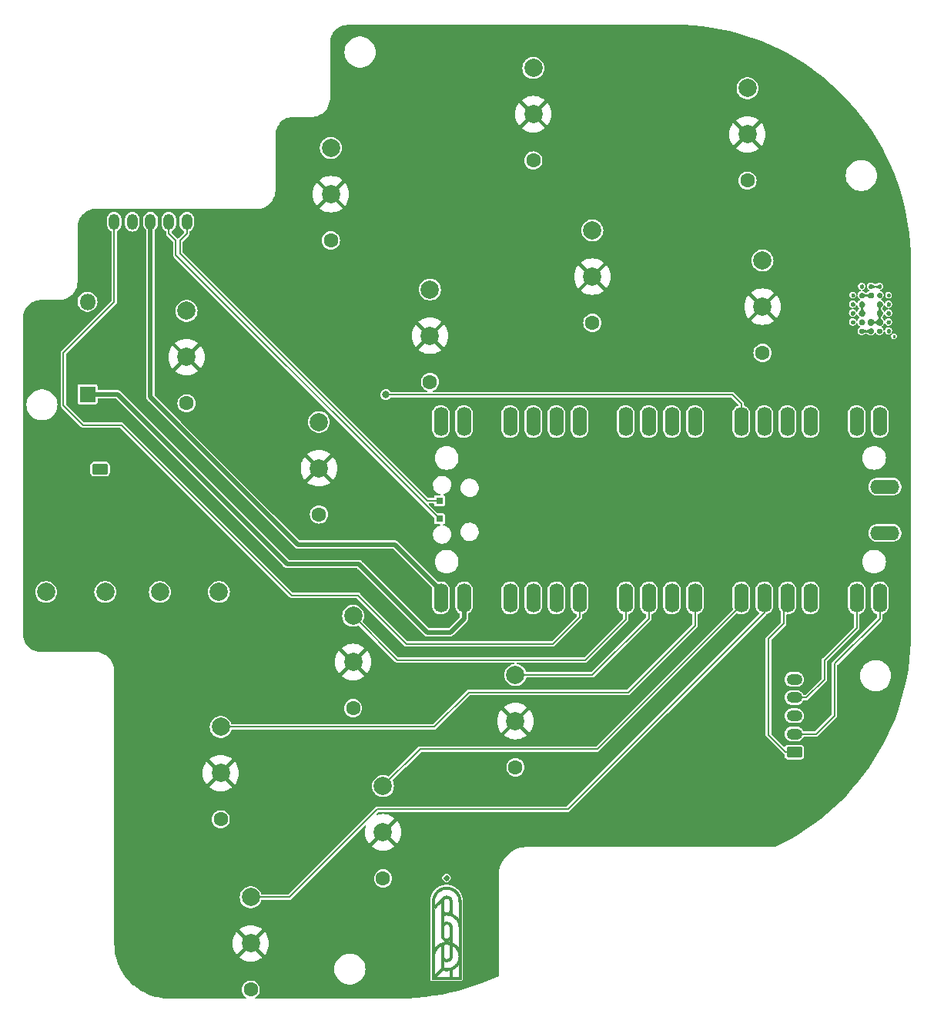
<source format=gtl>
G04 #@! TF.GenerationSoftware,KiCad,Pcbnew,7.0.8*
G04 #@! TF.CreationDate,2023-10-08T23:51:26-04:00*
G04 #@! TF.ProjectId,Mainboard-small-buttons,4d61696e-626f-4617-9264-2d736d616c6c,rev?*
G04 #@! TF.SameCoordinates,Original*
G04 #@! TF.FileFunction,Copper,L1,Top*
G04 #@! TF.FilePolarity,Positive*
%FSLAX46Y46*%
G04 Gerber Fmt 4.6, Leading zero omitted, Abs format (unit mm)*
G04 Created by KiCad (PCBNEW 7.0.8) date 2023-10-08 23:51:26*
%MOMM*%
%LPD*%
G01*
G04 APERTURE LIST*
G04 Aperture macros list*
%AMRoundRect*
0 Rectangle with rounded corners*
0 $1 Rounding radius*
0 $2 $3 $4 $5 $6 $7 $8 $9 X,Y pos of 4 corners*
0 Add a 4 corners polygon primitive as box body*
4,1,4,$2,$3,$4,$5,$6,$7,$8,$9,$2,$3,0*
0 Add four circle primitives for the rounded corners*
1,1,$1+$1,$2,$3*
1,1,$1+$1,$4,$5*
1,1,$1+$1,$6,$7*
1,1,$1+$1,$8,$9*
0 Add four rect primitives between the rounded corners*
20,1,$1+$1,$2,$3,$4,$5,0*
20,1,$1+$1,$4,$5,$6,$7,0*
20,1,$1+$1,$6,$7,$8,$9,0*
20,1,$1+$1,$8,$9,$2,$3,0*%
G04 Aperture macros list end*
G04 #@! TA.AperFunction,EtchedComponent*
%ADD10C,0.010000*%
G04 #@! TD*
G04 #@! TA.AperFunction,ComponentPad*
%ADD11C,2.000000*%
G04 #@! TD*
G04 #@! TA.AperFunction,ComponentPad*
%ADD12C,1.600000*%
G04 #@! TD*
G04 #@! TA.AperFunction,ComponentPad*
%ADD13RoundRect,0.250000X0.350000X0.625000X-0.350000X0.625000X-0.350000X-0.625000X0.350000X-0.625000X0*%
G04 #@! TD*
G04 #@! TA.AperFunction,ComponentPad*
%ADD14O,1.200000X1.750000*%
G04 #@! TD*
G04 #@! TA.AperFunction,ComponentPad*
%ADD15O,1.600000X3.200000*%
G04 #@! TD*
G04 #@! TA.AperFunction,ComponentPad*
%ADD16O,3.200000X1.600000*%
G04 #@! TD*
G04 #@! TA.AperFunction,ComponentPad*
%ADD17R,0.800000X0.800000*%
G04 #@! TD*
G04 #@! TA.AperFunction,ComponentPad*
%ADD18R,1.800000X1.800000*%
G04 #@! TD*
G04 #@! TA.AperFunction,ComponentPad*
%ADD19O,1.800000X1.800000*%
G04 #@! TD*
G04 #@! TA.AperFunction,ComponentPad*
%ADD20RoundRect,0.250000X0.625000X-0.350000X0.625000X0.350000X-0.625000X0.350000X-0.625000X-0.350000X0*%
G04 #@! TD*
G04 #@! TA.AperFunction,ComponentPad*
%ADD21O,1.750000X1.200000*%
G04 #@! TD*
G04 #@! TA.AperFunction,ViaPad*
%ADD22C,0.800000*%
G04 #@! TD*
G04 #@! TA.AperFunction,Conductor*
%ADD23C,0.500000*%
G04 #@! TD*
G04 #@! TA.AperFunction,Conductor*
%ADD24C,0.200000*%
G04 #@! TD*
G04 APERTURE END LIST*
D10*
X193590147Y-52466649D02*
X193611601Y-52471645D01*
X193631762Y-52480479D01*
X193650080Y-52492861D01*
X193666006Y-52508499D01*
X193678989Y-52527106D01*
X193688479Y-52548389D01*
X193693164Y-52567022D01*
X193694650Y-52589713D01*
X193691554Y-52611576D01*
X193684362Y-52632169D01*
X193673559Y-52651054D01*
X193659628Y-52667789D01*
X193643054Y-52681935D01*
X193624321Y-52693051D01*
X193603914Y-52700698D01*
X193582317Y-52704435D01*
X193560014Y-52703823D01*
X193545725Y-52700980D01*
X193523415Y-52692440D01*
X193503311Y-52679728D01*
X193485975Y-52663465D01*
X193471967Y-52644274D01*
X193461850Y-52622778D01*
X193456561Y-52602141D01*
X193455408Y-52579375D01*
X193458951Y-52556901D01*
X193466819Y-52535406D01*
X193478643Y-52515578D01*
X193494054Y-52498104D01*
X193512683Y-52483671D01*
X193523537Y-52477586D01*
X193545565Y-52469329D01*
X193567952Y-52465780D01*
X193590147Y-52466649D01*
G04 #@! TA.AperFunction,EtchedComponent*
G36*
X193590147Y-52466649D02*
G01*
X193611601Y-52471645D01*
X193631762Y-52480479D01*
X193650080Y-52492861D01*
X193666006Y-52508499D01*
X193678989Y-52527106D01*
X193688479Y-52548389D01*
X193693164Y-52567022D01*
X193694650Y-52589713D01*
X193691554Y-52611576D01*
X193684362Y-52632169D01*
X193673559Y-52651054D01*
X193659628Y-52667789D01*
X193643054Y-52681935D01*
X193624321Y-52693051D01*
X193603914Y-52700698D01*
X193582317Y-52704435D01*
X193560014Y-52703823D01*
X193545725Y-52700980D01*
X193523415Y-52692440D01*
X193503311Y-52679728D01*
X193485975Y-52663465D01*
X193471967Y-52644274D01*
X193461850Y-52622778D01*
X193456561Y-52602141D01*
X193455408Y-52579375D01*
X193458951Y-52556901D01*
X193466819Y-52535406D01*
X193478643Y-52515578D01*
X193494054Y-52498104D01*
X193512683Y-52483671D01*
X193523537Y-52477586D01*
X193545565Y-52469329D01*
X193567952Y-52465780D01*
X193590147Y-52466649D01*
G37*
G04 #@! TD.AperFunction*
X193012539Y-47894103D02*
X193037799Y-47901750D01*
X193061516Y-47913222D01*
X193083111Y-47928393D01*
X193102001Y-47947138D01*
X193116902Y-47968124D01*
X193126670Y-47987267D01*
X193133249Y-48006686D01*
X193137104Y-48028031D01*
X193138405Y-48044464D01*
X193138258Y-48069614D01*
X193135016Y-48092203D01*
X193128328Y-48113946D01*
X193120647Y-48131115D01*
X193106514Y-48153869D01*
X193088734Y-48173506D01*
X193067848Y-48189785D01*
X193044396Y-48202461D01*
X193018922Y-48211291D01*
X192991965Y-48216034D01*
X192964068Y-48216446D01*
X192938400Y-48212870D01*
X192912872Y-48204858D01*
X192888985Y-48192412D01*
X192867346Y-48176072D01*
X192848563Y-48156380D01*
X192833245Y-48133874D01*
X192822194Y-48109649D01*
X192817925Y-48093481D01*
X192815153Y-48074338D01*
X192813965Y-48054032D01*
X192814450Y-48034377D01*
X192816696Y-48017185D01*
X192817529Y-48013536D01*
X192826844Y-47986340D01*
X192840213Y-47961623D01*
X192857276Y-47939909D01*
X192877675Y-47921719D01*
X192883461Y-47917645D01*
X192907710Y-47904281D01*
X192933323Y-47895371D01*
X192959720Y-47890788D01*
X192986320Y-47890408D01*
X193012539Y-47894103D01*
G04 #@! TA.AperFunction,EtchedComponent*
G36*
X193012539Y-47894103D02*
G01*
X193037799Y-47901750D01*
X193061516Y-47913222D01*
X193083111Y-47928393D01*
X193102001Y-47947138D01*
X193116902Y-47968124D01*
X193126670Y-47987267D01*
X193133249Y-48006686D01*
X193137104Y-48028031D01*
X193138405Y-48044464D01*
X193138258Y-48069614D01*
X193135016Y-48092203D01*
X193128328Y-48113946D01*
X193120647Y-48131115D01*
X193106514Y-48153869D01*
X193088734Y-48173506D01*
X193067848Y-48189785D01*
X193044396Y-48202461D01*
X193018922Y-48211291D01*
X192991965Y-48216034D01*
X192964068Y-48216446D01*
X192938400Y-48212870D01*
X192912872Y-48204858D01*
X192888985Y-48192412D01*
X192867346Y-48176072D01*
X192848563Y-48156380D01*
X192833245Y-48133874D01*
X192822194Y-48109649D01*
X192817925Y-48093481D01*
X192815153Y-48074338D01*
X192813965Y-48054032D01*
X192814450Y-48034377D01*
X192816696Y-48017185D01*
X192817529Y-48013536D01*
X192826844Y-47986340D01*
X192840213Y-47961623D01*
X192857276Y-47939909D01*
X192877675Y-47921719D01*
X192883461Y-47917645D01*
X192907710Y-47904281D01*
X192933323Y-47895371D01*
X192959720Y-47890788D01*
X192986320Y-47890408D01*
X193012539Y-47894103D01*
G37*
G04 #@! TD.AperFunction*
X189077077Y-47886644D02*
X189096714Y-47889806D01*
X189115672Y-47895760D01*
X189133480Y-47903716D01*
X189149590Y-47913564D01*
X189166148Y-47926912D01*
X189181864Y-47942483D01*
X189195447Y-47959005D01*
X189205378Y-47974756D01*
X189216708Y-48001760D01*
X189223213Y-48029573D01*
X189224944Y-48057665D01*
X189221954Y-48085502D01*
X189214296Y-48112555D01*
X189202021Y-48138291D01*
X189187140Y-48159803D01*
X189168079Y-48179513D01*
X189145959Y-48195744D01*
X189121509Y-48208253D01*
X189095458Y-48216795D01*
X189068535Y-48221126D01*
X189041469Y-48221001D01*
X189017253Y-48216789D01*
X188998494Y-48211130D01*
X188982684Y-48204478D01*
X188967694Y-48195852D01*
X188959529Y-48190272D01*
X188937624Y-48171675D01*
X188919622Y-48150241D01*
X188905635Y-48126518D01*
X188895778Y-48101055D01*
X188890167Y-48074401D01*
X188888914Y-48047103D01*
X188892135Y-48019711D01*
X188899944Y-47992774D01*
X188912455Y-47966839D01*
X188912811Y-47966238D01*
X188922619Y-47952402D01*
X188935544Y-47937906D01*
X188950095Y-47924219D01*
X188964779Y-47912813D01*
X188971097Y-47908780D01*
X188995786Y-47896646D01*
X189021049Y-47889154D01*
X189048084Y-47885972D01*
X189054740Y-47885815D01*
X189077077Y-47886644D01*
G04 #@! TA.AperFunction,EtchedComponent*
G36*
X189077077Y-47886644D02*
G01*
X189096714Y-47889806D01*
X189115672Y-47895760D01*
X189133480Y-47903716D01*
X189149590Y-47913564D01*
X189166148Y-47926912D01*
X189181864Y-47942483D01*
X189195447Y-47959005D01*
X189205378Y-47974756D01*
X189216708Y-48001760D01*
X189223213Y-48029573D01*
X189224944Y-48057665D01*
X189221954Y-48085502D01*
X189214296Y-48112555D01*
X189202021Y-48138291D01*
X189187140Y-48159803D01*
X189168079Y-48179513D01*
X189145959Y-48195744D01*
X189121509Y-48208253D01*
X189095458Y-48216795D01*
X189068535Y-48221126D01*
X189041469Y-48221001D01*
X189017253Y-48216789D01*
X188998494Y-48211130D01*
X188982684Y-48204478D01*
X188967694Y-48195852D01*
X188959529Y-48190272D01*
X188937624Y-48171675D01*
X188919622Y-48150241D01*
X188905635Y-48126518D01*
X188895778Y-48101055D01*
X188890167Y-48074401D01*
X188888914Y-48047103D01*
X188892135Y-48019711D01*
X188899944Y-47992774D01*
X188912455Y-47966839D01*
X188912811Y-47966238D01*
X188922619Y-47952402D01*
X188935544Y-47937906D01*
X188950095Y-47924219D01*
X188964779Y-47912813D01*
X188971097Y-47908780D01*
X188995786Y-47896646D01*
X189021049Y-47889154D01*
X189048084Y-47885972D01*
X189054740Y-47885815D01*
X189077077Y-47886644D01*
G37*
G04 #@! TD.AperFunction*
X192997281Y-50799511D02*
X193029004Y-50805782D01*
X193058294Y-50816276D01*
X193084901Y-50830631D01*
X193108577Y-50848486D01*
X193129075Y-50869479D01*
X193146146Y-50893247D01*
X193159543Y-50919428D01*
X193169016Y-50947661D01*
X193174318Y-50977584D01*
X193175202Y-51008833D01*
X193171417Y-51041049D01*
X193169389Y-51050618D01*
X193164455Y-51066040D01*
X193156730Y-51083427D01*
X193147069Y-51101209D01*
X193136329Y-51117816D01*
X193125366Y-51131678D01*
X193124931Y-51132158D01*
X193101272Y-51154806D01*
X193075961Y-51172667D01*
X193048850Y-51185805D01*
X193019797Y-51194283D01*
X192988654Y-51198165D01*
X192974188Y-51198434D01*
X192961838Y-51198206D01*
X192950830Y-51197852D01*
X192942472Y-51197424D01*
X192938400Y-51197036D01*
X192914683Y-51190932D01*
X192890387Y-51180725D01*
X192866605Y-51167104D01*
X192844434Y-51150760D01*
X192824970Y-51132386D01*
X192813018Y-51117974D01*
X192796787Y-51091664D01*
X192784877Y-51063204D01*
X192777393Y-51033274D01*
X192774440Y-51002558D01*
X192776123Y-50971738D01*
X192782546Y-50941496D01*
X192784817Y-50934362D01*
X192797086Y-50905794D01*
X192813296Y-50879930D01*
X192832979Y-50857069D01*
X192855666Y-50837507D01*
X192880890Y-50821541D01*
X192908184Y-50809468D01*
X192937078Y-50801584D01*
X192967105Y-50798188D01*
X192997281Y-50799511D01*
G04 #@! TA.AperFunction,EtchedComponent*
G36*
X192997281Y-50799511D02*
G01*
X193029004Y-50805782D01*
X193058294Y-50816276D01*
X193084901Y-50830631D01*
X193108577Y-50848486D01*
X193129075Y-50869479D01*
X193146146Y-50893247D01*
X193159543Y-50919428D01*
X193169016Y-50947661D01*
X193174318Y-50977584D01*
X193175202Y-51008833D01*
X193171417Y-51041049D01*
X193169389Y-51050618D01*
X193164455Y-51066040D01*
X193156730Y-51083427D01*
X193147069Y-51101209D01*
X193136329Y-51117816D01*
X193125366Y-51131678D01*
X193124931Y-51132158D01*
X193101272Y-51154806D01*
X193075961Y-51172667D01*
X193048850Y-51185805D01*
X193019797Y-51194283D01*
X192988654Y-51198165D01*
X192974188Y-51198434D01*
X192961838Y-51198206D01*
X192950830Y-51197852D01*
X192942472Y-51197424D01*
X192938400Y-51197036D01*
X192914683Y-51190932D01*
X192890387Y-51180725D01*
X192866605Y-51167104D01*
X192844434Y-51150760D01*
X192824970Y-51132386D01*
X192813018Y-51117974D01*
X192796787Y-51091664D01*
X192784877Y-51063204D01*
X192777393Y-51033274D01*
X192774440Y-51002558D01*
X192776123Y-50971738D01*
X192782546Y-50941496D01*
X192784817Y-50934362D01*
X192797086Y-50905794D01*
X192813296Y-50879930D01*
X192832979Y-50857069D01*
X192855666Y-50837507D01*
X192880890Y-50821541D01*
X192908184Y-50809468D01*
X192937078Y-50801584D01*
X192967105Y-50798188D01*
X192997281Y-50799511D01*
G37*
G04 #@! TD.AperFunction*
X189059358Y-50797416D02*
X189080181Y-50799563D01*
X189094110Y-50802367D01*
X189124607Y-50812821D01*
X189152476Y-50827412D01*
X189177384Y-50845809D01*
X189199001Y-50867681D01*
X189216995Y-50892699D01*
X189231036Y-50920529D01*
X189240185Y-50948361D01*
X189243706Y-50968271D01*
X189245266Y-50990907D01*
X189244864Y-51014308D01*
X189242500Y-51036515D01*
X189240195Y-51048223D01*
X189230430Y-51078572D01*
X189216475Y-51106366D01*
X189198673Y-51131270D01*
X189177368Y-51152949D01*
X189152902Y-51171070D01*
X189125618Y-51185298D01*
X189095860Y-51195299D01*
X189087214Y-51197279D01*
X189069651Y-51199785D01*
X189049436Y-51200887D01*
X189028719Y-51200580D01*
X189009651Y-51198861D01*
X189001400Y-51197469D01*
X188971057Y-51188797D01*
X188942822Y-51175784D01*
X188917153Y-51158780D01*
X188894510Y-51138135D01*
X188875352Y-51114200D01*
X188861910Y-51091039D01*
X188854242Y-51074011D01*
X188848813Y-51058203D01*
X188845208Y-51041904D01*
X188843014Y-51023401D01*
X188842147Y-51009383D01*
X188842749Y-50976105D01*
X188847803Y-50945214D01*
X188857392Y-50916505D01*
X188871598Y-50889775D01*
X188890505Y-50864819D01*
X188907683Y-50847270D01*
X188925744Y-50833002D01*
X188947117Y-50820104D01*
X188970053Y-50809485D01*
X188992805Y-50802052D01*
X188996320Y-50801217D01*
X189015497Y-50798221D01*
X189037153Y-50796961D01*
X189059358Y-50797416D01*
G04 #@! TA.AperFunction,EtchedComponent*
G36*
X189059358Y-50797416D02*
G01*
X189080181Y-50799563D01*
X189094110Y-50802367D01*
X189124607Y-50812821D01*
X189152476Y-50827412D01*
X189177384Y-50845809D01*
X189199001Y-50867681D01*
X189216995Y-50892699D01*
X189231036Y-50920529D01*
X189240185Y-50948361D01*
X189243706Y-50968271D01*
X189245266Y-50990907D01*
X189244864Y-51014308D01*
X189242500Y-51036515D01*
X189240195Y-51048223D01*
X189230430Y-51078572D01*
X189216475Y-51106366D01*
X189198673Y-51131270D01*
X189177368Y-51152949D01*
X189152902Y-51171070D01*
X189125618Y-51185298D01*
X189095860Y-51195299D01*
X189087214Y-51197279D01*
X189069651Y-51199785D01*
X189049436Y-51200887D01*
X189028719Y-51200580D01*
X189009651Y-51198861D01*
X189001400Y-51197469D01*
X188971057Y-51188797D01*
X188942822Y-51175784D01*
X188917153Y-51158780D01*
X188894510Y-51138135D01*
X188875352Y-51114200D01*
X188861910Y-51091039D01*
X188854242Y-51074011D01*
X188848813Y-51058203D01*
X188845208Y-51041904D01*
X188843014Y-51023401D01*
X188842147Y-51009383D01*
X188842749Y-50976105D01*
X188847803Y-50945214D01*
X188857392Y-50916505D01*
X188871598Y-50889775D01*
X188890505Y-50864819D01*
X188907683Y-50847270D01*
X188925744Y-50833002D01*
X188947117Y-50820104D01*
X188970053Y-50809485D01*
X188992805Y-50802052D01*
X188996320Y-50801217D01*
X189015497Y-50798221D01*
X189037153Y-50796961D01*
X189059358Y-50797416D01*
G37*
G04 #@! TD.AperFunction*
X192992372Y-49801289D02*
X193016365Y-49804364D01*
X193026030Y-49806591D01*
X193057141Y-49817496D01*
X193085872Y-49832656D01*
X193111836Y-49851696D01*
X193134652Y-49874239D01*
X193153936Y-49899911D01*
X193169304Y-49928336D01*
X193179821Y-49957174D01*
X193184063Y-49977242D01*
X193186393Y-49999891D01*
X193186714Y-50022957D01*
X193184927Y-50044275D01*
X193184008Y-50049786D01*
X193175529Y-50081240D01*
X193162611Y-50110635D01*
X193145617Y-50137574D01*
X193124908Y-50161660D01*
X193100845Y-50182498D01*
X193073792Y-50199692D01*
X193044108Y-50212845D01*
X193031434Y-50216927D01*
X193013212Y-50221073D01*
X192993047Y-50223814D01*
X192972845Y-50225002D01*
X192954510Y-50224485D01*
X192946820Y-50223570D01*
X192914758Y-50216016D01*
X192884728Y-50204078D01*
X192857106Y-50188110D01*
X192832268Y-50168465D01*
X192810591Y-50145499D01*
X192792450Y-50119564D01*
X192778223Y-50091016D01*
X192768285Y-50060207D01*
X192766969Y-50054392D01*
X192765272Y-50043621D01*
X192763970Y-50030116D01*
X192763268Y-50016221D01*
X192763201Y-50011330D01*
X192765623Y-49979784D01*
X192772747Y-49949469D01*
X192784266Y-49920789D01*
X192799872Y-49894143D01*
X192819255Y-49869935D01*
X192842107Y-49848565D01*
X192868119Y-49830436D01*
X192896984Y-49815949D01*
X192919350Y-49808002D01*
X192941918Y-49803133D01*
X192966908Y-49800887D01*
X192992372Y-49801289D01*
G04 #@! TA.AperFunction,EtchedComponent*
G36*
X192992372Y-49801289D02*
G01*
X193016365Y-49804364D01*
X193026030Y-49806591D01*
X193057141Y-49817496D01*
X193085872Y-49832656D01*
X193111836Y-49851696D01*
X193134652Y-49874239D01*
X193153936Y-49899911D01*
X193169304Y-49928336D01*
X193179821Y-49957174D01*
X193184063Y-49977242D01*
X193186393Y-49999891D01*
X193186714Y-50022957D01*
X193184927Y-50044275D01*
X193184008Y-50049786D01*
X193175529Y-50081240D01*
X193162611Y-50110635D01*
X193145617Y-50137574D01*
X193124908Y-50161660D01*
X193100845Y-50182498D01*
X193073792Y-50199692D01*
X193044108Y-50212845D01*
X193031434Y-50216927D01*
X193013212Y-50221073D01*
X192993047Y-50223814D01*
X192972845Y-50225002D01*
X192954510Y-50224485D01*
X192946820Y-50223570D01*
X192914758Y-50216016D01*
X192884728Y-50204078D01*
X192857106Y-50188110D01*
X192832268Y-50168465D01*
X192810591Y-50145499D01*
X192792450Y-50119564D01*
X192778223Y-50091016D01*
X192768285Y-50060207D01*
X192766969Y-50054392D01*
X192765272Y-50043621D01*
X192763970Y-50030116D01*
X192763268Y-50016221D01*
X192763201Y-50011330D01*
X192765623Y-49979784D01*
X192772747Y-49949469D01*
X192784266Y-49920789D01*
X192799872Y-49894143D01*
X192819255Y-49869935D01*
X192842107Y-49848565D01*
X192868119Y-49830436D01*
X192896984Y-49815949D01*
X192919350Y-49808002D01*
X192941918Y-49803133D01*
X192966908Y-49800887D01*
X192992372Y-49801289D01*
G37*
G04 #@! TD.AperFunction*
X192989675Y-48840506D02*
X193011850Y-48842780D01*
X193028426Y-48846339D01*
X193058371Y-48857411D01*
X193085855Y-48872720D01*
X193110487Y-48891877D01*
X193131883Y-48914496D01*
X193149652Y-48940187D01*
X193163408Y-48968564D01*
X193169899Y-48987853D01*
X193173307Y-49004408D01*
X193175307Y-49023810D01*
X193175875Y-49044320D01*
X193174991Y-49064200D01*
X193172631Y-49081710D01*
X193171167Y-49088040D01*
X193165025Y-49106122D01*
X193156329Y-49125567D01*
X193146039Y-49144514D01*
X193135113Y-49161102D01*
X193130429Y-49167080D01*
X193111045Y-49186968D01*
X193088427Y-49204600D01*
X193063782Y-49219212D01*
X193038320Y-49230040D01*
X193024332Y-49234124D01*
X193014161Y-49235986D01*
X193001068Y-49237552D01*
X192986607Y-49238725D01*
X192972332Y-49239407D01*
X192959799Y-49239500D01*
X192950561Y-49238906D01*
X192949830Y-49238798D01*
X192925433Y-49233099D01*
X192900492Y-49224086D01*
X192876687Y-49212502D01*
X192855701Y-49199089D01*
X192850198Y-49194813D01*
X192828514Y-49173955D01*
X192809783Y-49149530D01*
X192794619Y-49122478D01*
X192783635Y-49093740D01*
X192783043Y-49091706D01*
X192779015Y-49071887D01*
X192777096Y-49049364D01*
X192777284Y-49026054D01*
X192779581Y-49003873D01*
X192783043Y-48987853D01*
X192794194Y-48957715D01*
X192809568Y-48930133D01*
X192828811Y-48905463D01*
X192851568Y-48884059D01*
X192877485Y-48866277D01*
X192906207Y-48852470D01*
X192924573Y-48846261D01*
X192944156Y-48842245D01*
X192966483Y-48840327D01*
X192989675Y-48840506D01*
G04 #@! TA.AperFunction,EtchedComponent*
G36*
X192989675Y-48840506D02*
G01*
X193011850Y-48842780D01*
X193028426Y-48846339D01*
X193058371Y-48857411D01*
X193085855Y-48872720D01*
X193110487Y-48891877D01*
X193131883Y-48914496D01*
X193149652Y-48940187D01*
X193163408Y-48968564D01*
X193169899Y-48987853D01*
X193173307Y-49004408D01*
X193175307Y-49023810D01*
X193175875Y-49044320D01*
X193174991Y-49064200D01*
X193172631Y-49081710D01*
X193171167Y-49088040D01*
X193165025Y-49106122D01*
X193156329Y-49125567D01*
X193146039Y-49144514D01*
X193135113Y-49161102D01*
X193130429Y-49167080D01*
X193111045Y-49186968D01*
X193088427Y-49204600D01*
X193063782Y-49219212D01*
X193038320Y-49230040D01*
X193024332Y-49234124D01*
X193014161Y-49235986D01*
X193001068Y-49237552D01*
X192986607Y-49238725D01*
X192972332Y-49239407D01*
X192959799Y-49239500D01*
X192950561Y-49238906D01*
X192949830Y-49238798D01*
X192925433Y-49233099D01*
X192900492Y-49224086D01*
X192876687Y-49212502D01*
X192855701Y-49199089D01*
X192850198Y-49194813D01*
X192828514Y-49173955D01*
X192809783Y-49149530D01*
X192794619Y-49122478D01*
X192783635Y-49093740D01*
X192783043Y-49091706D01*
X192779015Y-49071887D01*
X192777096Y-49049364D01*
X192777284Y-49026054D01*
X192779581Y-49003873D01*
X192783043Y-48987853D01*
X192794194Y-48957715D01*
X192809568Y-48930133D01*
X192828811Y-48905463D01*
X192851568Y-48884059D01*
X192877485Y-48866277D01*
X192906207Y-48852470D01*
X192924573Y-48846261D01*
X192944156Y-48842245D01*
X192966483Y-48840327D01*
X192989675Y-48840506D01*
G37*
G04 #@! TD.AperFunction*
X192011947Y-47806096D02*
X192032510Y-47808670D01*
X192033819Y-47808928D01*
X192068574Y-47818473D01*
X192101299Y-47832496D01*
X192131575Y-47850737D01*
X192158986Y-47872934D01*
X192183113Y-47898827D01*
X192188097Y-47905202D01*
X192197751Y-47919645D01*
X192207636Y-47937326D01*
X192216913Y-47956519D01*
X192224746Y-47975495D01*
X192230165Y-47992030D01*
X192233238Y-48007563D01*
X192235213Y-48026455D01*
X192236086Y-48047200D01*
X192235856Y-48068294D01*
X192234520Y-48088233D01*
X192232077Y-48105513D01*
X192230339Y-48113051D01*
X192218617Y-48146806D01*
X192202919Y-48177945D01*
X192183614Y-48206211D01*
X192161072Y-48231346D01*
X192135660Y-48253093D01*
X192107747Y-48271195D01*
X192077703Y-48285394D01*
X192045895Y-48295433D01*
X192012692Y-48301053D01*
X191978463Y-48301998D01*
X191961699Y-48300706D01*
X191927924Y-48294425D01*
X191895275Y-48283383D01*
X191864331Y-48267870D01*
X191835673Y-48248177D01*
X191810100Y-48224826D01*
X191786903Y-48197097D01*
X191768325Y-48167364D01*
X191754199Y-48135329D01*
X191746878Y-48111410D01*
X191743476Y-48093257D01*
X191741480Y-48072024D01*
X191740913Y-48049519D01*
X191741799Y-48027549D01*
X191744163Y-48007924D01*
X191745427Y-48001574D01*
X191755722Y-47967335D01*
X191770383Y-47935410D01*
X191789098Y-47906130D01*
X191811555Y-47879827D01*
X191837443Y-47856835D01*
X191866448Y-47837487D01*
X191898259Y-47822114D01*
X191921259Y-47814124D01*
X191941505Y-47809539D01*
X191964599Y-47806616D01*
X191988695Y-47805440D01*
X192011947Y-47806096D01*
G04 #@! TA.AperFunction,EtchedComponent*
G36*
X192011947Y-47806096D02*
G01*
X192032510Y-47808670D01*
X192033819Y-47808928D01*
X192068574Y-47818473D01*
X192101299Y-47832496D01*
X192131575Y-47850737D01*
X192158986Y-47872934D01*
X192183113Y-47898827D01*
X192188097Y-47905202D01*
X192197751Y-47919645D01*
X192207636Y-47937326D01*
X192216913Y-47956519D01*
X192224746Y-47975495D01*
X192230165Y-47992030D01*
X192233238Y-48007563D01*
X192235213Y-48026455D01*
X192236086Y-48047200D01*
X192235856Y-48068294D01*
X192234520Y-48088233D01*
X192232077Y-48105513D01*
X192230339Y-48113051D01*
X192218617Y-48146806D01*
X192202919Y-48177945D01*
X192183614Y-48206211D01*
X192161072Y-48231346D01*
X192135660Y-48253093D01*
X192107747Y-48271195D01*
X192077703Y-48285394D01*
X192045895Y-48295433D01*
X192012692Y-48301053D01*
X191978463Y-48301998D01*
X191961699Y-48300706D01*
X191927924Y-48294425D01*
X191895275Y-48283383D01*
X191864331Y-48267870D01*
X191835673Y-48248177D01*
X191810100Y-48224826D01*
X191786903Y-48197097D01*
X191768325Y-48167364D01*
X191754199Y-48135329D01*
X191746878Y-48111410D01*
X191743476Y-48093257D01*
X191741480Y-48072024D01*
X191740913Y-48049519D01*
X191741799Y-48027549D01*
X191744163Y-48007924D01*
X191745427Y-48001574D01*
X191755722Y-47967335D01*
X191770383Y-47935410D01*
X191789098Y-47906130D01*
X191811555Y-47879827D01*
X191837443Y-47856835D01*
X191866448Y-47837487D01*
X191898259Y-47822114D01*
X191921259Y-47814124D01*
X191941505Y-47809539D01*
X191964599Y-47806616D01*
X191988695Y-47805440D01*
X192011947Y-47806096D01*
G37*
G04 #@! TD.AperFunction*
X190056508Y-50707343D02*
X190091731Y-50712866D01*
X190126255Y-50722803D01*
X190159677Y-50737154D01*
X190191597Y-50755919D01*
X190221611Y-50779098D01*
X190235469Y-50792036D01*
X190261407Y-50821196D01*
X190282822Y-50852618D01*
X190299640Y-50886115D01*
X190311787Y-50921497D01*
X190319189Y-50958576D01*
X190321773Y-50997164D01*
X190321491Y-51011843D01*
X190318803Y-51042849D01*
X190313193Y-51071275D01*
X190304193Y-51098988D01*
X190293437Y-51123565D01*
X190274639Y-51156927D01*
X190252083Y-51187317D01*
X190226165Y-51214428D01*
X190197278Y-51237950D01*
X190165817Y-51257577D01*
X190132177Y-51272999D01*
X190096752Y-51283908D01*
X190084932Y-51286428D01*
X190071461Y-51288461D01*
X190055420Y-51290073D01*
X190038596Y-51291158D01*
X190022774Y-51291608D01*
X190009742Y-51291314D01*
X190007240Y-51291122D01*
X189969256Y-51285177D01*
X189932897Y-51274625D01*
X189898516Y-51259747D01*
X189866467Y-51240823D01*
X189837103Y-51218136D01*
X189810777Y-51191965D01*
X189787844Y-51162591D01*
X189768657Y-51130297D01*
X189753569Y-51095362D01*
X189750849Y-51087390D01*
X189743812Y-51062326D01*
X189739475Y-51037896D01*
X189737512Y-51011950D01*
X189737318Y-50998120D01*
X189739844Y-50959551D01*
X189747189Y-50922544D01*
X189759298Y-50887229D01*
X189776118Y-50853735D01*
X189797593Y-50822193D01*
X189823668Y-50792731D01*
X189824153Y-50792246D01*
X189853010Y-50766879D01*
X189883982Y-50745925D01*
X189916668Y-50729383D01*
X189950666Y-50717253D01*
X189985573Y-50709537D01*
X190020988Y-50706233D01*
X190056508Y-50707343D01*
G04 #@! TA.AperFunction,EtchedComponent*
G36*
X190056508Y-50707343D02*
G01*
X190091731Y-50712866D01*
X190126255Y-50722803D01*
X190159677Y-50737154D01*
X190191597Y-50755919D01*
X190221611Y-50779098D01*
X190235469Y-50792036D01*
X190261407Y-50821196D01*
X190282822Y-50852618D01*
X190299640Y-50886115D01*
X190311787Y-50921497D01*
X190319189Y-50958576D01*
X190321773Y-50997164D01*
X190321491Y-51011843D01*
X190318803Y-51042849D01*
X190313193Y-51071275D01*
X190304193Y-51098988D01*
X190293437Y-51123565D01*
X190274639Y-51156927D01*
X190252083Y-51187317D01*
X190226165Y-51214428D01*
X190197278Y-51237950D01*
X190165817Y-51257577D01*
X190132177Y-51272999D01*
X190096752Y-51283908D01*
X190084932Y-51286428D01*
X190071461Y-51288461D01*
X190055420Y-51290073D01*
X190038596Y-51291158D01*
X190022774Y-51291608D01*
X190009742Y-51291314D01*
X190007240Y-51291122D01*
X189969256Y-51285177D01*
X189932897Y-51274625D01*
X189898516Y-51259747D01*
X189866467Y-51240823D01*
X189837103Y-51218136D01*
X189810777Y-51191965D01*
X189787844Y-51162591D01*
X189768657Y-51130297D01*
X189753569Y-51095362D01*
X189750849Y-51087390D01*
X189743812Y-51062326D01*
X189739475Y-51037896D01*
X189737512Y-51011950D01*
X189737318Y-50998120D01*
X189739844Y-50959551D01*
X189747189Y-50922544D01*
X189759298Y-50887229D01*
X189776118Y-50853735D01*
X189797593Y-50822193D01*
X189823668Y-50792731D01*
X189824153Y-50792246D01*
X189853010Y-50766879D01*
X189883982Y-50745925D01*
X189916668Y-50729383D01*
X189950666Y-50717253D01*
X189985573Y-50709537D01*
X190020988Y-50706233D01*
X190056508Y-50707343D01*
G37*
G04 #@! TD.AperFunction*
X190061422Y-46891205D02*
X190090469Y-46898580D01*
X190118859Y-46910360D01*
X190130833Y-46916590D01*
X190140583Y-46922700D01*
X190149719Y-46929874D01*
X190159846Y-46939294D01*
X190164579Y-46944000D01*
X190179476Y-46960013D01*
X190191026Y-46975085D01*
X190200266Y-46990842D01*
X190208232Y-47008909D01*
X190211341Y-47017276D01*
X190214335Y-47025897D01*
X190216460Y-47033046D01*
X190217863Y-47039893D01*
X190218691Y-47047606D01*
X190219088Y-47057356D01*
X190219201Y-47070310D01*
X190219194Y-47080170D01*
X190219090Y-47096033D01*
X190218768Y-47107976D01*
X190218101Y-47117160D01*
X190216961Y-47124743D01*
X190215221Y-47131885D01*
X190212751Y-47139746D01*
X190212572Y-47140283D01*
X190200788Y-47167999D01*
X190185008Y-47193527D01*
X190165766Y-47216285D01*
X190143594Y-47235693D01*
X190119027Y-47251167D01*
X190104868Y-47257718D01*
X190079689Y-47265667D01*
X190052196Y-47270357D01*
X190024086Y-47271640D01*
X189997059Y-47269369D01*
X189988580Y-47267795D01*
X189958225Y-47258838D01*
X189930638Y-47245709D01*
X189906072Y-47228650D01*
X189884785Y-47207905D01*
X189867031Y-47183716D01*
X189853065Y-47156327D01*
X189844293Y-47130451D01*
X189840688Y-47111498D01*
X189838960Y-47089772D01*
X189839111Y-47067220D01*
X189841141Y-47045791D01*
X189844242Y-47030295D01*
X189854599Y-47000748D01*
X189869033Y-46974036D01*
X189887232Y-46950434D01*
X189908884Y-46930217D01*
X189933678Y-46913660D01*
X189961303Y-46901039D01*
X189991448Y-46892629D01*
X190002136Y-46890790D01*
X190032168Y-46888640D01*
X190061422Y-46891205D01*
G04 #@! TA.AperFunction,EtchedComponent*
G36*
X190061422Y-46891205D02*
G01*
X190090469Y-46898580D01*
X190118859Y-46910360D01*
X190130833Y-46916590D01*
X190140583Y-46922700D01*
X190149719Y-46929874D01*
X190159846Y-46939294D01*
X190164579Y-46944000D01*
X190179476Y-46960013D01*
X190191026Y-46975085D01*
X190200266Y-46990842D01*
X190208232Y-47008909D01*
X190211341Y-47017276D01*
X190214335Y-47025897D01*
X190216460Y-47033046D01*
X190217863Y-47039893D01*
X190218691Y-47047606D01*
X190219088Y-47057356D01*
X190219201Y-47070310D01*
X190219194Y-47080170D01*
X190219090Y-47096033D01*
X190218768Y-47107976D01*
X190218101Y-47117160D01*
X190216961Y-47124743D01*
X190215221Y-47131885D01*
X190212751Y-47139746D01*
X190212572Y-47140283D01*
X190200788Y-47167999D01*
X190185008Y-47193527D01*
X190165766Y-47216285D01*
X190143594Y-47235693D01*
X190119027Y-47251167D01*
X190104868Y-47257718D01*
X190079689Y-47265667D01*
X190052196Y-47270357D01*
X190024086Y-47271640D01*
X189997059Y-47269369D01*
X189988580Y-47267795D01*
X189958225Y-47258838D01*
X189930638Y-47245709D01*
X189906072Y-47228650D01*
X189884785Y-47207905D01*
X189867031Y-47183716D01*
X189853065Y-47156327D01*
X189844293Y-47130451D01*
X189840688Y-47111498D01*
X189838960Y-47089772D01*
X189839111Y-47067220D01*
X189841141Y-47045791D01*
X189844242Y-47030295D01*
X189854599Y-47000748D01*
X189869033Y-46974036D01*
X189887232Y-46950434D01*
X189908884Y-46930217D01*
X189933678Y-46913660D01*
X189961303Y-46901039D01*
X189991448Y-46892629D01*
X190002136Y-46890790D01*
X190032168Y-46888640D01*
X190061422Y-46891205D01*
G37*
G04 #@! TD.AperFunction*
X192995266Y-51778123D02*
X193025998Y-51783811D01*
X193039393Y-51787895D01*
X193057542Y-51794928D01*
X193073283Y-51803033D01*
X193088036Y-51813127D01*
X193103219Y-51826125D01*
X193112474Y-51835050D01*
X193124291Y-51847307D01*
X193133219Y-51857926D01*
X193140387Y-51868374D01*
X193146524Y-51879344D01*
X193155040Y-51896865D01*
X193161046Y-51912178D01*
X193165018Y-51927086D01*
X193167435Y-51943391D01*
X193168773Y-51962897D01*
X193168796Y-51963414D01*
X193169280Y-51978239D01*
X193169170Y-51989644D01*
X193168344Y-51999265D01*
X193166680Y-52008741D01*
X193164803Y-52016754D01*
X193154940Y-52046227D01*
X193140847Y-52073486D01*
X193122943Y-52098093D01*
X193101649Y-52119615D01*
X193077388Y-52137615D01*
X193050579Y-52151659D01*
X193026030Y-52160180D01*
X193012613Y-52162824D01*
X192996107Y-52164598D01*
X192978210Y-52165454D01*
X192960623Y-52165345D01*
X192945046Y-52164222D01*
X192935860Y-52162722D01*
X192904871Y-52153263D01*
X192876591Y-52139538D01*
X192851212Y-52121692D01*
X192828929Y-52099873D01*
X192809935Y-52074227D01*
X192803002Y-52062380D01*
X192794589Y-52045397D01*
X192788641Y-52029321D01*
X192784819Y-52012680D01*
X192782781Y-51994002D01*
X192782190Y-51972210D01*
X192782715Y-51951096D01*
X192784556Y-51933322D01*
X192788107Y-51917231D01*
X192793761Y-51901168D01*
X192801915Y-51883476D01*
X192804583Y-51878230D01*
X192814673Y-51862036D01*
X192828186Y-51845164D01*
X192843868Y-51828916D01*
X192860464Y-51814597D01*
X192876170Y-51803830D01*
X192904329Y-51790236D01*
X192933912Y-51781386D01*
X192964398Y-51777332D01*
X192995266Y-51778123D01*
G04 #@! TA.AperFunction,EtchedComponent*
G36*
X192995266Y-51778123D02*
G01*
X193025998Y-51783811D01*
X193039393Y-51787895D01*
X193057542Y-51794928D01*
X193073283Y-51803033D01*
X193088036Y-51813127D01*
X193103219Y-51826125D01*
X193112474Y-51835050D01*
X193124291Y-51847307D01*
X193133219Y-51857926D01*
X193140387Y-51868374D01*
X193146524Y-51879344D01*
X193155040Y-51896865D01*
X193161046Y-51912178D01*
X193165018Y-51927086D01*
X193167435Y-51943391D01*
X193168773Y-51962897D01*
X193168796Y-51963414D01*
X193169280Y-51978239D01*
X193169170Y-51989644D01*
X193168344Y-51999265D01*
X193166680Y-52008741D01*
X193164803Y-52016754D01*
X193154940Y-52046227D01*
X193140847Y-52073486D01*
X193122943Y-52098093D01*
X193101649Y-52119615D01*
X193077388Y-52137615D01*
X193050579Y-52151659D01*
X193026030Y-52160180D01*
X193012613Y-52162824D01*
X192996107Y-52164598D01*
X192978210Y-52165454D01*
X192960623Y-52165345D01*
X192945046Y-52164222D01*
X192935860Y-52162722D01*
X192904871Y-52153263D01*
X192876591Y-52139538D01*
X192851212Y-52121692D01*
X192828929Y-52099873D01*
X192809935Y-52074227D01*
X192803002Y-52062380D01*
X192794589Y-52045397D01*
X192788641Y-52029321D01*
X192784819Y-52012680D01*
X192782781Y-51994002D01*
X192782190Y-51972210D01*
X192782715Y-51951096D01*
X192784556Y-51933322D01*
X192788107Y-51917231D01*
X192793761Y-51901168D01*
X192801915Y-51883476D01*
X192804583Y-51878230D01*
X192814673Y-51862036D01*
X192828186Y-51845164D01*
X192843868Y-51828916D01*
X192860464Y-51814597D01*
X192876170Y-51803830D01*
X192904329Y-51790236D01*
X192933912Y-51781386D01*
X192964398Y-51777332D01*
X192995266Y-51778123D01*
G37*
G04 #@! TD.AperFunction*
X189061523Y-48840554D02*
X189073276Y-48840844D01*
X189082269Y-48841472D01*
X189089661Y-48842572D01*
X189096612Y-48844282D01*
X189104281Y-48846737D01*
X189106810Y-48847609D01*
X189136769Y-48860582D01*
X189163715Y-48877472D01*
X189187364Y-48897973D01*
X189207430Y-48921776D01*
X189223628Y-48948576D01*
X189235674Y-48978065D01*
X189239191Y-48990250D01*
X189241811Y-49004582D01*
X189243383Y-49022008D01*
X189243908Y-49040918D01*
X189243386Y-49059703D01*
X189241818Y-49076753D01*
X189239204Y-49090458D01*
X189239170Y-49090580D01*
X189228408Y-49120691D01*
X189213515Y-49148371D01*
X189194844Y-49173173D01*
X189172751Y-49194651D01*
X189147590Y-49212358D01*
X189138560Y-49217357D01*
X189120862Y-49225886D01*
X189104875Y-49231935D01*
X189088934Y-49235918D01*
X189071371Y-49238245D01*
X189050522Y-49239330D01*
X189049660Y-49239351D01*
X189035842Y-49239493D01*
X189022822Y-49239274D01*
X189011973Y-49238740D01*
X189004670Y-49237938D01*
X189004130Y-49237832D01*
X188973084Y-49228845D01*
X188944591Y-49215629D01*
X188918949Y-49198507D01*
X188896455Y-49177801D01*
X188877405Y-49153834D01*
X188862097Y-49126930D01*
X188850827Y-49097409D01*
X188843893Y-49065595D01*
X188843601Y-49063463D01*
X188842054Y-49033032D01*
X188845281Y-49002985D01*
X188852990Y-48973876D01*
X188864888Y-48946258D01*
X188880684Y-48920685D01*
X188900086Y-48897709D01*
X188922802Y-48877883D01*
X188948542Y-48861761D01*
X188950529Y-48860745D01*
X188966423Y-48853229D01*
X188980724Y-48847756D01*
X188994800Y-48844036D01*
X189010018Y-48841776D01*
X189027745Y-48840687D01*
X189045850Y-48840465D01*
X189061523Y-48840554D01*
G04 #@! TA.AperFunction,EtchedComponent*
G36*
X189061523Y-48840554D02*
G01*
X189073276Y-48840844D01*
X189082269Y-48841472D01*
X189089661Y-48842572D01*
X189096612Y-48844282D01*
X189104281Y-48846737D01*
X189106810Y-48847609D01*
X189136769Y-48860582D01*
X189163715Y-48877472D01*
X189187364Y-48897973D01*
X189207430Y-48921776D01*
X189223628Y-48948576D01*
X189235674Y-48978065D01*
X189239191Y-48990250D01*
X189241811Y-49004582D01*
X189243383Y-49022008D01*
X189243908Y-49040918D01*
X189243386Y-49059703D01*
X189241818Y-49076753D01*
X189239204Y-49090458D01*
X189239170Y-49090580D01*
X189228408Y-49120691D01*
X189213515Y-49148371D01*
X189194844Y-49173173D01*
X189172751Y-49194651D01*
X189147590Y-49212358D01*
X189138560Y-49217357D01*
X189120862Y-49225886D01*
X189104875Y-49231935D01*
X189088934Y-49235918D01*
X189071371Y-49238245D01*
X189050522Y-49239330D01*
X189049660Y-49239351D01*
X189035842Y-49239493D01*
X189022822Y-49239274D01*
X189011973Y-49238740D01*
X189004670Y-49237938D01*
X189004130Y-49237832D01*
X188973084Y-49228845D01*
X188944591Y-49215629D01*
X188918949Y-49198507D01*
X188896455Y-49177801D01*
X188877405Y-49153834D01*
X188862097Y-49126930D01*
X188850827Y-49097409D01*
X188843893Y-49065595D01*
X188843601Y-49063463D01*
X188842054Y-49033032D01*
X188845281Y-49002985D01*
X188852990Y-48973876D01*
X188864888Y-48946258D01*
X188880684Y-48920685D01*
X188900086Y-48897709D01*
X188922802Y-48877883D01*
X188948542Y-48861761D01*
X188950529Y-48860745D01*
X188966423Y-48853229D01*
X188980724Y-48847756D01*
X188994800Y-48844036D01*
X189010018Y-48841776D01*
X189027745Y-48840687D01*
X189045850Y-48840465D01*
X189061523Y-48840554D01*
G37*
G04 #@! TD.AperFunction*
X192002044Y-51733762D02*
X192026186Y-51735858D01*
X192045271Y-51739392D01*
X192078845Y-51750080D01*
X192109827Y-51764764D01*
X192138021Y-51783053D01*
X192163230Y-51804552D01*
X192185256Y-51828869D01*
X192203904Y-51855609D01*
X192218977Y-51884381D01*
X192230278Y-51914790D01*
X192237610Y-51946444D01*
X192240777Y-51978949D01*
X192239583Y-52011912D01*
X192233830Y-52044940D01*
X192223322Y-52077640D01*
X192219244Y-52087258D01*
X192206469Y-52111147D01*
X192189882Y-52135126D01*
X192170565Y-52157921D01*
X192149599Y-52178261D01*
X192128067Y-52194873D01*
X192127356Y-52195345D01*
X192107771Y-52206843D01*
X192085823Y-52217344D01*
X192063695Y-52225876D01*
X192049129Y-52230189D01*
X192032819Y-52233329D01*
X192013737Y-52235494D01*
X191993487Y-52236627D01*
X191973676Y-52236673D01*
X191955908Y-52235575D01*
X191944308Y-52233850D01*
X191908817Y-52224014D01*
X191875772Y-52209896D01*
X191845464Y-52191765D01*
X191818178Y-52169890D01*
X191794204Y-52144539D01*
X191773830Y-52115982D01*
X191757344Y-52084487D01*
X191745033Y-52050323D01*
X191744143Y-52047140D01*
X191741789Y-52037774D01*
X191740144Y-52028979D01*
X191739089Y-52019494D01*
X191738504Y-52008057D01*
X191738272Y-51993407D01*
X191738250Y-51984910D01*
X191738717Y-51961854D01*
X191740335Y-51942363D01*
X191743421Y-51924985D01*
X191748298Y-51908274D01*
X191755284Y-51890781D01*
X191762389Y-51875690D01*
X191780571Y-51844413D01*
X191802507Y-51816458D01*
X191827937Y-51792034D01*
X191856599Y-51771352D01*
X191888233Y-51754621D01*
X191922578Y-51742051D01*
X191931600Y-51739572D01*
X191952893Y-51735621D01*
X191976993Y-51733684D01*
X192002044Y-51733762D01*
G04 #@! TA.AperFunction,EtchedComponent*
G36*
X192002044Y-51733762D02*
G01*
X192026186Y-51735858D01*
X192045271Y-51739392D01*
X192078845Y-51750080D01*
X192109827Y-51764764D01*
X192138021Y-51783053D01*
X192163230Y-51804552D01*
X192185256Y-51828869D01*
X192203904Y-51855609D01*
X192218977Y-51884381D01*
X192230278Y-51914790D01*
X192237610Y-51946444D01*
X192240777Y-51978949D01*
X192239583Y-52011912D01*
X192233830Y-52044940D01*
X192223322Y-52077640D01*
X192219244Y-52087258D01*
X192206469Y-52111147D01*
X192189882Y-52135126D01*
X192170565Y-52157921D01*
X192149599Y-52178261D01*
X192128067Y-52194873D01*
X192127356Y-52195345D01*
X192107771Y-52206843D01*
X192085823Y-52217344D01*
X192063695Y-52225876D01*
X192049129Y-52230189D01*
X192032819Y-52233329D01*
X192013737Y-52235494D01*
X191993487Y-52236627D01*
X191973676Y-52236673D01*
X191955908Y-52235575D01*
X191944308Y-52233850D01*
X191908817Y-52224014D01*
X191875772Y-52209896D01*
X191845464Y-52191765D01*
X191818178Y-52169890D01*
X191794204Y-52144539D01*
X191773830Y-52115982D01*
X191757344Y-52084487D01*
X191745033Y-52050323D01*
X191744143Y-52047140D01*
X191741789Y-52037774D01*
X191740144Y-52028979D01*
X191739089Y-52019494D01*
X191738504Y-52008057D01*
X191738272Y-51993407D01*
X191738250Y-51984910D01*
X191738717Y-51961854D01*
X191740335Y-51942363D01*
X191743421Y-51924985D01*
X191748298Y-51908274D01*
X191755284Y-51890781D01*
X191762389Y-51875690D01*
X191780571Y-51844413D01*
X191802507Y-51816458D01*
X191827937Y-51792034D01*
X191856599Y-51771352D01*
X191888233Y-51754621D01*
X191922578Y-51742051D01*
X191931600Y-51739572D01*
X191952893Y-51735621D01*
X191976993Y-51733684D01*
X192002044Y-51733762D01*
G37*
G04 #@! TD.AperFunction*
X189059599Y-49799785D02*
X189081142Y-49801841D01*
X189099982Y-49805573D01*
X189104270Y-49806825D01*
X189136108Y-49819407D01*
X189164751Y-49835882D01*
X189190024Y-49856077D01*
X189211754Y-49879814D01*
X189229768Y-49906921D01*
X189243893Y-49937220D01*
X189249408Y-49953399D01*
X189252264Y-49963490D01*
X189254212Y-49972477D01*
X189255429Y-49981821D01*
X189256090Y-49992986D01*
X189256374Y-50007433D01*
X189256403Y-50011330D01*
X189256094Y-50032241D01*
X189254648Y-50049715D01*
X189251727Y-50065331D01*
X189246992Y-50080670D01*
X189240104Y-50097310D01*
X189236166Y-50105741D01*
X189219794Y-50134209D01*
X189199624Y-50159365D01*
X189175840Y-50181049D01*
X189148627Y-50199103D01*
X189118168Y-50213366D01*
X189106810Y-50217422D01*
X189097842Y-50220175D01*
X189089510Y-50222127D01*
X189080515Y-50223448D01*
X189069559Y-50224307D01*
X189055346Y-50224873D01*
X189048390Y-50225058D01*
X189032172Y-50225328D01*
X189019797Y-50225183D01*
X189010039Y-50224536D01*
X189001672Y-50223302D01*
X188993469Y-50221395D01*
X188992510Y-50221136D01*
X188965580Y-50212464D01*
X188942207Y-50201835D01*
X188921011Y-50188480D01*
X188900611Y-50171634D01*
X188896656Y-50167922D01*
X188874374Y-50143286D01*
X188856434Y-50116346D01*
X188842925Y-50087554D01*
X188833933Y-50057360D01*
X188829548Y-50026216D01*
X188829856Y-49994571D01*
X188834946Y-49962877D01*
X188844904Y-49931584D01*
X188848831Y-49922394D01*
X188863831Y-49895330D01*
X188882948Y-49870703D01*
X188905622Y-49848965D01*
X188931294Y-49830566D01*
X188959405Y-49815959D01*
X188989395Y-49805593D01*
X188995469Y-49804092D01*
X189015091Y-49800869D01*
X189037025Y-49799447D01*
X189059599Y-49799785D01*
G04 #@! TA.AperFunction,EtchedComponent*
G36*
X189059599Y-49799785D02*
G01*
X189081142Y-49801841D01*
X189099982Y-49805573D01*
X189104270Y-49806825D01*
X189136108Y-49819407D01*
X189164751Y-49835882D01*
X189190024Y-49856077D01*
X189211754Y-49879814D01*
X189229768Y-49906921D01*
X189243893Y-49937220D01*
X189249408Y-49953399D01*
X189252264Y-49963490D01*
X189254212Y-49972477D01*
X189255429Y-49981821D01*
X189256090Y-49992986D01*
X189256374Y-50007433D01*
X189256403Y-50011330D01*
X189256094Y-50032241D01*
X189254648Y-50049715D01*
X189251727Y-50065331D01*
X189246992Y-50080670D01*
X189240104Y-50097310D01*
X189236166Y-50105741D01*
X189219794Y-50134209D01*
X189199624Y-50159365D01*
X189175840Y-50181049D01*
X189148627Y-50199103D01*
X189118168Y-50213366D01*
X189106810Y-50217422D01*
X189097842Y-50220175D01*
X189089510Y-50222127D01*
X189080515Y-50223448D01*
X189069559Y-50224307D01*
X189055346Y-50224873D01*
X189048390Y-50225058D01*
X189032172Y-50225328D01*
X189019797Y-50225183D01*
X189010039Y-50224536D01*
X189001672Y-50223302D01*
X188993469Y-50221395D01*
X188992510Y-50221136D01*
X188965580Y-50212464D01*
X188942207Y-50201835D01*
X188921011Y-50188480D01*
X188900611Y-50171634D01*
X188896656Y-50167922D01*
X188874374Y-50143286D01*
X188856434Y-50116346D01*
X188842925Y-50087554D01*
X188833933Y-50057360D01*
X188829548Y-50026216D01*
X188829856Y-49994571D01*
X188834946Y-49962877D01*
X188844904Y-49931584D01*
X188848831Y-49922394D01*
X188863831Y-49895330D01*
X188882948Y-49870703D01*
X188905622Y-49848965D01*
X188931294Y-49830566D01*
X188959405Y-49815959D01*
X188989395Y-49805593D01*
X188995469Y-49804092D01*
X189015091Y-49800869D01*
X189037025Y-49799447D01*
X189059599Y-49799785D01*
G37*
G04 #@! TD.AperFunction*
X191043934Y-51701625D02*
X191080199Y-51707672D01*
X191115230Y-51718280D01*
X191148471Y-51733151D01*
X191179368Y-51751991D01*
X191207365Y-51774504D01*
X191231907Y-51800394D01*
X191233837Y-51802769D01*
X191256068Y-51834273D01*
X191273501Y-51867447D01*
X191286131Y-51902273D01*
X191293952Y-51938733D01*
X191296958Y-51976810D01*
X191296714Y-51995070D01*
X191294085Y-52025891D01*
X191288628Y-52053964D01*
X191279905Y-52081025D01*
X191268465Y-52106830D01*
X191254906Y-52131720D01*
X191240256Y-52153270D01*
X191223244Y-52173215D01*
X191210389Y-52186073D01*
X191181366Y-52210183D01*
X191149568Y-52230122D01*
X191115410Y-52245658D01*
X191087444Y-52254559D01*
X191066405Y-52258776D01*
X191042374Y-52261461D01*
X191017040Y-52262573D01*
X190992092Y-52262069D01*
X190969220Y-52259907D01*
X190957200Y-52257797D01*
X190929529Y-52250521D01*
X190903717Y-52240819D01*
X190878784Y-52228182D01*
X190853750Y-52212101D01*
X190827633Y-52192066D01*
X190822580Y-52187865D01*
X190785833Y-52158800D01*
X190750018Y-52134259D01*
X190714573Y-52113912D01*
X190678935Y-52097428D01*
X190652639Y-52087697D01*
X190605218Y-52074482D01*
X190557140Y-52066085D01*
X190508807Y-52062486D01*
X190460618Y-52063663D01*
X190412974Y-52069593D01*
X190366274Y-52080255D01*
X190320919Y-52095627D01*
X190294311Y-52107200D01*
X190269395Y-52119653D01*
X190248358Y-52131713D01*
X190230115Y-52144077D01*
X190213584Y-52157441D01*
X190207242Y-52163191D01*
X190178080Y-52187301D01*
X190147353Y-52206703D01*
X190115276Y-52221338D01*
X190082060Y-52231146D01*
X190047919Y-52236072D01*
X190013066Y-52236054D01*
X189977714Y-52231037D01*
X189967840Y-52228749D01*
X189935129Y-52217966D01*
X189904252Y-52202716D01*
X189875671Y-52183425D01*
X189849845Y-52160518D01*
X189827235Y-52134418D01*
X189808301Y-52105551D01*
X189793503Y-52074342D01*
X189789955Y-52064632D01*
X189780745Y-52030052D01*
X189776478Y-51995285D01*
X189777050Y-51960743D01*
X189782359Y-51926835D01*
X189792302Y-51893972D01*
X189806777Y-51862566D01*
X189825680Y-51833026D01*
X189848910Y-51805764D01*
X189856563Y-51798227D01*
X189884246Y-51775125D01*
X189913506Y-51756811D01*
X189944548Y-51743203D01*
X189977574Y-51734222D01*
X190012789Y-51729787D01*
X190031370Y-51729249D01*
X190047476Y-51729481D01*
X190060371Y-51730271D01*
X190071909Y-51731828D01*
X190083947Y-51734362D01*
X190089790Y-51735816D01*
X190123983Y-51747144D01*
X190156183Y-51762922D01*
X190185769Y-51782812D01*
X190202025Y-51796597D01*
X190222650Y-51813476D01*
X190247387Y-51830075D01*
X190275267Y-51845933D01*
X190305327Y-51860590D01*
X190336599Y-51873584D01*
X190368117Y-51884455D01*
X190398916Y-51892742D01*
X190407321Y-51894545D01*
X190453565Y-51901304D01*
X190500431Y-51903191D01*
X190547437Y-51900292D01*
X190594101Y-51892693D01*
X190639939Y-51880480D01*
X190684470Y-51863741D01*
X190727211Y-51842560D01*
X190740030Y-51835101D01*
X190751875Y-51827530D01*
X190766365Y-51817624D01*
X190782245Y-51806303D01*
X190798256Y-51794484D01*
X190813142Y-51783085D01*
X190825647Y-51773025D01*
X190829687Y-51769594D01*
X190858926Y-51747518D01*
X190890930Y-51729419D01*
X190925065Y-51715498D01*
X190960698Y-51705956D01*
X190997195Y-51700995D01*
X191033922Y-51700814D01*
X191043934Y-51701625D01*
G04 #@! TA.AperFunction,EtchedComponent*
G36*
X191043934Y-51701625D02*
G01*
X191080199Y-51707672D01*
X191115230Y-51718280D01*
X191148471Y-51733151D01*
X191179368Y-51751991D01*
X191207365Y-51774504D01*
X191231907Y-51800394D01*
X191233837Y-51802769D01*
X191256068Y-51834273D01*
X191273501Y-51867447D01*
X191286131Y-51902273D01*
X191293952Y-51938733D01*
X191296958Y-51976810D01*
X191296714Y-51995070D01*
X191294085Y-52025891D01*
X191288628Y-52053964D01*
X191279905Y-52081025D01*
X191268465Y-52106830D01*
X191254906Y-52131720D01*
X191240256Y-52153270D01*
X191223244Y-52173215D01*
X191210389Y-52186073D01*
X191181366Y-52210183D01*
X191149568Y-52230122D01*
X191115410Y-52245658D01*
X191087444Y-52254559D01*
X191066405Y-52258776D01*
X191042374Y-52261461D01*
X191017040Y-52262573D01*
X190992092Y-52262069D01*
X190969220Y-52259907D01*
X190957200Y-52257797D01*
X190929529Y-52250521D01*
X190903717Y-52240819D01*
X190878784Y-52228182D01*
X190853750Y-52212101D01*
X190827633Y-52192066D01*
X190822580Y-52187865D01*
X190785833Y-52158800D01*
X190750018Y-52134259D01*
X190714573Y-52113912D01*
X190678935Y-52097428D01*
X190652639Y-52087697D01*
X190605218Y-52074482D01*
X190557140Y-52066085D01*
X190508807Y-52062486D01*
X190460618Y-52063663D01*
X190412974Y-52069593D01*
X190366274Y-52080255D01*
X190320919Y-52095627D01*
X190294311Y-52107200D01*
X190269395Y-52119653D01*
X190248358Y-52131713D01*
X190230115Y-52144077D01*
X190213584Y-52157441D01*
X190207242Y-52163191D01*
X190178080Y-52187301D01*
X190147353Y-52206703D01*
X190115276Y-52221338D01*
X190082060Y-52231146D01*
X190047919Y-52236072D01*
X190013066Y-52236054D01*
X189977714Y-52231037D01*
X189967840Y-52228749D01*
X189935129Y-52217966D01*
X189904252Y-52202716D01*
X189875671Y-52183425D01*
X189849845Y-52160518D01*
X189827235Y-52134418D01*
X189808301Y-52105551D01*
X189793503Y-52074342D01*
X189789955Y-52064632D01*
X189780745Y-52030052D01*
X189776478Y-51995285D01*
X189777050Y-51960743D01*
X189782359Y-51926835D01*
X189792302Y-51893972D01*
X189806777Y-51862566D01*
X189825680Y-51833026D01*
X189848910Y-51805764D01*
X189856563Y-51798227D01*
X189884246Y-51775125D01*
X189913506Y-51756811D01*
X189944548Y-51743203D01*
X189977574Y-51734222D01*
X190012789Y-51729787D01*
X190031370Y-51729249D01*
X190047476Y-51729481D01*
X190060371Y-51730271D01*
X190071909Y-51731828D01*
X190083947Y-51734362D01*
X190089790Y-51735816D01*
X190123983Y-51747144D01*
X190156183Y-51762922D01*
X190185769Y-51782812D01*
X190202025Y-51796597D01*
X190222650Y-51813476D01*
X190247387Y-51830075D01*
X190275267Y-51845933D01*
X190305327Y-51860590D01*
X190336599Y-51873584D01*
X190368117Y-51884455D01*
X190398916Y-51892742D01*
X190407321Y-51894545D01*
X190453565Y-51901304D01*
X190500431Y-51903191D01*
X190547437Y-51900292D01*
X190594101Y-51892693D01*
X190639939Y-51880480D01*
X190684470Y-51863741D01*
X190727211Y-51842560D01*
X190740030Y-51835101D01*
X190751875Y-51827530D01*
X190766365Y-51817624D01*
X190782245Y-51806303D01*
X190798256Y-51794484D01*
X190813142Y-51783085D01*
X190825647Y-51773025D01*
X190829687Y-51769594D01*
X190858926Y-51747518D01*
X190890930Y-51729419D01*
X190925065Y-51715498D01*
X190960698Y-51705956D01*
X190997195Y-51700995D01*
X191033922Y-51700814D01*
X191043934Y-51701625D01*
G37*
G04 #@! TD.AperFunction*
X191040600Y-46864883D02*
X191071532Y-46870559D01*
X191101272Y-46880261D01*
X191129106Y-46893761D01*
X191154324Y-46910828D01*
X191175371Y-46930313D01*
X191185161Y-46938750D01*
X191199296Y-46947833D01*
X191217123Y-46957304D01*
X191237989Y-46966905D01*
X191261242Y-46976375D01*
X191286227Y-46985455D01*
X191312291Y-46993888D01*
X191338782Y-47001414D01*
X191365047Y-47007773D01*
X191376996Y-47010260D01*
X191398456Y-47014269D01*
X191417489Y-47017299D01*
X191435944Y-47019575D01*
X191455669Y-47021324D01*
X191478513Y-47022772D01*
X191480033Y-47022854D01*
X191533989Y-47023612D01*
X191588622Y-47020230D01*
X191642965Y-47012858D01*
X191696054Y-47001649D01*
X191746925Y-46986752D01*
X191774264Y-46976784D01*
X191789223Y-46970553D01*
X191806313Y-46962858D01*
X191824394Y-46954265D01*
X191842327Y-46945341D01*
X191858975Y-46936653D01*
X191873198Y-46928767D01*
X191883828Y-46922269D01*
X191904967Y-46910584D01*
X191929558Y-46901073D01*
X191944716Y-46896813D01*
X191961644Y-46893981D01*
X191981500Y-46892723D01*
X192002390Y-46893012D01*
X192022422Y-46894820D01*
X192039703Y-46898121D01*
X192039968Y-46898191D01*
X192068515Y-46908373D01*
X192094659Y-46922801D01*
X192118002Y-46941050D01*
X192138146Y-46962700D01*
X192154691Y-46987326D01*
X192167240Y-47014506D01*
X192174897Y-47041333D01*
X192178928Y-47072891D01*
X192177898Y-47104021D01*
X192171806Y-47134716D01*
X192160655Y-47164972D01*
X192158357Y-47169864D01*
X192151706Y-47182942D01*
X192145533Y-47193157D01*
X192138558Y-47202301D01*
X192129502Y-47212169D01*
X192124814Y-47216918D01*
X192101346Y-47237054D01*
X192075783Y-47252590D01*
X192048047Y-47263557D01*
X192018060Y-47269987D01*
X191988288Y-47271922D01*
X191961520Y-47270475D01*
X191936838Y-47265852D01*
X191913101Y-47257680D01*
X191889167Y-47245588D01*
X191870050Y-47233484D01*
X191856847Y-47225280D01*
X191840080Y-47216063D01*
X191821001Y-47206437D01*
X191800862Y-47197002D01*
X191780915Y-47188360D01*
X191762413Y-47181114D01*
X191757300Y-47179292D01*
X191714039Y-47165784D01*
X191670866Y-47155419D01*
X191626721Y-47148029D01*
X191580544Y-47143448D01*
X191531278Y-47141510D01*
X191516000Y-47141420D01*
X191486236Y-47141747D01*
X191460038Y-47142760D01*
X191435917Y-47144596D01*
X191412389Y-47147394D01*
X191387966Y-47151293D01*
X191366320Y-47155391D01*
X191341060Y-47161023D01*
X191315496Y-47167808D01*
X191290273Y-47175492D01*
X191266036Y-47183824D01*
X191243431Y-47192551D01*
X191223103Y-47201421D01*
X191205697Y-47210182D01*
X191191857Y-47218582D01*
X191182230Y-47226368D01*
X191180771Y-47227938D01*
X191162474Y-47245973D01*
X191140504Y-47262613D01*
X191116240Y-47277020D01*
X191091057Y-47288355D01*
X191071135Y-47294660D01*
X191054060Y-47297982D01*
X191034726Y-47300194D01*
X191015128Y-47301166D01*
X190997264Y-47300772D01*
X190988878Y-47299923D01*
X190954992Y-47292798D01*
X190923668Y-47281388D01*
X190895113Y-47265839D01*
X190869532Y-47246296D01*
X190847132Y-47222904D01*
X190828118Y-47195810D01*
X190819704Y-47180438D01*
X190811815Y-47163407D01*
X190806084Y-47147615D01*
X190802220Y-47131682D01*
X190799931Y-47114228D01*
X190798927Y-47093875D01*
X190798816Y-47081440D01*
X190798916Y-47065671D01*
X190799272Y-47053704D01*
X190800027Y-47044261D01*
X190801322Y-47036064D01*
X190803298Y-47027836D01*
X190805670Y-47019699D01*
X190817851Y-46987900D01*
X190833973Y-46959145D01*
X190853769Y-46933671D01*
X190876970Y-46911716D01*
X190903311Y-46893516D01*
X190932525Y-46879310D01*
X190964343Y-46869335D01*
X190978007Y-46866536D01*
X191009188Y-46863466D01*
X191040600Y-46864883D01*
G04 #@! TA.AperFunction,EtchedComponent*
G36*
X191040600Y-46864883D02*
G01*
X191071532Y-46870559D01*
X191101272Y-46880261D01*
X191129106Y-46893761D01*
X191154324Y-46910828D01*
X191175371Y-46930313D01*
X191185161Y-46938750D01*
X191199296Y-46947833D01*
X191217123Y-46957304D01*
X191237989Y-46966905D01*
X191261242Y-46976375D01*
X191286227Y-46985455D01*
X191312291Y-46993888D01*
X191338782Y-47001414D01*
X191365047Y-47007773D01*
X191376996Y-47010260D01*
X191398456Y-47014269D01*
X191417489Y-47017299D01*
X191435944Y-47019575D01*
X191455669Y-47021324D01*
X191478513Y-47022772D01*
X191480033Y-47022854D01*
X191533989Y-47023612D01*
X191588622Y-47020230D01*
X191642965Y-47012858D01*
X191696054Y-47001649D01*
X191746925Y-46986752D01*
X191774264Y-46976784D01*
X191789223Y-46970553D01*
X191806313Y-46962858D01*
X191824394Y-46954265D01*
X191842327Y-46945341D01*
X191858975Y-46936653D01*
X191873198Y-46928767D01*
X191883828Y-46922269D01*
X191904967Y-46910584D01*
X191929558Y-46901073D01*
X191944716Y-46896813D01*
X191961644Y-46893981D01*
X191981500Y-46892723D01*
X192002390Y-46893012D01*
X192022422Y-46894820D01*
X192039703Y-46898121D01*
X192039968Y-46898191D01*
X192068515Y-46908373D01*
X192094659Y-46922801D01*
X192118002Y-46941050D01*
X192138146Y-46962700D01*
X192154691Y-46987326D01*
X192167240Y-47014506D01*
X192174897Y-47041333D01*
X192178928Y-47072891D01*
X192177898Y-47104021D01*
X192171806Y-47134716D01*
X192160655Y-47164972D01*
X192158357Y-47169864D01*
X192151706Y-47182942D01*
X192145533Y-47193157D01*
X192138558Y-47202301D01*
X192129502Y-47212169D01*
X192124814Y-47216918D01*
X192101346Y-47237054D01*
X192075783Y-47252590D01*
X192048047Y-47263557D01*
X192018060Y-47269987D01*
X191988288Y-47271922D01*
X191961520Y-47270475D01*
X191936838Y-47265852D01*
X191913101Y-47257680D01*
X191889167Y-47245588D01*
X191870050Y-47233484D01*
X191856847Y-47225280D01*
X191840080Y-47216063D01*
X191821001Y-47206437D01*
X191800862Y-47197002D01*
X191780915Y-47188360D01*
X191762413Y-47181114D01*
X191757300Y-47179292D01*
X191714039Y-47165784D01*
X191670866Y-47155419D01*
X191626721Y-47148029D01*
X191580544Y-47143448D01*
X191531278Y-47141510D01*
X191516000Y-47141420D01*
X191486236Y-47141747D01*
X191460038Y-47142760D01*
X191435917Y-47144596D01*
X191412389Y-47147394D01*
X191387966Y-47151293D01*
X191366320Y-47155391D01*
X191341060Y-47161023D01*
X191315496Y-47167808D01*
X191290273Y-47175492D01*
X191266036Y-47183824D01*
X191243431Y-47192551D01*
X191223103Y-47201421D01*
X191205697Y-47210182D01*
X191191857Y-47218582D01*
X191182230Y-47226368D01*
X191180771Y-47227938D01*
X191162474Y-47245973D01*
X191140504Y-47262613D01*
X191116240Y-47277020D01*
X191091057Y-47288355D01*
X191071135Y-47294660D01*
X191054060Y-47297982D01*
X191034726Y-47300194D01*
X191015128Y-47301166D01*
X190997264Y-47300772D01*
X190988878Y-47299923D01*
X190954992Y-47292798D01*
X190923668Y-47281388D01*
X190895113Y-47265839D01*
X190869532Y-47246296D01*
X190847132Y-47222904D01*
X190828118Y-47195810D01*
X190819704Y-47180438D01*
X190811815Y-47163407D01*
X190806084Y-47147615D01*
X190802220Y-47131682D01*
X190799931Y-47114228D01*
X190798927Y-47093875D01*
X190798816Y-47081440D01*
X190798916Y-47065671D01*
X190799272Y-47053704D01*
X190800027Y-47044261D01*
X190801322Y-47036064D01*
X190803298Y-47027836D01*
X190805670Y-47019699D01*
X190817851Y-46987900D01*
X190833973Y-46959145D01*
X190853769Y-46933671D01*
X190876970Y-46911716D01*
X190903311Y-46893516D01*
X190932525Y-46879310D01*
X190964343Y-46869335D01*
X190978007Y-46866536D01*
X191009188Y-46863466D01*
X191040600Y-46864883D01*
G37*
G04 #@! TD.AperFunction*
X190068084Y-48750174D02*
X190105053Y-48757580D01*
X190140716Y-48769782D01*
X190174784Y-48786663D01*
X190206967Y-48808107D01*
X190230850Y-48828181D01*
X190250855Y-48849339D01*
X190269648Y-48874257D01*
X190286455Y-48901634D01*
X190300505Y-48930170D01*
X190311025Y-48958563D01*
X190313516Y-48967390D01*
X190319746Y-49000560D01*
X190321965Y-49035439D01*
X190320230Y-49070717D01*
X190314596Y-49105083D01*
X190306438Y-49133584D01*
X190296758Y-49158098D01*
X190285517Y-49180610D01*
X190272128Y-49201952D01*
X190256005Y-49222956D01*
X190236562Y-49244455D01*
X190213213Y-49267281D01*
X190210440Y-49269854D01*
X190197687Y-49283261D01*
X190184109Y-49300427D01*
X190170450Y-49320281D01*
X190157452Y-49341749D01*
X190147171Y-49361090D01*
X190132645Y-49393398D01*
X190122042Y-49424274D01*
X190115033Y-49455069D01*
X190111295Y-49487137D01*
X190110440Y-49513490D01*
X190111430Y-49543418D01*
X190114711Y-49570708D01*
X190120621Y-49597411D01*
X190128418Y-49622495D01*
X190139702Y-49651847D01*
X190152529Y-49678675D01*
X190167514Y-49703918D01*
X190185272Y-49728512D01*
X190206418Y-49753397D01*
X190230970Y-49778920D01*
X190243507Y-49791575D01*
X190255559Y-49804178D01*
X190266373Y-49815909D01*
X190275201Y-49825950D01*
X190281290Y-49833484D01*
X190282241Y-49834800D01*
X190300750Y-49865335D01*
X190316076Y-49898993D01*
X190327746Y-49934600D01*
X190333961Y-49962725D01*
X190336392Y-49983259D01*
X190337295Y-50006768D01*
X190336740Y-50031535D01*
X190334793Y-50055841D01*
X190331523Y-50077969D01*
X190328938Y-50089546D01*
X190316759Y-50126403D01*
X190300255Y-50161013D01*
X190279770Y-50193059D01*
X190255649Y-50222228D01*
X190228240Y-50248203D01*
X190197886Y-50270669D01*
X190164933Y-50289312D01*
X190129726Y-50303816D01*
X190092612Y-50313865D01*
X190080830Y-50316017D01*
X190062254Y-50318209D01*
X190041134Y-50319364D01*
X190019244Y-50319483D01*
X189998358Y-50318565D01*
X189980250Y-50316612D01*
X189976561Y-50315998D01*
X189938368Y-50306584D01*
X189902281Y-50292712D01*
X189868599Y-50274672D01*
X189837622Y-50252756D01*
X189809647Y-50227253D01*
X189784975Y-50198454D01*
X189763905Y-50166649D01*
X189746736Y-50132128D01*
X189733768Y-50095182D01*
X189728920Y-50075739D01*
X189726270Y-50059563D01*
X189724405Y-50040123D01*
X189723389Y-50019184D01*
X189723288Y-49998510D01*
X189724166Y-49979868D01*
X189725073Y-49971246D01*
X189732577Y-49933749D01*
X189744759Y-49897457D01*
X189761306Y-49862927D01*
X189781904Y-49830715D01*
X189806239Y-49801375D01*
X189833997Y-49775465D01*
X189837054Y-49773001D01*
X189859603Y-49752172D01*
X189880526Y-49727058D01*
X189899474Y-49698293D01*
X189916097Y-49666510D01*
X189930045Y-49632341D01*
X189940969Y-49596419D01*
X189945410Y-49576897D01*
X189948182Y-49557921D01*
X189949758Y-49535623D01*
X189950154Y-49511612D01*
X189949384Y-49487500D01*
X189947464Y-49464899D01*
X189944408Y-49445419D01*
X189944199Y-49444431D01*
X189936838Y-49416090D01*
X189927140Y-49387829D01*
X189915516Y-49360425D01*
X189902377Y-49334657D01*
X189888136Y-49311304D01*
X189873205Y-49291144D01*
X189857995Y-49274956D01*
X189851749Y-49269629D01*
X189822937Y-49243894D01*
X189798288Y-49215641D01*
X189777828Y-49185262D01*
X189761579Y-49153149D01*
X189749569Y-49119692D01*
X189741821Y-49085283D01*
X189738361Y-49050313D01*
X189739212Y-49015173D01*
X189744401Y-48980256D01*
X189753952Y-48945952D01*
X189767890Y-48912653D01*
X189786239Y-48880750D01*
X189809025Y-48850634D01*
X189824087Y-48834339D01*
X189853096Y-48808569D01*
X189884523Y-48787162D01*
X189918067Y-48770244D01*
X189953428Y-48757941D01*
X189990307Y-48750379D01*
X190028403Y-48747684D01*
X190030099Y-48747679D01*
X190068084Y-48750174D01*
G04 #@! TA.AperFunction,EtchedComponent*
G36*
X190068084Y-48750174D02*
G01*
X190105053Y-48757580D01*
X190140716Y-48769782D01*
X190174784Y-48786663D01*
X190206967Y-48808107D01*
X190230850Y-48828181D01*
X190250855Y-48849339D01*
X190269648Y-48874257D01*
X190286455Y-48901634D01*
X190300505Y-48930170D01*
X190311025Y-48958563D01*
X190313516Y-48967390D01*
X190319746Y-49000560D01*
X190321965Y-49035439D01*
X190320230Y-49070717D01*
X190314596Y-49105083D01*
X190306438Y-49133584D01*
X190296758Y-49158098D01*
X190285517Y-49180610D01*
X190272128Y-49201952D01*
X190256005Y-49222956D01*
X190236562Y-49244455D01*
X190213213Y-49267281D01*
X190210440Y-49269854D01*
X190197687Y-49283261D01*
X190184109Y-49300427D01*
X190170450Y-49320281D01*
X190157452Y-49341749D01*
X190147171Y-49361090D01*
X190132645Y-49393398D01*
X190122042Y-49424274D01*
X190115033Y-49455069D01*
X190111295Y-49487137D01*
X190110440Y-49513490D01*
X190111430Y-49543418D01*
X190114711Y-49570708D01*
X190120621Y-49597411D01*
X190128418Y-49622495D01*
X190139702Y-49651847D01*
X190152529Y-49678675D01*
X190167514Y-49703918D01*
X190185272Y-49728512D01*
X190206418Y-49753397D01*
X190230970Y-49778920D01*
X190243507Y-49791575D01*
X190255559Y-49804178D01*
X190266373Y-49815909D01*
X190275201Y-49825950D01*
X190281290Y-49833484D01*
X190282241Y-49834800D01*
X190300750Y-49865335D01*
X190316076Y-49898993D01*
X190327746Y-49934600D01*
X190333961Y-49962725D01*
X190336392Y-49983259D01*
X190337295Y-50006768D01*
X190336740Y-50031535D01*
X190334793Y-50055841D01*
X190331523Y-50077969D01*
X190328938Y-50089546D01*
X190316759Y-50126403D01*
X190300255Y-50161013D01*
X190279770Y-50193059D01*
X190255649Y-50222228D01*
X190228240Y-50248203D01*
X190197886Y-50270669D01*
X190164933Y-50289312D01*
X190129726Y-50303816D01*
X190092612Y-50313865D01*
X190080830Y-50316017D01*
X190062254Y-50318209D01*
X190041134Y-50319364D01*
X190019244Y-50319483D01*
X189998358Y-50318565D01*
X189980250Y-50316612D01*
X189976561Y-50315998D01*
X189938368Y-50306584D01*
X189902281Y-50292712D01*
X189868599Y-50274672D01*
X189837622Y-50252756D01*
X189809647Y-50227253D01*
X189784975Y-50198454D01*
X189763905Y-50166649D01*
X189746736Y-50132128D01*
X189733768Y-50095182D01*
X189728920Y-50075739D01*
X189726270Y-50059563D01*
X189724405Y-50040123D01*
X189723389Y-50019184D01*
X189723288Y-49998510D01*
X189724166Y-49979868D01*
X189725073Y-49971246D01*
X189732577Y-49933749D01*
X189744759Y-49897457D01*
X189761306Y-49862927D01*
X189781904Y-49830715D01*
X189806239Y-49801375D01*
X189833997Y-49775465D01*
X189837054Y-49773001D01*
X189859603Y-49752172D01*
X189880526Y-49727058D01*
X189899474Y-49698293D01*
X189916097Y-49666510D01*
X189930045Y-49632341D01*
X189940969Y-49596419D01*
X189945410Y-49576897D01*
X189948182Y-49557921D01*
X189949758Y-49535623D01*
X189950154Y-49511612D01*
X189949384Y-49487500D01*
X189947464Y-49464899D01*
X189944408Y-49445419D01*
X189944199Y-49444431D01*
X189936838Y-49416090D01*
X189927140Y-49387829D01*
X189915516Y-49360425D01*
X189902377Y-49334657D01*
X189888136Y-49311304D01*
X189873205Y-49291144D01*
X189857995Y-49274956D01*
X189851749Y-49269629D01*
X189822937Y-49243894D01*
X189798288Y-49215641D01*
X189777828Y-49185262D01*
X189761579Y-49153149D01*
X189749569Y-49119692D01*
X189741821Y-49085283D01*
X189738361Y-49050313D01*
X189739212Y-49015173D01*
X189744401Y-48980256D01*
X189753952Y-48945952D01*
X189767890Y-48912653D01*
X189786239Y-48880750D01*
X189809025Y-48850634D01*
X189824087Y-48834339D01*
X189853096Y-48808569D01*
X189884523Y-48787162D01*
X189918067Y-48770244D01*
X189953428Y-48757941D01*
X189990307Y-48750379D01*
X190028403Y-48747684D01*
X190030099Y-48747679D01*
X190068084Y-48750174D01*
G37*
G04 #@! TD.AperFunction*
X191031023Y-47773878D02*
X191042988Y-47774896D01*
X191079548Y-47781149D01*
X191114485Y-47791979D01*
X191147432Y-47807074D01*
X191178024Y-47826121D01*
X191205895Y-47848809D01*
X191230679Y-47874824D01*
X191252010Y-47903855D01*
X191269522Y-47935590D01*
X191282851Y-47969717D01*
X191286635Y-47982838D01*
X191290377Y-47999763D01*
X191292831Y-48017662D01*
X191294256Y-48038466D01*
X191294349Y-48040707D01*
X191294563Y-48068408D01*
X191292722Y-48092970D01*
X191288627Y-48115983D01*
X191282079Y-48139036D01*
X191282042Y-48139147D01*
X191267691Y-48174529D01*
X191249245Y-48207058D01*
X191226969Y-48236489D01*
X191201127Y-48262575D01*
X191171986Y-48285069D01*
X191139811Y-48303725D01*
X191104866Y-48318296D01*
X191081847Y-48325191D01*
X191065044Y-48328564D01*
X191045282Y-48331034D01*
X191024272Y-48332509D01*
X191003728Y-48332892D01*
X190985363Y-48332089D01*
X190976250Y-48331022D01*
X190945634Y-48324249D01*
X190914525Y-48313676D01*
X190884757Y-48300017D01*
X190862138Y-48286683D01*
X190855013Y-48281540D01*
X190845374Y-48274018D01*
X190834491Y-48265129D01*
X190823703Y-48255951D01*
X190785212Y-48225673D01*
X190743672Y-48199033D01*
X190699759Y-48176369D01*
X190654146Y-48158020D01*
X190607509Y-48144322D01*
X190595426Y-48141591D01*
X190572893Y-48137808D01*
X190546963Y-48135104D01*
X190519217Y-48133529D01*
X190491231Y-48133130D01*
X190464586Y-48133957D01*
X190440859Y-48136060D01*
X190436500Y-48136653D01*
X190387772Y-48146291D01*
X190340139Y-48160744D01*
X190294110Y-48179792D01*
X190250193Y-48203215D01*
X190208898Y-48230791D01*
X190195200Y-48241350D01*
X190175200Y-48256694D01*
X190157305Y-48268870D01*
X190140307Y-48278561D01*
X190122996Y-48286449D01*
X190104162Y-48293215D01*
X190102145Y-48293858D01*
X190068377Y-48301901D01*
X190034213Y-48304981D01*
X190000032Y-48303154D01*
X189966212Y-48296477D01*
X189933133Y-48285007D01*
X189901172Y-48268801D01*
X189890400Y-48262072D01*
X189877122Y-48252193D01*
X189862451Y-48239381D01*
X189847741Y-48224974D01*
X189834345Y-48210312D01*
X189823616Y-48196735D01*
X189821905Y-48194261D01*
X189809627Y-48173672D01*
X189798303Y-48150365D01*
X189789027Y-48126703D01*
X189785778Y-48116443D01*
X189783497Y-48107920D01*
X189781887Y-48099896D01*
X189780836Y-48091195D01*
X189780235Y-48080644D01*
X189779973Y-48067067D01*
X189779932Y-48054260D01*
X189780086Y-48036339D01*
X189780585Y-48022393D01*
X189781516Y-48011322D01*
X189782967Y-48002026D01*
X189784711Y-47994570D01*
X189796445Y-47960257D01*
X189812493Y-47928338D01*
X189832525Y-47899150D01*
X189856212Y-47873028D01*
X189883225Y-47850308D01*
X189913234Y-47831327D01*
X189945911Y-47816420D01*
X189965596Y-47809878D01*
X189973689Y-47807700D01*
X189981290Y-47806144D01*
X189989500Y-47805113D01*
X189999415Y-47804512D01*
X190012134Y-47804243D01*
X190028756Y-47804211D01*
X190030100Y-47804215D01*
X190046659Y-47804326D01*
X190059264Y-47804615D01*
X190069038Y-47805200D01*
X190077106Y-47806202D01*
X190084592Y-47807739D01*
X190092622Y-47809930D01*
X190097280Y-47811335D01*
X190118389Y-47818924D01*
X190139710Y-47828600D01*
X190160102Y-47839709D01*
X190178425Y-47851599D01*
X190193539Y-47863618D01*
X190200280Y-47870276D01*
X190206467Y-47875826D01*
X190216222Y-47883117D01*
X190228603Y-47891549D01*
X190242668Y-47900521D01*
X190257476Y-47909434D01*
X190272085Y-47917688D01*
X190285555Y-47924683D01*
X190286004Y-47924903D01*
X190329681Y-47943416D01*
X190375380Y-47957515D01*
X190422545Y-47967163D01*
X190470624Y-47972327D01*
X190519064Y-47972969D01*
X190567309Y-47969056D01*
X190614808Y-47960551D01*
X190657480Y-47948605D01*
X190694713Y-47934357D01*
X190731163Y-47916754D01*
X190765740Y-47896429D01*
X190797353Y-47874016D01*
X190821491Y-47853409D01*
X190849832Y-47829281D01*
X190878574Y-47809903D01*
X190908330Y-47794951D01*
X190939709Y-47784099D01*
X190961010Y-47779140D01*
X190985953Y-47775142D01*
X191008572Y-47773425D01*
X191031023Y-47773878D01*
G04 #@! TA.AperFunction,EtchedComponent*
G36*
X191031023Y-47773878D02*
G01*
X191042988Y-47774896D01*
X191079548Y-47781149D01*
X191114485Y-47791979D01*
X191147432Y-47807074D01*
X191178024Y-47826121D01*
X191205895Y-47848809D01*
X191230679Y-47874824D01*
X191252010Y-47903855D01*
X191269522Y-47935590D01*
X191282851Y-47969717D01*
X191286635Y-47982838D01*
X191290377Y-47999763D01*
X191292831Y-48017662D01*
X191294256Y-48038466D01*
X191294349Y-48040707D01*
X191294563Y-48068408D01*
X191292722Y-48092970D01*
X191288627Y-48115983D01*
X191282079Y-48139036D01*
X191282042Y-48139147D01*
X191267691Y-48174529D01*
X191249245Y-48207058D01*
X191226969Y-48236489D01*
X191201127Y-48262575D01*
X191171986Y-48285069D01*
X191139811Y-48303725D01*
X191104866Y-48318296D01*
X191081847Y-48325191D01*
X191065044Y-48328564D01*
X191045282Y-48331034D01*
X191024272Y-48332509D01*
X191003728Y-48332892D01*
X190985363Y-48332089D01*
X190976250Y-48331022D01*
X190945634Y-48324249D01*
X190914525Y-48313676D01*
X190884757Y-48300017D01*
X190862138Y-48286683D01*
X190855013Y-48281540D01*
X190845374Y-48274018D01*
X190834491Y-48265129D01*
X190823703Y-48255951D01*
X190785212Y-48225673D01*
X190743672Y-48199033D01*
X190699759Y-48176369D01*
X190654146Y-48158020D01*
X190607509Y-48144322D01*
X190595426Y-48141591D01*
X190572893Y-48137808D01*
X190546963Y-48135104D01*
X190519217Y-48133529D01*
X190491231Y-48133130D01*
X190464586Y-48133957D01*
X190440859Y-48136060D01*
X190436500Y-48136653D01*
X190387772Y-48146291D01*
X190340139Y-48160744D01*
X190294110Y-48179792D01*
X190250193Y-48203215D01*
X190208898Y-48230791D01*
X190195200Y-48241350D01*
X190175200Y-48256694D01*
X190157305Y-48268870D01*
X190140307Y-48278561D01*
X190122996Y-48286449D01*
X190104162Y-48293215D01*
X190102145Y-48293858D01*
X190068377Y-48301901D01*
X190034213Y-48304981D01*
X190000032Y-48303154D01*
X189966212Y-48296477D01*
X189933133Y-48285007D01*
X189901172Y-48268801D01*
X189890400Y-48262072D01*
X189877122Y-48252193D01*
X189862451Y-48239381D01*
X189847741Y-48224974D01*
X189834345Y-48210312D01*
X189823616Y-48196735D01*
X189821905Y-48194261D01*
X189809627Y-48173672D01*
X189798303Y-48150365D01*
X189789027Y-48126703D01*
X189785778Y-48116443D01*
X189783497Y-48107920D01*
X189781887Y-48099896D01*
X189780836Y-48091195D01*
X189780235Y-48080644D01*
X189779973Y-48067067D01*
X189779932Y-48054260D01*
X189780086Y-48036339D01*
X189780585Y-48022393D01*
X189781516Y-48011322D01*
X189782967Y-48002026D01*
X189784711Y-47994570D01*
X189796445Y-47960257D01*
X189812493Y-47928338D01*
X189832525Y-47899150D01*
X189856212Y-47873028D01*
X189883225Y-47850308D01*
X189913234Y-47831327D01*
X189945911Y-47816420D01*
X189965596Y-47809878D01*
X189973689Y-47807700D01*
X189981290Y-47806144D01*
X189989500Y-47805113D01*
X189999415Y-47804512D01*
X190012134Y-47804243D01*
X190028756Y-47804211D01*
X190030100Y-47804215D01*
X190046659Y-47804326D01*
X190059264Y-47804615D01*
X190069038Y-47805200D01*
X190077106Y-47806202D01*
X190084592Y-47807739D01*
X190092622Y-47809930D01*
X190097280Y-47811335D01*
X190118389Y-47818924D01*
X190139710Y-47828600D01*
X190160102Y-47839709D01*
X190178425Y-47851599D01*
X190193539Y-47863618D01*
X190200280Y-47870276D01*
X190206467Y-47875826D01*
X190216222Y-47883117D01*
X190228603Y-47891549D01*
X190242668Y-47900521D01*
X190257476Y-47909434D01*
X190272085Y-47917688D01*
X190285555Y-47924683D01*
X190286004Y-47924903D01*
X190329681Y-47943416D01*
X190375380Y-47957515D01*
X190422545Y-47967163D01*
X190470624Y-47972327D01*
X190519064Y-47972969D01*
X190567309Y-47969056D01*
X190614808Y-47960551D01*
X190657480Y-47948605D01*
X190694713Y-47934357D01*
X190731163Y-47916754D01*
X190765740Y-47896429D01*
X190797353Y-47874016D01*
X190821491Y-47853409D01*
X190849832Y-47829281D01*
X190878574Y-47809903D01*
X190908330Y-47794951D01*
X190939709Y-47784099D01*
X190961010Y-47779140D01*
X190985953Y-47775142D01*
X191008572Y-47773425D01*
X191031023Y-47773878D01*
G37*
G04 #@! TD.AperFunction*
X192010156Y-48749928D02*
X192047953Y-48755783D01*
X192061767Y-48759155D01*
X192096308Y-48770977D01*
X192129060Y-48787279D01*
X192159608Y-48807647D01*
X192187534Y-48831668D01*
X192212423Y-48858932D01*
X192233857Y-48889023D01*
X192251421Y-48921532D01*
X192264698Y-48956044D01*
X192266434Y-48961855D01*
X192274407Y-48998601D01*
X192277441Y-49035486D01*
X192275648Y-49072113D01*
X192269141Y-49108082D01*
X192258031Y-49142995D01*
X192242432Y-49176454D01*
X192222455Y-49208059D01*
X192198213Y-49237412D01*
X192185080Y-49250600D01*
X192155452Y-49281754D01*
X192129875Y-49315180D01*
X192108453Y-49350507D01*
X192091289Y-49387366D01*
X192078486Y-49425388D01*
X192070149Y-49464201D01*
X192066379Y-49503437D01*
X192067280Y-49542726D01*
X192072956Y-49581697D01*
X192082648Y-49617447D01*
X192097021Y-49654389D01*
X192114771Y-49689091D01*
X192136326Y-49722211D01*
X192162111Y-49754405D01*
X192191464Y-49785270D01*
X192212502Y-49806967D01*
X192229866Y-49827561D01*
X192244430Y-49848218D01*
X192257064Y-49870104D01*
X192261510Y-49878923D01*
X192276480Y-49914532D01*
X192286573Y-49950112D01*
X192291935Y-49986378D01*
X192292715Y-50024044D01*
X192292500Y-50028839D01*
X192288029Y-50068725D01*
X192278862Y-50106694D01*
X192265034Y-50142677D01*
X192246582Y-50176604D01*
X192223542Y-50208406D01*
X192195949Y-50238013D01*
X192174553Y-50256899D01*
X192157734Y-50272742D01*
X192140756Y-50292576D01*
X192124290Y-50315382D01*
X192109006Y-50340139D01*
X192095573Y-50365827D01*
X192084662Y-50391425D01*
X192082748Y-50396711D01*
X192072567Y-50433367D01*
X192067224Y-50470977D01*
X192066718Y-50508948D01*
X192071049Y-50546683D01*
X192080218Y-50583588D01*
X192082748Y-50591148D01*
X192097195Y-50625631D01*
X192115947Y-50659541D01*
X192138261Y-50691762D01*
X192163391Y-50721178D01*
X192180888Y-50738270D01*
X192203918Y-50759638D01*
X192223297Y-50778904D01*
X192239608Y-50796778D01*
X192253433Y-50813969D01*
X192265354Y-50831186D01*
X192275952Y-50849138D01*
X192283025Y-50862787D01*
X192297725Y-50896838D01*
X192307948Y-50930738D01*
X192313977Y-50965701D01*
X192316091Y-51002938D01*
X192316100Y-51005625D01*
X192313841Y-51046352D01*
X192307010Y-51085064D01*
X192295523Y-51122119D01*
X192282446Y-51151769D01*
X192261642Y-51187660D01*
X192237066Y-51220288D01*
X192209015Y-51249427D01*
X192177787Y-51274853D01*
X192143679Y-51296340D01*
X192106989Y-51313665D01*
X192068013Y-51326601D01*
X192044132Y-51332071D01*
X192023870Y-51334846D01*
X192000556Y-51336205D01*
X191976011Y-51336165D01*
X191952058Y-51334741D01*
X191930519Y-51331949D01*
X191925731Y-51331041D01*
X191884998Y-51320226D01*
X191846708Y-51304983D01*
X191811000Y-51285398D01*
X191778013Y-51261556D01*
X191747885Y-51233543D01*
X191725448Y-51207568D01*
X191700875Y-51179478D01*
X191673535Y-51154143D01*
X191644187Y-51132126D01*
X191613593Y-51113994D01*
X191582514Y-51100310D01*
X191579500Y-51099239D01*
X191549083Y-51091142D01*
X191516989Y-51087128D01*
X191484371Y-51087183D01*
X191452379Y-51091297D01*
X191422165Y-51099458D01*
X191418198Y-51100902D01*
X191387258Y-51114912D01*
X191356694Y-51133278D01*
X191327439Y-51155309D01*
X191300421Y-51180312D01*
X191278908Y-51204631D01*
X191249925Y-51237279D01*
X191218810Y-51265394D01*
X191185680Y-51288922D01*
X191150655Y-51307811D01*
X191113854Y-51322006D01*
X191075393Y-51331455D01*
X191035393Y-51336103D01*
X190993972Y-51335897D01*
X190988950Y-51335547D01*
X190960268Y-51332209D01*
X190933475Y-51326517D01*
X190907005Y-51318025D01*
X190879292Y-51306289D01*
X190869570Y-51301609D01*
X190834580Y-51281548D01*
X190802611Y-51257547D01*
X190773897Y-51229912D01*
X190748675Y-51198953D01*
X190727179Y-51164977D01*
X190709646Y-51128292D01*
X190696311Y-51089207D01*
X190691187Y-51068374D01*
X190688800Y-51053017D01*
X190687268Y-51034136D01*
X190686587Y-51013214D01*
X190686755Y-50991734D01*
X190687767Y-50971178D01*
X190689619Y-50953030D01*
X190691483Y-50942240D01*
X190702521Y-50902454D01*
X190717825Y-50865334D01*
X190737517Y-50830661D01*
X190761720Y-50798217D01*
X190788312Y-50769922D01*
X190819285Y-50743215D01*
X190851946Y-50721114D01*
X190886791Y-50703357D01*
X190924318Y-50689684D01*
X190955930Y-50681651D01*
X190971765Y-50679229D01*
X190991026Y-50677711D01*
X191012141Y-50677100D01*
X191033536Y-50677399D01*
X191053637Y-50678611D01*
X191070872Y-50680739D01*
X191074502Y-50681406D01*
X191111457Y-50691042D01*
X191147320Y-50704824D01*
X191181449Y-50722348D01*
X191213197Y-50743206D01*
X191241922Y-50766993D01*
X191266977Y-50793303D01*
X191280896Y-50811430D01*
X191292028Y-50826518D01*
X191302834Y-50839106D01*
X191314931Y-50850932D01*
X191328469Y-50862532D01*
X191359267Y-50884794D01*
X191391631Y-50902429D01*
X191425239Y-50915370D01*
X191459766Y-50923553D01*
X191494889Y-50926912D01*
X191530285Y-50925381D01*
X191565629Y-50918895D01*
X191582387Y-50914032D01*
X191614328Y-50901113D01*
X191645066Y-50883780D01*
X191673695Y-50862691D01*
X191699309Y-50838503D01*
X191718590Y-50815240D01*
X191737039Y-50792400D01*
X191758470Y-50769904D01*
X191781029Y-50749648D01*
X191788478Y-50743722D01*
X191812138Y-50722786D01*
X191834332Y-50697731D01*
X191854461Y-50669442D01*
X191871927Y-50638807D01*
X191886131Y-50606712D01*
X191891600Y-50591091D01*
X191901398Y-50552372D01*
X191906261Y-50513411D01*
X191906297Y-50474571D01*
X191901616Y-50436218D01*
X191892324Y-50398716D01*
X191878532Y-50362430D01*
X191860347Y-50327726D01*
X191837878Y-50294968D01*
X191811233Y-50264521D01*
X191788151Y-50243062D01*
X191763007Y-50218885D01*
X191740047Y-50191288D01*
X191721468Y-50163349D01*
X191704276Y-50129239D01*
X191691744Y-50093815D01*
X191683813Y-50057522D01*
X191680419Y-50020809D01*
X191681503Y-49984123D01*
X191687002Y-49947909D01*
X191696854Y-49912617D01*
X191710999Y-49878692D01*
X191729375Y-49846581D01*
X191751920Y-49816733D01*
X191772027Y-49795625D01*
X191788675Y-49779707D01*
X191802130Y-49766561D01*
X191812973Y-49755554D01*
X191821783Y-49746055D01*
X191829139Y-49737434D01*
X191835621Y-49729058D01*
X191841809Y-49720297D01*
X191843550Y-49717714D01*
X191865741Y-49680212D01*
X191883185Y-49641377D01*
X191895879Y-49601543D01*
X191903823Y-49561044D01*
X191907015Y-49520217D01*
X191905452Y-49479396D01*
X191899134Y-49438916D01*
X191888058Y-49399112D01*
X191872222Y-49360319D01*
X191851626Y-49322872D01*
X191845672Y-49313669D01*
X191836973Y-49301651D01*
X191826792Y-49289119D01*
X191816748Y-49278013D01*
X191812130Y-49273460D01*
X191786952Y-49249007D01*
X191765828Y-49226157D01*
X191748289Y-49204207D01*
X191733862Y-49182452D01*
X191722077Y-49160188D01*
X191712463Y-49136709D01*
X191705109Y-49113351D01*
X191700913Y-49093741D01*
X191698060Y-49071007D01*
X191696623Y-49046894D01*
X191696679Y-49023143D01*
X191698302Y-49001499D01*
X191699860Y-48991281D01*
X191709515Y-48953316D01*
X191723635Y-48917583D01*
X191741999Y-48884368D01*
X191764387Y-48853959D01*
X191790578Y-48826645D01*
X191820350Y-48802712D01*
X191853484Y-48782448D01*
X191864410Y-48776953D01*
X191899912Y-48762641D01*
X191936076Y-48753362D01*
X191972844Y-48749123D01*
X192010156Y-48749928D01*
G04 #@! TA.AperFunction,EtchedComponent*
G36*
X192010156Y-48749928D02*
G01*
X192047953Y-48755783D01*
X192061767Y-48759155D01*
X192096308Y-48770977D01*
X192129060Y-48787279D01*
X192159608Y-48807647D01*
X192187534Y-48831668D01*
X192212423Y-48858932D01*
X192233857Y-48889023D01*
X192251421Y-48921532D01*
X192264698Y-48956044D01*
X192266434Y-48961855D01*
X192274407Y-48998601D01*
X192277441Y-49035486D01*
X192275648Y-49072113D01*
X192269141Y-49108082D01*
X192258031Y-49142995D01*
X192242432Y-49176454D01*
X192222455Y-49208059D01*
X192198213Y-49237412D01*
X192185080Y-49250600D01*
X192155452Y-49281754D01*
X192129875Y-49315180D01*
X192108453Y-49350507D01*
X192091289Y-49387366D01*
X192078486Y-49425388D01*
X192070149Y-49464201D01*
X192066379Y-49503437D01*
X192067280Y-49542726D01*
X192072956Y-49581697D01*
X192082648Y-49617447D01*
X192097021Y-49654389D01*
X192114771Y-49689091D01*
X192136326Y-49722211D01*
X192162111Y-49754405D01*
X192191464Y-49785270D01*
X192212502Y-49806967D01*
X192229866Y-49827561D01*
X192244430Y-49848218D01*
X192257064Y-49870104D01*
X192261510Y-49878923D01*
X192276480Y-49914532D01*
X192286573Y-49950112D01*
X192291935Y-49986378D01*
X192292715Y-50024044D01*
X192292500Y-50028839D01*
X192288029Y-50068725D01*
X192278862Y-50106694D01*
X192265034Y-50142677D01*
X192246582Y-50176604D01*
X192223542Y-50208406D01*
X192195949Y-50238013D01*
X192174553Y-50256899D01*
X192157734Y-50272742D01*
X192140756Y-50292576D01*
X192124290Y-50315382D01*
X192109006Y-50340139D01*
X192095573Y-50365827D01*
X192084662Y-50391425D01*
X192082748Y-50396711D01*
X192072567Y-50433367D01*
X192067224Y-50470977D01*
X192066718Y-50508948D01*
X192071049Y-50546683D01*
X192080218Y-50583588D01*
X192082748Y-50591148D01*
X192097195Y-50625631D01*
X192115947Y-50659541D01*
X192138261Y-50691762D01*
X192163391Y-50721178D01*
X192180888Y-50738270D01*
X192203918Y-50759638D01*
X192223297Y-50778904D01*
X192239608Y-50796778D01*
X192253433Y-50813969D01*
X192265354Y-50831186D01*
X192275952Y-50849138D01*
X192283025Y-50862787D01*
X192297725Y-50896838D01*
X192307948Y-50930738D01*
X192313977Y-50965701D01*
X192316091Y-51002938D01*
X192316100Y-51005625D01*
X192313841Y-51046352D01*
X192307010Y-51085064D01*
X192295523Y-51122119D01*
X192282446Y-51151769D01*
X192261642Y-51187660D01*
X192237066Y-51220288D01*
X192209015Y-51249427D01*
X192177787Y-51274853D01*
X192143679Y-51296340D01*
X192106989Y-51313665D01*
X192068013Y-51326601D01*
X192044132Y-51332071D01*
X192023870Y-51334846D01*
X192000556Y-51336205D01*
X191976011Y-51336165D01*
X191952058Y-51334741D01*
X191930519Y-51331949D01*
X191925731Y-51331041D01*
X191884998Y-51320226D01*
X191846708Y-51304983D01*
X191811000Y-51285398D01*
X191778013Y-51261556D01*
X191747885Y-51233543D01*
X191725448Y-51207568D01*
X191700875Y-51179478D01*
X191673535Y-51154143D01*
X191644187Y-51132126D01*
X191613593Y-51113994D01*
X191582514Y-51100310D01*
X191579500Y-51099239D01*
X191549083Y-51091142D01*
X191516989Y-51087128D01*
X191484371Y-51087183D01*
X191452379Y-51091297D01*
X191422165Y-51099458D01*
X191418198Y-51100902D01*
X191387258Y-51114912D01*
X191356694Y-51133278D01*
X191327439Y-51155309D01*
X191300421Y-51180312D01*
X191278908Y-51204631D01*
X191249925Y-51237279D01*
X191218810Y-51265394D01*
X191185680Y-51288922D01*
X191150655Y-51307811D01*
X191113854Y-51322006D01*
X191075393Y-51331455D01*
X191035393Y-51336103D01*
X190993972Y-51335897D01*
X190988950Y-51335547D01*
X190960268Y-51332209D01*
X190933475Y-51326517D01*
X190907005Y-51318025D01*
X190879292Y-51306289D01*
X190869570Y-51301609D01*
X190834580Y-51281548D01*
X190802611Y-51257547D01*
X190773897Y-51229912D01*
X190748675Y-51198953D01*
X190727179Y-51164977D01*
X190709646Y-51128292D01*
X190696311Y-51089207D01*
X190691187Y-51068374D01*
X190688800Y-51053017D01*
X190687268Y-51034136D01*
X190686587Y-51013214D01*
X190686755Y-50991734D01*
X190687767Y-50971178D01*
X190689619Y-50953030D01*
X190691483Y-50942240D01*
X190702521Y-50902454D01*
X190717825Y-50865334D01*
X190737517Y-50830661D01*
X190761720Y-50798217D01*
X190788312Y-50769922D01*
X190819285Y-50743215D01*
X190851946Y-50721114D01*
X190886791Y-50703357D01*
X190924318Y-50689684D01*
X190955930Y-50681651D01*
X190971765Y-50679229D01*
X190991026Y-50677711D01*
X191012141Y-50677100D01*
X191033536Y-50677399D01*
X191053637Y-50678611D01*
X191070872Y-50680739D01*
X191074502Y-50681406D01*
X191111457Y-50691042D01*
X191147320Y-50704824D01*
X191181449Y-50722348D01*
X191213197Y-50743206D01*
X191241922Y-50766993D01*
X191266977Y-50793303D01*
X191280896Y-50811430D01*
X191292028Y-50826518D01*
X191302834Y-50839106D01*
X191314931Y-50850932D01*
X191328469Y-50862532D01*
X191359267Y-50884794D01*
X191391631Y-50902429D01*
X191425239Y-50915370D01*
X191459766Y-50923553D01*
X191494889Y-50926912D01*
X191530285Y-50925381D01*
X191565629Y-50918895D01*
X191582387Y-50914032D01*
X191614328Y-50901113D01*
X191645066Y-50883780D01*
X191673695Y-50862691D01*
X191699309Y-50838503D01*
X191718590Y-50815240D01*
X191737039Y-50792400D01*
X191758470Y-50769904D01*
X191781029Y-50749648D01*
X191788478Y-50743722D01*
X191812138Y-50722786D01*
X191834332Y-50697731D01*
X191854461Y-50669442D01*
X191871927Y-50638807D01*
X191886131Y-50606712D01*
X191891600Y-50591091D01*
X191901398Y-50552372D01*
X191906261Y-50513411D01*
X191906297Y-50474571D01*
X191901616Y-50436218D01*
X191892324Y-50398716D01*
X191878532Y-50362430D01*
X191860347Y-50327726D01*
X191837878Y-50294968D01*
X191811233Y-50264521D01*
X191788151Y-50243062D01*
X191763007Y-50218885D01*
X191740047Y-50191288D01*
X191721468Y-50163349D01*
X191704276Y-50129239D01*
X191691744Y-50093815D01*
X191683813Y-50057522D01*
X191680419Y-50020809D01*
X191681503Y-49984123D01*
X191687002Y-49947909D01*
X191696854Y-49912617D01*
X191710999Y-49878692D01*
X191729375Y-49846581D01*
X191751920Y-49816733D01*
X191772027Y-49795625D01*
X191788675Y-49779707D01*
X191802130Y-49766561D01*
X191812973Y-49755554D01*
X191821783Y-49746055D01*
X191829139Y-49737434D01*
X191835621Y-49729058D01*
X191841809Y-49720297D01*
X191843550Y-49717714D01*
X191865741Y-49680212D01*
X191883185Y-49641377D01*
X191895879Y-49601543D01*
X191903823Y-49561044D01*
X191907015Y-49520217D01*
X191905452Y-49479396D01*
X191899134Y-49438916D01*
X191888058Y-49399112D01*
X191872222Y-49360319D01*
X191851626Y-49322872D01*
X191845672Y-49313669D01*
X191836973Y-49301651D01*
X191826792Y-49289119D01*
X191816748Y-49278013D01*
X191812130Y-49273460D01*
X191786952Y-49249007D01*
X191765828Y-49226157D01*
X191748289Y-49204207D01*
X191733862Y-49182452D01*
X191722077Y-49160188D01*
X191712463Y-49136709D01*
X191705109Y-49113351D01*
X191700913Y-49093741D01*
X191698060Y-49071007D01*
X191696623Y-49046894D01*
X191696679Y-49023143D01*
X191698302Y-49001499D01*
X191699860Y-48991281D01*
X191709515Y-48953316D01*
X191723635Y-48917583D01*
X191741999Y-48884368D01*
X191764387Y-48853959D01*
X191790578Y-48826645D01*
X191820350Y-48802712D01*
X191853484Y-48782448D01*
X191864410Y-48776953D01*
X191899912Y-48762641D01*
X191936076Y-48753362D01*
X191972844Y-48749123D01*
X192010156Y-48749928D01*
G37*
G04 #@! TD.AperFunction*
X144375879Y-111796564D02*
X144388566Y-111801081D01*
X144404221Y-111809661D01*
X144419319Y-111819756D01*
X144436277Y-111832602D01*
X144455135Y-111848241D01*
X144475424Y-111866183D01*
X144496678Y-111885936D01*
X144518428Y-111907011D01*
X144540207Y-111928916D01*
X144561546Y-111951160D01*
X144581979Y-111973253D01*
X144601037Y-111994703D01*
X144618252Y-112015021D01*
X144633157Y-112033715D01*
X144645284Y-112050294D01*
X144654165Y-112064268D01*
X144656498Y-112068607D01*
X144660238Y-112077861D01*
X144661662Y-112086926D01*
X144660551Y-112096464D01*
X144656684Y-112107141D01*
X144649843Y-112119619D01*
X144639806Y-112134563D01*
X144630427Y-112147290D01*
X144615343Y-112166356D01*
X144598252Y-112186409D01*
X144579542Y-112207100D01*
X144559601Y-112228085D01*
X144538815Y-112249015D01*
X144517574Y-112269545D01*
X144496264Y-112289328D01*
X144475274Y-112308018D01*
X144454992Y-112325269D01*
X144435804Y-112340733D01*
X144418100Y-112354064D01*
X144402267Y-112364916D01*
X144388692Y-112372942D01*
X144377763Y-112377795D01*
X144370909Y-112379168D01*
X144366149Y-112377930D01*
X144358761Y-112374635D01*
X144350623Y-112370157D01*
X144335948Y-112360353D01*
X144318577Y-112347124D01*
X144299030Y-112330977D01*
X144277828Y-112312421D01*
X144255489Y-112291963D01*
X144232533Y-112270111D01*
X144209479Y-112247374D01*
X144186848Y-112224260D01*
X144165158Y-112201276D01*
X144144929Y-112178930D01*
X144126681Y-112157732D01*
X144110933Y-112138187D01*
X144104041Y-112129034D01*
X144094033Y-112114822D01*
X144087268Y-112103454D01*
X144083614Y-112093978D01*
X144082938Y-112085439D01*
X144085110Y-112076887D01*
X144089996Y-112067367D01*
X144094510Y-112060291D01*
X144109034Y-112039949D01*
X144127204Y-112016949D01*
X144148634Y-111991724D01*
X144172940Y-111964711D01*
X144199739Y-111936345D01*
X144228647Y-111907061D01*
X144236775Y-111899041D01*
X144262998Y-111873825D01*
X144286848Y-111851938D01*
X144308194Y-111833486D01*
X144326901Y-111818576D01*
X144342838Y-111807312D01*
X144355871Y-111799801D01*
X144365868Y-111796148D01*
X144366133Y-111796097D01*
X144375879Y-111796564D01*
G04 #@! TA.AperFunction,EtchedComponent*
G36*
X144375879Y-111796564D02*
G01*
X144388566Y-111801081D01*
X144404221Y-111809661D01*
X144419319Y-111819756D01*
X144436277Y-111832602D01*
X144455135Y-111848241D01*
X144475424Y-111866183D01*
X144496678Y-111885936D01*
X144518428Y-111907011D01*
X144540207Y-111928916D01*
X144561546Y-111951160D01*
X144581979Y-111973253D01*
X144601037Y-111994703D01*
X144618252Y-112015021D01*
X144633157Y-112033715D01*
X144645284Y-112050294D01*
X144654165Y-112064268D01*
X144656498Y-112068607D01*
X144660238Y-112077861D01*
X144661662Y-112086926D01*
X144660551Y-112096464D01*
X144656684Y-112107141D01*
X144649843Y-112119619D01*
X144639806Y-112134563D01*
X144630427Y-112147290D01*
X144615343Y-112166356D01*
X144598252Y-112186409D01*
X144579542Y-112207100D01*
X144559601Y-112228085D01*
X144538815Y-112249015D01*
X144517574Y-112269545D01*
X144496264Y-112289328D01*
X144475274Y-112308018D01*
X144454992Y-112325269D01*
X144435804Y-112340733D01*
X144418100Y-112354064D01*
X144402267Y-112364916D01*
X144388692Y-112372942D01*
X144377763Y-112377795D01*
X144370909Y-112379168D01*
X144366149Y-112377930D01*
X144358761Y-112374635D01*
X144350623Y-112370157D01*
X144335948Y-112360353D01*
X144318577Y-112347124D01*
X144299030Y-112330977D01*
X144277828Y-112312421D01*
X144255489Y-112291963D01*
X144232533Y-112270111D01*
X144209479Y-112247374D01*
X144186848Y-112224260D01*
X144165158Y-112201276D01*
X144144929Y-112178930D01*
X144126681Y-112157732D01*
X144110933Y-112138187D01*
X144104041Y-112129034D01*
X144094033Y-112114822D01*
X144087268Y-112103454D01*
X144083614Y-112093978D01*
X144082938Y-112085439D01*
X144085110Y-112076887D01*
X144089996Y-112067367D01*
X144094510Y-112060291D01*
X144109034Y-112039949D01*
X144127204Y-112016949D01*
X144148634Y-111991724D01*
X144172940Y-111964711D01*
X144199739Y-111936345D01*
X144228647Y-111907061D01*
X144236775Y-111899041D01*
X144262998Y-111873825D01*
X144286848Y-111851938D01*
X144308194Y-111833486D01*
X144326901Y-111818576D01*
X144342838Y-111807312D01*
X144355871Y-111799801D01*
X144365868Y-111796148D01*
X144366133Y-111796097D01*
X144375879Y-111796564D01*
G37*
G04 #@! TD.AperFunction*
X144417644Y-113044097D02*
X144448373Y-113044866D01*
X144476522Y-113046049D01*
X144501001Y-113047645D01*
X144506949Y-113048157D01*
X144591740Y-113057927D01*
X144673935Y-113071444D01*
X144744815Y-113086637D01*
X144830435Y-113109722D01*
X144914318Y-113137511D01*
X144996289Y-113169875D01*
X145076174Y-113206685D01*
X145153800Y-113247811D01*
X145228993Y-113293124D01*
X145301578Y-113342495D01*
X145371383Y-113395795D01*
X145438232Y-113452895D01*
X145501952Y-113513665D01*
X145562370Y-113577977D01*
X145619311Y-113645700D01*
X145672602Y-113716706D01*
X145722068Y-113790865D01*
X145746340Y-113830834D01*
X145759586Y-113854224D01*
X145774023Y-113881187D01*
X145789069Y-113910531D01*
X145804143Y-113941068D01*
X145818665Y-113971607D01*
X145832053Y-114000958D01*
X145843729Y-114027932D01*
X145849846Y-114042924D01*
X145870017Y-114096104D01*
X145887822Y-114148072D01*
X145903481Y-114199729D01*
X145917215Y-114251977D01*
X145929245Y-114305717D01*
X145939792Y-114361850D01*
X145949076Y-114421277D01*
X145956560Y-114478534D01*
X145956737Y-114480215D01*
X145956910Y-114482321D01*
X145957077Y-114484922D01*
X145957240Y-114488088D01*
X145957398Y-114491891D01*
X145957551Y-114496402D01*
X145957701Y-114501692D01*
X145957845Y-114507831D01*
X145957986Y-114514890D01*
X145958122Y-114522941D01*
X145958255Y-114532055D01*
X145958383Y-114542302D01*
X145958507Y-114553753D01*
X145958628Y-114566479D01*
X145958744Y-114580552D01*
X145958857Y-114596041D01*
X145958966Y-114613019D01*
X145959072Y-114631556D01*
X145959174Y-114651723D01*
X145959273Y-114673590D01*
X145959369Y-114697230D01*
X145959461Y-114722712D01*
X145959551Y-114750108D01*
X145959637Y-114779489D01*
X145959720Y-114810925D01*
X145959801Y-114844488D01*
X145959878Y-114880248D01*
X145959953Y-114918277D01*
X145960025Y-114958645D01*
X145960095Y-115001424D01*
X145960162Y-115046684D01*
X145960227Y-115094496D01*
X145960290Y-115144931D01*
X145960350Y-115198060D01*
X145960408Y-115253954D01*
X145960464Y-115312685D01*
X145960518Y-115374322D01*
X145960570Y-115438937D01*
X145960621Y-115506601D01*
X145960669Y-115577385D01*
X145960716Y-115651359D01*
X145960762Y-115728595D01*
X145960806Y-115809164D01*
X145960848Y-115893136D01*
X145960889Y-115980582D01*
X145960929Y-116071574D01*
X145960968Y-116166183D01*
X145961006Y-116264478D01*
X145961042Y-116366532D01*
X145961078Y-116472415D01*
X145961113Y-116582199D01*
X145961147Y-116695953D01*
X145961181Y-116813749D01*
X145961214Y-116935659D01*
X145961246Y-117061752D01*
X145961278Y-117192100D01*
X145961309Y-117326774D01*
X145961341Y-117465844D01*
X145961372Y-117609382D01*
X145961403Y-117757459D01*
X145961434Y-117910146D01*
X145961465Y-118067512D01*
X145961496Y-118229631D01*
X145961528Y-118396572D01*
X145961560Y-118568406D01*
X145961592Y-118745204D01*
X145961612Y-118859399D01*
X145962391Y-123204704D01*
X142784809Y-123204704D01*
X142784851Y-122944354D01*
X143229321Y-122944354D01*
X143508090Y-122945640D01*
X143542306Y-122945789D01*
X143581093Y-122945940D01*
X143623944Y-122946093D01*
X143670350Y-122946247D01*
X143719802Y-122946399D01*
X143771792Y-122946550D01*
X143825812Y-122946696D01*
X143881353Y-122946838D01*
X143937908Y-122946973D01*
X143994966Y-122947101D01*
X144052021Y-122947220D01*
X144108564Y-122947328D01*
X144164086Y-122947425D01*
X144218079Y-122947510D01*
X144243424Y-122947545D01*
X144699989Y-122948164D01*
X144699989Y-122226253D01*
X144694274Y-122227649D01*
X144681855Y-122230332D01*
X144665252Y-122233398D01*
X144645334Y-122236719D01*
X144622971Y-122240172D01*
X144599034Y-122243630D01*
X144574391Y-122246968D01*
X144549914Y-122250062D01*
X144526471Y-122252785D01*
X144504933Y-122255012D01*
X144503139Y-122255182D01*
X144489058Y-122256189D01*
X144470736Y-122257018D01*
X144449008Y-122257668D01*
X144424709Y-122258139D01*
X144398675Y-122258430D01*
X144371740Y-122258541D01*
X144344741Y-122258472D01*
X144318513Y-122258223D01*
X144293890Y-122257793D01*
X144271709Y-122257182D01*
X144252805Y-122256390D01*
X144238012Y-122255416D01*
X144236439Y-122255276D01*
X144177930Y-122249073D01*
X144123280Y-122241555D01*
X144071394Y-122232548D01*
X144021180Y-122221878D01*
X144008163Y-122218785D01*
X143965308Y-122208380D01*
X143597315Y-122576367D01*
X143229321Y-122944354D01*
X142784851Y-122944354D01*
X142785107Y-121360624D01*
X143041399Y-121360624D01*
X143041399Y-121435258D01*
X143041402Y-121514508D01*
X143041405Y-121598525D01*
X143041407Y-121687459D01*
X143041407Y-121694674D01*
X143041416Y-122766554D01*
X143412232Y-122395466D01*
X143661159Y-122146357D01*
X144959069Y-122146357D01*
X144959069Y-122945624D01*
X145703289Y-122945624D01*
X145703289Y-122241535D01*
X145703281Y-122182110D01*
X145703259Y-122124034D01*
X145703223Y-122067509D01*
X145703173Y-122012740D01*
X145703111Y-121959930D01*
X145703036Y-121909281D01*
X145702950Y-121860998D01*
X145702853Y-121815284D01*
X145702745Y-121772341D01*
X145702628Y-121732374D01*
X145702502Y-121695585D01*
X145702367Y-121662178D01*
X145702224Y-121632356D01*
X145702075Y-121606323D01*
X145701918Y-121584282D01*
X145701755Y-121566436D01*
X145701587Y-121552988D01*
X145701414Y-121544142D01*
X145701237Y-121540102D01*
X145701174Y-121539860D01*
X145698979Y-121542844D01*
X145694633Y-121549107D01*
X145688791Y-121557693D01*
X145682938Y-121566404D01*
X145658665Y-121601152D01*
X145631011Y-121637916D01*
X145600733Y-121675760D01*
X145568585Y-121713747D01*
X145535323Y-121750940D01*
X145526260Y-121760714D01*
X145475935Y-121811696D01*
X145421310Y-121861713D01*
X145363151Y-121910159D01*
X145302227Y-121956425D01*
X145239304Y-121999905D01*
X145175150Y-122039991D01*
X145168619Y-122043835D01*
X145150152Y-122054300D01*
X145128358Y-122066090D01*
X145104352Y-122078644D01*
X145079249Y-122091404D01*
X145054166Y-122103809D01*
X145030216Y-122115299D01*
X145008515Y-122125316D01*
X144991454Y-122132765D01*
X144959069Y-122146357D01*
X143661159Y-122146357D01*
X143783049Y-122024379D01*
X143783049Y-121159749D01*
X144042113Y-121159749D01*
X144043399Y-121958797D01*
X144073879Y-121965831D01*
X144098764Y-121971216D01*
X144126369Y-121976577D01*
X144155086Y-121981641D01*
X144183307Y-121986134D01*
X144209422Y-121989783D01*
X144226481Y-121991783D01*
X144239000Y-121992736D01*
X144255791Y-121993484D01*
X144276048Y-121994028D01*
X144298969Y-121994374D01*
X144323748Y-121994524D01*
X144349581Y-121994484D01*
X144375664Y-121994256D01*
X144401193Y-121993844D01*
X144425363Y-121993253D01*
X144447370Y-121992487D01*
X144466409Y-121991548D01*
X144480279Y-121990565D01*
X144550797Y-121982761D01*
X144620758Y-121971638D01*
X144689357Y-121957381D01*
X144755786Y-121940174D01*
X144819240Y-121920202D01*
X144870012Y-121901279D01*
X144888335Y-121893538D01*
X144909886Y-121883825D01*
X144933497Y-121872710D01*
X144957999Y-121860766D01*
X144982226Y-121848565D01*
X145005008Y-121836680D01*
X145025177Y-121825681D01*
X145030189Y-121822843D01*
X145099914Y-121780061D01*
X145166798Y-121733149D01*
X145230653Y-121682306D01*
X145291288Y-121627731D01*
X145348513Y-121569624D01*
X145402140Y-121508183D01*
X145451978Y-121443608D01*
X145497837Y-121376097D01*
X145539529Y-121305850D01*
X145560974Y-121265414D01*
X145595324Y-121192392D01*
X145625063Y-121117509D01*
X145650230Y-121040630D01*
X145670866Y-120961624D01*
X145687010Y-120880359D01*
X145697373Y-120808214D01*
X145698716Y-120793743D01*
X145699847Y-120775181D01*
X145700761Y-120753378D01*
X145701455Y-120729186D01*
X145701922Y-120703456D01*
X145702160Y-120677037D01*
X145702161Y-120650782D01*
X145701923Y-120625540D01*
X145701440Y-120602164D01*
X145700707Y-120581504D01*
X145699720Y-120564411D01*
X145698784Y-120554214D01*
X145689387Y-120484388D01*
X145677708Y-120418382D01*
X145663507Y-120355363D01*
X145646544Y-120294500D01*
X145626578Y-120234960D01*
X145603369Y-120175910D01*
X145576676Y-120116519D01*
X145565959Y-120094474D01*
X145527362Y-120022269D01*
X145484560Y-119952818D01*
X145437716Y-119886290D01*
X145386995Y-119822853D01*
X145332561Y-119762677D01*
X145274578Y-119705929D01*
X145213210Y-119652780D01*
X145148622Y-119603396D01*
X145080977Y-119557948D01*
X145010441Y-119516604D01*
X144996175Y-119508934D01*
X144985251Y-119503214D01*
X144975972Y-119498480D01*
X144969243Y-119495186D01*
X144965968Y-119493783D01*
X144965843Y-119493764D01*
X144965687Y-119496266D01*
X144965534Y-119503626D01*
X144965386Y-119515619D01*
X144965242Y-119532023D01*
X144965104Y-119552615D01*
X144964972Y-119577171D01*
X144964847Y-119605467D01*
X144964729Y-119637282D01*
X144964620Y-119672392D01*
X144964519Y-119710574D01*
X144964428Y-119751604D01*
X144964347Y-119795260D01*
X144964277Y-119841318D01*
X144964218Y-119889555D01*
X144964171Y-119939748D01*
X144964137Y-119991674D01*
X144964117Y-120045110D01*
X144964111Y-120083679D01*
X144964096Y-120149226D01*
X144964059Y-120211943D01*
X144964001Y-120271680D01*
X144963923Y-120328290D01*
X144963825Y-120381624D01*
X144963708Y-120431534D01*
X144963572Y-120477872D01*
X144963419Y-120520488D01*
X144963248Y-120559235D01*
X144963060Y-120593965D01*
X144962856Y-120624529D01*
X144962637Y-120650779D01*
X144962403Y-120672567D01*
X144962154Y-120689744D01*
X144961891Y-120702161D01*
X144961616Y-120709672D01*
X144961570Y-120710424D01*
X144955373Y-120766040D01*
X144944503Y-120819770D01*
X144929012Y-120871498D01*
X144908950Y-120921109D01*
X144884369Y-120968487D01*
X144855322Y-121013518D01*
X144821861Y-121056086D01*
X144791384Y-121088855D01*
X144751257Y-121125434D01*
X144708374Y-121157873D01*
X144663044Y-121186084D01*
X144615578Y-121209976D01*
X144566288Y-121229460D01*
X144515482Y-121244446D01*
X144463473Y-121254843D01*
X144410571Y-121260563D01*
X144357087Y-121261515D01*
X144303331Y-121257610D01*
X144249613Y-121248757D01*
X144243174Y-121247356D01*
X144208752Y-121238327D01*
X144173309Y-121226562D01*
X144138124Y-121212599D01*
X144104480Y-121196980D01*
X144073658Y-121180246D01*
X144052916Y-121167118D01*
X144042113Y-121159749D01*
X143783049Y-121159749D01*
X143783049Y-120320342D01*
X144042497Y-120320342D01*
X144042522Y-120378661D01*
X144042573Y-120432074D01*
X144042651Y-120480619D01*
X144042756Y-120524329D01*
X144042887Y-120563241D01*
X144043046Y-120597388D01*
X144043231Y-120626806D01*
X144043444Y-120651531D01*
X144043684Y-120671597D01*
X144043951Y-120687039D01*
X144044246Y-120697893D01*
X144044568Y-120704194D01*
X144044601Y-120704564D01*
X144050827Y-120744488D01*
X144061659Y-120782760D01*
X144076807Y-120819069D01*
X144095983Y-120853099D01*
X144118897Y-120884539D01*
X144145260Y-120913073D01*
X144174784Y-120938389D01*
X144207180Y-120960173D01*
X144242159Y-120978111D01*
X144279432Y-120991890D01*
X144317719Y-121001022D01*
X144334517Y-121003150D01*
X144354561Y-121004382D01*
X144376094Y-121004716D01*
X144397359Y-121004147D01*
X144416600Y-121002674D01*
X144427241Y-121001220D01*
X144467102Y-120991942D01*
X144504850Y-120978195D01*
X144540213Y-120960246D01*
X144572921Y-120938361D01*
X144602702Y-120912806D01*
X144629284Y-120883847D01*
X144652397Y-120851751D01*
X144671767Y-120816783D01*
X144687125Y-120779209D01*
X144698199Y-120739297D01*
X144699189Y-120734554D01*
X144699669Y-120732003D01*
X144700115Y-120729161D01*
X144700527Y-120725842D01*
X144700908Y-120721854D01*
X144701258Y-120717012D01*
X144701578Y-120711124D01*
X144701871Y-120704004D01*
X144702137Y-120695463D01*
X144702377Y-120685312D01*
X144702593Y-120673363D01*
X144702786Y-120659427D01*
X144702957Y-120643315D01*
X144703109Y-120624839D01*
X144703240Y-120603812D01*
X144703354Y-120580043D01*
X144703452Y-120553345D01*
X144703534Y-120523529D01*
X144703603Y-120490406D01*
X144703658Y-120453788D01*
X144703702Y-120413487D01*
X144703736Y-120369314D01*
X144703761Y-120321081D01*
X144703779Y-120268598D01*
X144703790Y-120211678D01*
X144703796Y-120150132D01*
X144703798Y-120083771D01*
X144703799Y-120055270D01*
X144703799Y-119398846D01*
X144691099Y-119395558D01*
X144677379Y-119392275D01*
X144659950Y-119388508D01*
X144640124Y-119384512D01*
X144619220Y-119380537D01*
X144598551Y-119376838D01*
X144579434Y-119373668D01*
X144568971Y-119372083D01*
X144537617Y-119367874D01*
X144507911Y-119364602D01*
X144478699Y-119362200D01*
X144448823Y-119360604D01*
X144417129Y-119359750D01*
X144382460Y-119359571D01*
X144352009Y-119359868D01*
X144308200Y-119360922D01*
X144268281Y-119362786D01*
X144231106Y-119365588D01*
X144195530Y-119369456D01*
X144160409Y-119374518D01*
X144124598Y-119380902D01*
X144086952Y-119388736D01*
X144080229Y-119390234D01*
X144043399Y-119398514D01*
X144042661Y-120037324D01*
X144042580Y-120115610D01*
X144042526Y-120188852D01*
X144042498Y-120257085D01*
X144042497Y-120320342D01*
X143783049Y-120320342D01*
X143783049Y-119496257D01*
X143758250Y-119508702D01*
X143720023Y-119529095D01*
X143679851Y-119552761D01*
X143638879Y-119578940D01*
X143598252Y-119606872D01*
X143559114Y-119635797D01*
X143522610Y-119664954D01*
X143521429Y-119665941D01*
X143459310Y-119721119D01*
X143401249Y-119779353D01*
X143347243Y-119840648D01*
X143297286Y-119905008D01*
X143251377Y-119972438D01*
X143209511Y-120042943D01*
X143181172Y-120097014D01*
X143148982Y-120166085D01*
X143121391Y-120234418D01*
X143098149Y-120302794D01*
X143079008Y-120371995D01*
X143063720Y-120442804D01*
X143055251Y-120493254D01*
X143054135Y-120500636D01*
X143053080Y-120507510D01*
X143052085Y-120514025D01*
X143051147Y-120520333D01*
X143050267Y-120526583D01*
X143049440Y-120532927D01*
X143048667Y-120539516D01*
X143047945Y-120546500D01*
X143047271Y-120554029D01*
X143046646Y-120562256D01*
X143046066Y-120571330D01*
X143045531Y-120581402D01*
X143045038Y-120592623D01*
X143044585Y-120605144D01*
X143044172Y-120619115D01*
X143043796Y-120634687D01*
X143043455Y-120652011D01*
X143043148Y-120671238D01*
X143042872Y-120692518D01*
X143042627Y-120716002D01*
X143042411Y-120741841D01*
X143042221Y-120770186D01*
X143042056Y-120801187D01*
X143041915Y-120834995D01*
X143041795Y-120871760D01*
X143041695Y-120911634D01*
X143041613Y-120954768D01*
X143041547Y-121001311D01*
X143041496Y-121051416D01*
X143041458Y-121105231D01*
X143041431Y-121162909D01*
X143041413Y-121224600D01*
X143041403Y-121290455D01*
X143041399Y-121360624D01*
X142785107Y-121360624D01*
X142785356Y-119822179D01*
X143041422Y-119822179D01*
X143059546Y-119795766D01*
X143068704Y-119782591D01*
X143078990Y-119768059D01*
X143088931Y-119754240D01*
X143094827Y-119746193D01*
X143148748Y-119677584D01*
X143206845Y-119611624D01*
X143268768Y-119548645D01*
X143334173Y-119488979D01*
X143402712Y-119432958D01*
X143474038Y-119380916D01*
X143480789Y-119376299D01*
X143556315Y-119327820D01*
X143633396Y-119284103D01*
X143712155Y-119245105D01*
X143792712Y-119210780D01*
X143875191Y-119181084D01*
X143959713Y-119155973D01*
X144046401Y-119135401D01*
X144135377Y-119119325D01*
X144216119Y-119108813D01*
X144232354Y-119107406D01*
X144252768Y-119106166D01*
X144276460Y-119105109D01*
X144302530Y-119104248D01*
X144330079Y-119103596D01*
X144358208Y-119103167D01*
X144386016Y-119102974D01*
X144412603Y-119103031D01*
X144437071Y-119103351D01*
X144458519Y-119103948D01*
X144476048Y-119104836D01*
X144476834Y-119104891D01*
X144494489Y-119106227D01*
X144513815Y-119107852D01*
X144532738Y-119109582D01*
X144549184Y-119111233D01*
X144552669Y-119111612D01*
X144563885Y-119112978D01*
X144577930Y-119114875D01*
X144593999Y-119117175D01*
X144611289Y-119119752D01*
X144628997Y-119122478D01*
X144646320Y-119125227D01*
X144662455Y-119127871D01*
X144676598Y-119130283D01*
X144687948Y-119132337D01*
X144695699Y-119133906D01*
X144698738Y-119134712D01*
X144699647Y-119134579D01*
X144700401Y-119133141D01*
X144701013Y-119129981D01*
X144701499Y-119124682D01*
X144701871Y-119116829D01*
X144702144Y-119106004D01*
X144702332Y-119091791D01*
X144702449Y-119073773D01*
X144702510Y-119051533D01*
X144702528Y-119024656D01*
X144702529Y-119022865D01*
X144702505Y-118999424D01*
X144702439Y-118977620D01*
X144702334Y-118957964D01*
X144702196Y-118940964D01*
X144702030Y-118927130D01*
X144701839Y-118916970D01*
X144701629Y-118910994D01*
X144701460Y-118909564D01*
X144698985Y-118910818D01*
X144693190Y-118914193D01*
X144685055Y-118919110D01*
X144679235Y-118922698D01*
X144636977Y-118946261D01*
X144591541Y-118966638D01*
X144543977Y-118983457D01*
X144495336Y-118996346D01*
X144447259Y-119004856D01*
X144429063Y-119006692D01*
X144407495Y-119007971D01*
X144384017Y-119008681D01*
X144360088Y-119008810D01*
X144337170Y-119008345D01*
X144316723Y-119007274D01*
X144303749Y-119006049D01*
X144250195Y-118997090D01*
X144198282Y-118983467D01*
X144148256Y-118965386D01*
X144100365Y-118943052D01*
X144054856Y-118916673D01*
X144011977Y-118886454D01*
X143971974Y-118852603D01*
X143935095Y-118815324D01*
X143901588Y-118774825D01*
X143871700Y-118731311D01*
X143845677Y-118684989D01*
X143823768Y-118636066D01*
X143808767Y-118593249D01*
X143802056Y-118568832D01*
X143795878Y-118541414D01*
X143790641Y-118513074D01*
X143786755Y-118485890D01*
X143785718Y-118476294D01*
X143785527Y-118472401D01*
X143785343Y-118464712D01*
X143785167Y-118453181D01*
X143784997Y-118437762D01*
X143784835Y-118418412D01*
X143784679Y-118395085D01*
X143784531Y-118367735D01*
X143784389Y-118336318D01*
X143784254Y-118300788D01*
X143784125Y-118261101D01*
X143784004Y-118217210D01*
X143783888Y-118169072D01*
X143783779Y-118116641D01*
X143783777Y-118115114D01*
X144043386Y-118115114D01*
X144043392Y-118161631D01*
X144043414Y-118203952D01*
X144043457Y-118242298D01*
X144043527Y-118276888D01*
X144043631Y-118307945D01*
X144043775Y-118335689D01*
X144043964Y-118360341D01*
X144044204Y-118382122D01*
X144044503Y-118401253D01*
X144044865Y-118417954D01*
X144045297Y-118432447D01*
X144045805Y-118444952D01*
X144046395Y-118455690D01*
X144047072Y-118464883D01*
X144047844Y-118472750D01*
X144048716Y-118479513D01*
X144049694Y-118485394D01*
X144050784Y-118490612D01*
X144051992Y-118495388D01*
X144053325Y-118499944D01*
X144054788Y-118504500D01*
X144056387Y-118509277D01*
X144058129Y-118514497D01*
X144058988Y-118517134D01*
X144073323Y-118553671D01*
X144091908Y-118588115D01*
X144114344Y-118620099D01*
X144140232Y-118649254D01*
X144169174Y-118675213D01*
X144200770Y-118697608D01*
X144234621Y-118716073D01*
X144270328Y-118730238D01*
X144298669Y-118737948D01*
X144339696Y-118744439D01*
X144380844Y-118746045D01*
X144421522Y-118742760D01*
X144440909Y-118739404D01*
X144479324Y-118728996D01*
X144516138Y-118713953D01*
X144550892Y-118694584D01*
X144583130Y-118671205D01*
X144612395Y-118644126D01*
X144638228Y-118613661D01*
X144650405Y-118596198D01*
X144665608Y-118570692D01*
X144677882Y-118545162D01*
X144687851Y-118518078D01*
X144696140Y-118487913D01*
X144698067Y-118479512D01*
X144703799Y-118453634D01*
X144703799Y-117950714D01*
X144703797Y-117891077D01*
X144703790Y-117836303D01*
X144703776Y-117786173D01*
X144703753Y-117740469D01*
X144703719Y-117698973D01*
X144703673Y-117661467D01*
X144703613Y-117627734D01*
X144703536Y-117597555D01*
X144703441Y-117570712D01*
X144703326Y-117546987D01*
X144703189Y-117526163D01*
X144703028Y-117508021D01*
X144702841Y-117492344D01*
X144702627Y-117478913D01*
X144702383Y-117467510D01*
X144702108Y-117457919D01*
X144701799Y-117449919D01*
X144701456Y-117443295D01*
X144701076Y-117437827D01*
X144700656Y-117433298D01*
X144700196Y-117429489D01*
X144699694Y-117426183D01*
X144699261Y-117423763D01*
X144689382Y-117384234D01*
X144675301Y-117347034D01*
X144657341Y-117312372D01*
X144635826Y-117280459D01*
X144611079Y-117251504D01*
X144583424Y-117225718D01*
X144553185Y-117203311D01*
X144520685Y-117184492D01*
X144486248Y-117169473D01*
X144450197Y-117158463D01*
X144412855Y-117151672D01*
X144374547Y-117149310D01*
X144335596Y-117151589D01*
X144296326Y-117158716D01*
X144292566Y-117159660D01*
X144254094Y-117172100D01*
X144217936Y-117188903D01*
X144184359Y-117209781D01*
X144153631Y-117234447D01*
X144126020Y-117262613D01*
X144101791Y-117293992D01*
X144081213Y-117328298D01*
X144064554Y-117365241D01*
X144052081Y-117404537D01*
X144048008Y-117422394D01*
X144047462Y-117425291D01*
X144046961Y-117428483D01*
X144046502Y-117432188D01*
X144046085Y-117436624D01*
X144045706Y-117442007D01*
X144045365Y-117448556D01*
X144045059Y-117456488D01*
X144044786Y-117466021D01*
X144044545Y-117477373D01*
X144044333Y-117490761D01*
X144044149Y-117506403D01*
X144043991Y-117524517D01*
X144043856Y-117545319D01*
X144043743Y-117569029D01*
X144043651Y-117595863D01*
X144043576Y-117626039D01*
X144043517Y-117659775D01*
X144043473Y-117697289D01*
X144043441Y-117738797D01*
X144043420Y-117784519D01*
X144043407Y-117834670D01*
X144043400Y-117889470D01*
X144043399Y-117948174D01*
X144043395Y-118008606D01*
X144043389Y-118064179D01*
X144043386Y-118115114D01*
X143783777Y-118115114D01*
X143783677Y-118059872D01*
X143783581Y-117998719D01*
X143783491Y-117933138D01*
X143783407Y-117863084D01*
X143783329Y-117788510D01*
X143783258Y-117709373D01*
X143783192Y-117625627D01*
X143783132Y-117537227D01*
X143783078Y-117444128D01*
X143783030Y-117346285D01*
X143782988Y-117243652D01*
X143782951Y-117136185D01*
X143782920Y-117023838D01*
X143782894Y-116906566D01*
X143782873Y-116784325D01*
X143782858Y-116657068D01*
X143782853Y-116599405D01*
X143782823Y-116194747D01*
X144042129Y-116194747D01*
X144042129Y-116992448D01*
X144049114Y-116987858D01*
X144095469Y-116960426D01*
X144144490Y-116937248D01*
X144195923Y-116918420D01*
X144249517Y-116904037D01*
X144291049Y-116896213D01*
X144310095Y-116893969D01*
X144332782Y-116892444D01*
X144357720Y-116891638D01*
X144383520Y-116891552D01*
X144408793Y-116892185D01*
X144432149Y-116893539D01*
X144452201Y-116895613D01*
X144456149Y-116896184D01*
X144510331Y-116907012D01*
X144562819Y-116922435D01*
X144613327Y-116942290D01*
X144661570Y-116966412D01*
X144707260Y-116994639D01*
X144750114Y-117026807D01*
X144789844Y-117062753D01*
X144826166Y-117102313D01*
X144834576Y-117112618D01*
X144862564Y-117150984D01*
X144887810Y-117192162D01*
X144909857Y-117235207D01*
X144928247Y-117279172D01*
X144942522Y-117323112D01*
X144948849Y-117348734D01*
X144950076Y-117354267D01*
X144951227Y-117359289D01*
X144952307Y-117363963D01*
X144953316Y-117368453D01*
X144954259Y-117372922D01*
X144955136Y-117377536D01*
X144955952Y-117382457D01*
X144956709Y-117387850D01*
X144957408Y-117393879D01*
X144958054Y-117400707D01*
X144958647Y-117408499D01*
X144959191Y-117417418D01*
X144959689Y-117427629D01*
X144960142Y-117439295D01*
X144960555Y-117452580D01*
X144960928Y-117467648D01*
X144961264Y-117484663D01*
X144961567Y-117503789D01*
X144961839Y-117525190D01*
X144962082Y-117549030D01*
X144962299Y-117575473D01*
X144962493Y-117604682D01*
X144962665Y-117636822D01*
X144962819Y-117672057D01*
X144962957Y-117710549D01*
X144963082Y-117752465D01*
X144963196Y-117797966D01*
X144963302Y-117847218D01*
X144963403Y-117900384D01*
X144963500Y-117957628D01*
X144963597Y-118019114D01*
X144963696Y-118085006D01*
X144963800Y-118155468D01*
X144963911Y-118230664D01*
X144964032Y-118310758D01*
X144964046Y-118320027D01*
X144965419Y-119212581D01*
X144992089Y-119223703D01*
X145010526Y-119231730D01*
X145032206Y-119241724D01*
X145055969Y-119253110D01*
X145080660Y-119265314D01*
X145105121Y-119277762D01*
X145128194Y-119289880D01*
X145148723Y-119301094D01*
X145153462Y-119303768D01*
X145231259Y-119350931D01*
X145306138Y-119402250D01*
X145378130Y-119457747D01*
X145425159Y-119497626D01*
X145440944Y-119511971D01*
X145459208Y-119529314D01*
X145479116Y-119548804D01*
X145499829Y-119569588D01*
X145520513Y-119590817D01*
X145540330Y-119611639D01*
X145558445Y-119631203D01*
X145574021Y-119648657D01*
X145577354Y-119652514D01*
X145591271Y-119669113D01*
X145606607Y-119688040D01*
X145622678Y-119708398D01*
X145638799Y-119729292D01*
X145654285Y-119749826D01*
X145668454Y-119769104D01*
X145680619Y-119786229D01*
X145689319Y-119799105D01*
X145702019Y-119818599D01*
X145702802Y-118623036D01*
X145702865Y-118521615D01*
X145702916Y-118425188D01*
X145702957Y-118333669D01*
X145702986Y-118246973D01*
X145703004Y-118165014D01*
X145703011Y-118087706D01*
X145703005Y-118014964D01*
X145702988Y-117946701D01*
X145702959Y-117882832D01*
X145702918Y-117823271D01*
X145702864Y-117767932D01*
X145702798Y-117716730D01*
X145702720Y-117669579D01*
X145702629Y-117626393D01*
X145702525Y-117587086D01*
X145702408Y-117551572D01*
X145702278Y-117519766D01*
X145702134Y-117491582D01*
X145701977Y-117466934D01*
X145701807Y-117445737D01*
X145701623Y-117427904D01*
X145701424Y-117413350D01*
X145701212Y-117401989D01*
X145700986Y-117393735D01*
X145700746Y-117388503D01*
X145700718Y-117388104D01*
X145692284Y-117307012D01*
X145678904Y-117226875D01*
X145660659Y-117147883D01*
X145637624Y-117070228D01*
X145609878Y-116994103D01*
X145577500Y-116919699D01*
X145540566Y-116847207D01*
X145499155Y-116776821D01*
X145453344Y-116708730D01*
X145403213Y-116643129D01*
X145393293Y-116631066D01*
X145380978Y-116616843D01*
X145365600Y-116599999D01*
X145347904Y-116581278D01*
X145328633Y-116561424D01*
X145308530Y-116541180D01*
X145288340Y-116521289D01*
X145268806Y-116502496D01*
X145250671Y-116485544D01*
X145234680Y-116471177D01*
X145225886Y-116463659D01*
X145169230Y-116418800D01*
X145112044Y-116378191D01*
X145053122Y-116341049D01*
X144991258Y-116306588D01*
X144960339Y-116290856D01*
X144885348Y-116256544D01*
X144809135Y-116227161D01*
X144731745Y-116202717D01*
X144653224Y-116183222D01*
X144573619Y-116168686D01*
X144492976Y-116159119D01*
X144411343Y-116154532D01*
X144343119Y-116154508D01*
X144289087Y-116156619D01*
X144238640Y-116160294D01*
X144190479Y-116165693D01*
X144143305Y-116172977D01*
X144095821Y-116182305D01*
X144069434Y-116188287D01*
X144042129Y-116194747D01*
X143782823Y-116194747D01*
X143782757Y-115329962D01*
X144039865Y-115329962D01*
X144039884Y-115368827D01*
X144039940Y-115403942D01*
X144040036Y-115435528D01*
X144040177Y-115463806D01*
X144040365Y-115489000D01*
X144040605Y-115511329D01*
X144040901Y-115531015D01*
X144041255Y-115548281D01*
X144041673Y-115563347D01*
X144042157Y-115576436D01*
X144042711Y-115587769D01*
X144043340Y-115597567D01*
X144044047Y-115606053D01*
X144044835Y-115613447D01*
X144045709Y-115619971D01*
X144046672Y-115625848D01*
X144047728Y-115631297D01*
X144048881Y-115636542D01*
X144049818Y-115640504D01*
X144058166Y-115668443D01*
X144069654Y-115697245D01*
X144083484Y-115725204D01*
X144098854Y-115750617D01*
X144106515Y-115761372D01*
X144131071Y-115790012D01*
X144159280Y-115816150D01*
X144190353Y-115839250D01*
X144223502Y-115858777D01*
X144257937Y-115874195D01*
X144286290Y-115883321D01*
X144312755Y-115888868D01*
X144341564Y-115892378D01*
X144371150Y-115893799D01*
X144399946Y-115893076D01*
X144426383Y-115890157D01*
X144435829Y-115888388D01*
X144474898Y-115877596D01*
X144512304Y-115862400D01*
X144547470Y-115843121D01*
X144579822Y-115820080D01*
X144608783Y-115793598D01*
X144612385Y-115789794D01*
X144638398Y-115758392D01*
X144660031Y-115724699D01*
X144677443Y-115688413D01*
X144690791Y-115649232D01*
X144695407Y-115631043D01*
X144701084Y-115606294D01*
X144701956Y-115113534D01*
X144702063Y-115046489D01*
X144702137Y-114984439D01*
X144702178Y-114927295D01*
X144702186Y-114874971D01*
X144702160Y-114827381D01*
X144702101Y-114784439D01*
X144702006Y-114746057D01*
X144701878Y-114712149D01*
X144701714Y-114682628D01*
X144701515Y-114657409D01*
X144701281Y-114636404D01*
X144701011Y-114619527D01*
X144700704Y-114606691D01*
X144700361Y-114597810D01*
X144700059Y-114593483D01*
X144693723Y-114553289D01*
X144683043Y-114515501D01*
X144667866Y-114479653D01*
X144655033Y-114456367D01*
X144631908Y-114422928D01*
X144605119Y-114392823D01*
X144575039Y-114366313D01*
X144542039Y-114343660D01*
X144506490Y-114325124D01*
X144468764Y-114310967D01*
X144436527Y-114302820D01*
X144417156Y-114300013D01*
X144394504Y-114298445D01*
X144370214Y-114298099D01*
X144345927Y-114298957D01*
X144323286Y-114301002D01*
X144304037Y-114304194D01*
X144263803Y-114315418D01*
X144226465Y-114330769D01*
X144191796Y-114350375D01*
X144159564Y-114374359D01*
X144137029Y-114395119D01*
X144111358Y-114423865D01*
X144089726Y-114454711D01*
X144071857Y-114488168D01*
X144057479Y-114524750D01*
X144046495Y-114564189D01*
X144045842Y-114567062D01*
X144045243Y-114569913D01*
X144044696Y-114572965D01*
X144044197Y-114576443D01*
X144043744Y-114580568D01*
X144043335Y-114585563D01*
X144042965Y-114591651D01*
X144042634Y-114599055D01*
X144042337Y-114607998D01*
X144042072Y-114618702D01*
X144041836Y-114631392D01*
X144041627Y-114646288D01*
X144041442Y-114663615D01*
X144041277Y-114683595D01*
X144041131Y-114706451D01*
X144041000Y-114732406D01*
X144040882Y-114761682D01*
X144040773Y-114794503D01*
X144040672Y-114831091D01*
X144040575Y-114871670D01*
X144040480Y-114916462D01*
X144040383Y-114965690D01*
X144040283Y-115019576D01*
X144040188Y-115071624D01*
X144040080Y-115132565D01*
X144039990Y-115188648D01*
X144039922Y-115240094D01*
X144039879Y-115287124D01*
X144039865Y-115329962D01*
X143782757Y-115329962D01*
X143782713Y-114750656D01*
X143412481Y-115120881D01*
X143042249Y-115491107D01*
X143041835Y-117656643D01*
X143041422Y-119822179D01*
X142785356Y-119822179D01*
X142785513Y-118861939D01*
X142785542Y-118682227D01*
X142785571Y-118507523D01*
X142785599Y-118337758D01*
X142785628Y-118172858D01*
X142785656Y-118012753D01*
X142785684Y-117857372D01*
X142785711Y-117706644D01*
X142785739Y-117560496D01*
X142785768Y-117418858D01*
X142785796Y-117281659D01*
X142785825Y-117148827D01*
X142785854Y-117020291D01*
X142785883Y-116895979D01*
X142785913Y-116775821D01*
X142785944Y-116659745D01*
X142785976Y-116547680D01*
X142786008Y-116439555D01*
X142786041Y-116335298D01*
X142786076Y-116234838D01*
X142786111Y-116138104D01*
X142786147Y-116045024D01*
X142786185Y-115955528D01*
X142786224Y-115869543D01*
X142786265Y-115786999D01*
X142786307Y-115707825D01*
X142786350Y-115631948D01*
X142786395Y-115559299D01*
X142786442Y-115489805D01*
X142786491Y-115423395D01*
X142786541Y-115359999D01*
X142786594Y-115299544D01*
X142786649Y-115241959D01*
X142786706Y-115187174D01*
X142786765Y-115135117D01*
X142786826Y-115085716D01*
X142786890Y-115038901D01*
X142786956Y-114994600D01*
X142787025Y-114952741D01*
X142787097Y-114913255D01*
X142787171Y-114876068D01*
X142787248Y-114841110D01*
X142787328Y-114808311D01*
X142787411Y-114777597D01*
X142787497Y-114748899D01*
X142787587Y-114722145D01*
X142787646Y-114706164D01*
X143044312Y-114706164D01*
X143044323Y-114741084D01*
X143044372Y-114780332D01*
X143044458Y-114824220D01*
X143044503Y-114843815D01*
X143045179Y-115125277D01*
X143485897Y-114685065D01*
X143525836Y-114645166D01*
X143565029Y-114606002D01*
X143603308Y-114567740D01*
X143640507Y-114530547D01*
X143676459Y-114494591D01*
X143710996Y-114460038D01*
X143743952Y-114427056D01*
X143775160Y-114395812D01*
X143804453Y-114366474D01*
X143831663Y-114339208D01*
X143856625Y-114314182D01*
X143879171Y-114291564D01*
X143899133Y-114271520D01*
X143916346Y-114254218D01*
X143930641Y-114239825D01*
X143941853Y-114228508D01*
X143949814Y-114220435D01*
X143954357Y-114215773D01*
X143954527Y-114215595D01*
X143992696Y-114179238D01*
X144034169Y-114146630D01*
X144078632Y-114117950D01*
X144125770Y-114093382D01*
X144175270Y-114073106D01*
X144226817Y-114057305D01*
X144229193Y-114056699D01*
X144256823Y-114050236D01*
X144282454Y-114045474D01*
X144307710Y-114042220D01*
X144334217Y-114040279D01*
X144363599Y-114039455D01*
X144373599Y-114039396D01*
X144413352Y-114040325D01*
X144450055Y-114043420D01*
X144485366Y-114048947D01*
X144520947Y-114057174D01*
X144558457Y-114068368D01*
X144562829Y-114069810D01*
X144612349Y-114088940D01*
X144659764Y-114112550D01*
X144704790Y-114140376D01*
X144747144Y-114172156D01*
X144786541Y-114207628D01*
X144822699Y-114246528D01*
X144855333Y-114288595D01*
X144884161Y-114333566D01*
X144908898Y-114381178D01*
X144915843Y-114396786D01*
X144930095Y-114433603D01*
X144941938Y-114472006D01*
X144951670Y-114513086D01*
X144959488Y-114557274D01*
X144959817Y-114560665D01*
X144960130Y-114566476D01*
X144960427Y-114574841D01*
X144960709Y-114585896D01*
X144960977Y-114599776D01*
X144961232Y-114616614D01*
X144961474Y-114636546D01*
X144961705Y-114659707D01*
X144961926Y-114686231D01*
X144962136Y-114716254D01*
X144962338Y-114749910D01*
X144962531Y-114787333D01*
X144962717Y-114828659D01*
X144962896Y-114874023D01*
X144963069Y-114923559D01*
X144963238Y-114977402D01*
X144963402Y-115035686D01*
X144963563Y-115098548D01*
X144963722Y-115166120D01*
X144963879Y-115238540D01*
X144963994Y-115294860D01*
X144965419Y-116012127D01*
X145007329Y-116030723D01*
X145089439Y-116069896D01*
X145168887Y-116113345D01*
X145245538Y-116160978D01*
X145319258Y-116212704D01*
X145389911Y-116268429D01*
X145457364Y-116328062D01*
X145495047Y-116364484D01*
X145508779Y-116378379D01*
X145523243Y-116393332D01*
X145537349Y-116408192D01*
X145550004Y-116421809D01*
X145560117Y-116433033D01*
X145560143Y-116433064D01*
X145574241Y-116449416D01*
X145589929Y-116468145D01*
X145606528Y-116488398D01*
X145623361Y-116509322D01*
X145639749Y-116530065D01*
X145655013Y-116549774D01*
X145668476Y-116567595D01*
X145679460Y-116582677D01*
X145681936Y-116586204D01*
X145702019Y-116615093D01*
X145702690Y-116520903D01*
X145702738Y-116511412D01*
X145702780Y-116497040D01*
X145702816Y-116477988D01*
X145702848Y-116454454D01*
X145702874Y-116426638D01*
X145702896Y-116394739D01*
X145702912Y-116358958D01*
X145702923Y-116319493D01*
X145702929Y-116276544D01*
X145702931Y-116230311D01*
X145702927Y-116180993D01*
X145702918Y-116128789D01*
X145702904Y-116073900D01*
X145702886Y-116016524D01*
X145702862Y-115956862D01*
X145702834Y-115895112D01*
X145702800Y-115831474D01*
X145702762Y-115766148D01*
X145702720Y-115699333D01*
X145702672Y-115631229D01*
X145702620Y-115562035D01*
X145702563Y-115491950D01*
X145702548Y-115474214D01*
X145702479Y-115390977D01*
X145702418Y-115312660D01*
X145702363Y-115239098D01*
X145702309Y-115170132D01*
X145702257Y-115105599D01*
X145702202Y-115045337D01*
X145702142Y-114989186D01*
X145702076Y-114936982D01*
X145702000Y-114888565D01*
X145701913Y-114843772D01*
X145701811Y-114802443D01*
X145701693Y-114764415D01*
X145701556Y-114729526D01*
X145701397Y-114697616D01*
X145701214Y-114668521D01*
X145701006Y-114642082D01*
X145700768Y-114618135D01*
X145700499Y-114596519D01*
X145700197Y-114577073D01*
X145699858Y-114559634D01*
X145699481Y-114544042D01*
X145699064Y-114530134D01*
X145698603Y-114517748D01*
X145698096Y-114506724D01*
X145697541Y-114496899D01*
X145696936Y-114488111D01*
X145696277Y-114480200D01*
X145695564Y-114473003D01*
X145694792Y-114466358D01*
X145693960Y-114460104D01*
X145693066Y-114454079D01*
X145692106Y-114448121D01*
X145691079Y-114442069D01*
X145689982Y-114435762D01*
X145688813Y-114429036D01*
X145687569Y-114421732D01*
X145686696Y-114416458D01*
X145671033Y-114335963D01*
X145650589Y-114257186D01*
X145625365Y-114180128D01*
X145595361Y-114104790D01*
X145560577Y-114031172D01*
X145521014Y-113959276D01*
X145485729Y-113902705D01*
X145438243Y-113835055D01*
X145387022Y-113770830D01*
X145332156Y-113710111D01*
X145273735Y-113652979D01*
X145211849Y-113599516D01*
X145146587Y-113549803D01*
X145078040Y-113503920D01*
X145006297Y-113461950D01*
X144986646Y-113451433D01*
X144914751Y-113416541D01*
X144840713Y-113386158D01*
X144764829Y-113360339D01*
X144687399Y-113339140D01*
X144608720Y-113322616D01*
X144529091Y-113310821D01*
X144448812Y-113303810D01*
X144368180Y-113301639D01*
X144287493Y-113304363D01*
X144221199Y-113310322D01*
X144140303Y-113322202D01*
X144060738Y-113338923D01*
X143982692Y-113360379D01*
X143906350Y-113386462D01*
X143831900Y-113417064D01*
X143759528Y-113452078D01*
X143689421Y-113491397D01*
X143621765Y-113534912D01*
X143556748Y-113582517D01*
X143494556Y-113634104D01*
X143435375Y-113689565D01*
X143379393Y-113748793D01*
X143326797Y-113811681D01*
X143308188Y-113835914D01*
X143260805Y-113903261D01*
X143217912Y-113972941D01*
X143179564Y-114044807D01*
X143145818Y-114118716D01*
X143116729Y-114194521D01*
X143092351Y-114272078D01*
X143072741Y-114351241D01*
X143057954Y-114431864D01*
X143048045Y-114513804D01*
X143047616Y-114518654D01*
X143047002Y-114526515D01*
X143046459Y-114535278D01*
X143045985Y-114545256D01*
X143045577Y-114556759D01*
X143045232Y-114570100D01*
X143044946Y-114585590D01*
X143044718Y-114603539D01*
X143044543Y-114624260D01*
X143044419Y-114648063D01*
X143044343Y-114675261D01*
X143044312Y-114706164D01*
X142787646Y-114706164D01*
X142787679Y-114697263D01*
X142787775Y-114674183D01*
X142787874Y-114652832D01*
X142787977Y-114633141D01*
X142788084Y-114615037D01*
X142788194Y-114598449D01*
X142788307Y-114583306D01*
X142788425Y-114569537D01*
X142788546Y-114557070D01*
X142788672Y-114545835D01*
X142788802Y-114535759D01*
X142788935Y-114526772D01*
X142789073Y-114518802D01*
X142789216Y-114511779D01*
X142789362Y-114505630D01*
X142789514Y-114500284D01*
X142789669Y-114495671D01*
X142789830Y-114491719D01*
X142789995Y-114488356D01*
X142790165Y-114485512D01*
X142790340Y-114483115D01*
X142790520Y-114481094D01*
X142790656Y-114479804D01*
X142802498Y-114392051D01*
X142817923Y-114307585D01*
X142837076Y-114225949D01*
X142860105Y-114146688D01*
X142887155Y-114069347D01*
X142918372Y-113993470D01*
X142953904Y-113918602D01*
X142993895Y-113844289D01*
X142995777Y-113840994D01*
X143040054Y-113768584D01*
X143088791Y-113698065D01*
X143141633Y-113629814D01*
X143198229Y-113564207D01*
X143258222Y-113501620D01*
X143321259Y-113442430D01*
X143386987Y-113387013D01*
X143455051Y-113335745D01*
X143499839Y-113305177D01*
X143577034Y-113257458D01*
X143655645Y-113214581D01*
X143735780Y-113176510D01*
X143817546Y-113143207D01*
X143901050Y-113114634D01*
X143986401Y-113090754D01*
X144073706Y-113071530D01*
X144163073Y-113056924D01*
X144240249Y-113048157D01*
X144263525Y-113046447D01*
X144290773Y-113045151D01*
X144320901Y-113044267D01*
X144352816Y-113043797D01*
X144385428Y-113043740D01*
X144417644Y-113044097D01*
G04 #@! TA.AperFunction,EtchedComponent*
G36*
X144417644Y-113044097D02*
G01*
X144448373Y-113044866D01*
X144476522Y-113046049D01*
X144501001Y-113047645D01*
X144506949Y-113048157D01*
X144591740Y-113057927D01*
X144673935Y-113071444D01*
X144744815Y-113086637D01*
X144830435Y-113109722D01*
X144914318Y-113137511D01*
X144996289Y-113169875D01*
X145076174Y-113206685D01*
X145153800Y-113247811D01*
X145228993Y-113293124D01*
X145301578Y-113342495D01*
X145371383Y-113395795D01*
X145438232Y-113452895D01*
X145501952Y-113513665D01*
X145562370Y-113577977D01*
X145619311Y-113645700D01*
X145672602Y-113716706D01*
X145722068Y-113790865D01*
X145746340Y-113830834D01*
X145759586Y-113854224D01*
X145774023Y-113881187D01*
X145789069Y-113910531D01*
X145804143Y-113941068D01*
X145818665Y-113971607D01*
X145832053Y-114000958D01*
X145843729Y-114027932D01*
X145849846Y-114042924D01*
X145870017Y-114096104D01*
X145887822Y-114148072D01*
X145903481Y-114199729D01*
X145917215Y-114251977D01*
X145929245Y-114305717D01*
X145939792Y-114361850D01*
X145949076Y-114421277D01*
X145956560Y-114478534D01*
X145956737Y-114480215D01*
X145956910Y-114482321D01*
X145957077Y-114484922D01*
X145957240Y-114488088D01*
X145957398Y-114491891D01*
X145957551Y-114496402D01*
X145957701Y-114501692D01*
X145957845Y-114507831D01*
X145957986Y-114514890D01*
X145958122Y-114522941D01*
X145958255Y-114532055D01*
X145958383Y-114542302D01*
X145958507Y-114553753D01*
X145958628Y-114566479D01*
X145958744Y-114580552D01*
X145958857Y-114596041D01*
X145958966Y-114613019D01*
X145959072Y-114631556D01*
X145959174Y-114651723D01*
X145959273Y-114673590D01*
X145959369Y-114697230D01*
X145959461Y-114722712D01*
X145959551Y-114750108D01*
X145959637Y-114779489D01*
X145959720Y-114810925D01*
X145959801Y-114844488D01*
X145959878Y-114880248D01*
X145959953Y-114918277D01*
X145960025Y-114958645D01*
X145960095Y-115001424D01*
X145960162Y-115046684D01*
X145960227Y-115094496D01*
X145960290Y-115144931D01*
X145960350Y-115198060D01*
X145960408Y-115253954D01*
X145960464Y-115312685D01*
X145960518Y-115374322D01*
X145960570Y-115438937D01*
X145960621Y-115506601D01*
X145960669Y-115577385D01*
X145960716Y-115651359D01*
X145960762Y-115728595D01*
X145960806Y-115809164D01*
X145960848Y-115893136D01*
X145960889Y-115980582D01*
X145960929Y-116071574D01*
X145960968Y-116166183D01*
X145961006Y-116264478D01*
X145961042Y-116366532D01*
X145961078Y-116472415D01*
X145961113Y-116582199D01*
X145961147Y-116695953D01*
X145961181Y-116813749D01*
X145961214Y-116935659D01*
X145961246Y-117061752D01*
X145961278Y-117192100D01*
X145961309Y-117326774D01*
X145961341Y-117465844D01*
X145961372Y-117609382D01*
X145961403Y-117757459D01*
X145961434Y-117910146D01*
X145961465Y-118067512D01*
X145961496Y-118229631D01*
X145961528Y-118396572D01*
X145961560Y-118568406D01*
X145961592Y-118745204D01*
X145961612Y-118859399D01*
X145962391Y-123204704D01*
X142784809Y-123204704D01*
X142784851Y-122944354D01*
X143229321Y-122944354D01*
X143508090Y-122945640D01*
X143542306Y-122945789D01*
X143581093Y-122945940D01*
X143623944Y-122946093D01*
X143670350Y-122946247D01*
X143719802Y-122946399D01*
X143771792Y-122946550D01*
X143825812Y-122946696D01*
X143881353Y-122946838D01*
X143937908Y-122946973D01*
X143994966Y-122947101D01*
X144052021Y-122947220D01*
X144108564Y-122947328D01*
X144164086Y-122947425D01*
X144218079Y-122947510D01*
X144243424Y-122947545D01*
X144699989Y-122948164D01*
X144699989Y-122226253D01*
X144694274Y-122227649D01*
X144681855Y-122230332D01*
X144665252Y-122233398D01*
X144645334Y-122236719D01*
X144622971Y-122240172D01*
X144599034Y-122243630D01*
X144574391Y-122246968D01*
X144549914Y-122250062D01*
X144526471Y-122252785D01*
X144504933Y-122255012D01*
X144503139Y-122255182D01*
X144489058Y-122256189D01*
X144470736Y-122257018D01*
X144449008Y-122257668D01*
X144424709Y-122258139D01*
X144398675Y-122258430D01*
X144371740Y-122258541D01*
X144344741Y-122258472D01*
X144318513Y-122258223D01*
X144293890Y-122257793D01*
X144271709Y-122257182D01*
X144252805Y-122256390D01*
X144238012Y-122255416D01*
X144236439Y-122255276D01*
X144177930Y-122249073D01*
X144123280Y-122241555D01*
X144071394Y-122232548D01*
X144021180Y-122221878D01*
X144008163Y-122218785D01*
X143965308Y-122208380D01*
X143597315Y-122576367D01*
X143229321Y-122944354D01*
X142784851Y-122944354D01*
X142785107Y-121360624D01*
X143041399Y-121360624D01*
X143041399Y-121435258D01*
X143041402Y-121514508D01*
X143041405Y-121598525D01*
X143041407Y-121687459D01*
X143041407Y-121694674D01*
X143041416Y-122766554D01*
X143412232Y-122395466D01*
X143661159Y-122146357D01*
X144959069Y-122146357D01*
X144959069Y-122945624D01*
X145703289Y-122945624D01*
X145703289Y-122241535D01*
X145703281Y-122182110D01*
X145703259Y-122124034D01*
X145703223Y-122067509D01*
X145703173Y-122012740D01*
X145703111Y-121959930D01*
X145703036Y-121909281D01*
X145702950Y-121860998D01*
X145702853Y-121815284D01*
X145702745Y-121772341D01*
X145702628Y-121732374D01*
X145702502Y-121695585D01*
X145702367Y-121662178D01*
X145702224Y-121632356D01*
X145702075Y-121606323D01*
X145701918Y-121584282D01*
X145701755Y-121566436D01*
X145701587Y-121552988D01*
X145701414Y-121544142D01*
X145701237Y-121540102D01*
X145701174Y-121539860D01*
X145698979Y-121542844D01*
X145694633Y-121549107D01*
X145688791Y-121557693D01*
X145682938Y-121566404D01*
X145658665Y-121601152D01*
X145631011Y-121637916D01*
X145600733Y-121675760D01*
X145568585Y-121713747D01*
X145535323Y-121750940D01*
X145526260Y-121760714D01*
X145475935Y-121811696D01*
X145421310Y-121861713D01*
X145363151Y-121910159D01*
X145302227Y-121956425D01*
X145239304Y-121999905D01*
X145175150Y-122039991D01*
X145168619Y-122043835D01*
X145150152Y-122054300D01*
X145128358Y-122066090D01*
X145104352Y-122078644D01*
X145079249Y-122091404D01*
X145054166Y-122103809D01*
X145030216Y-122115299D01*
X145008515Y-122125316D01*
X144991454Y-122132765D01*
X144959069Y-122146357D01*
X143661159Y-122146357D01*
X143783049Y-122024379D01*
X143783049Y-121159749D01*
X144042113Y-121159749D01*
X144043399Y-121958797D01*
X144073879Y-121965831D01*
X144098764Y-121971216D01*
X144126369Y-121976577D01*
X144155086Y-121981641D01*
X144183307Y-121986134D01*
X144209422Y-121989783D01*
X144226481Y-121991783D01*
X144239000Y-121992736D01*
X144255791Y-121993484D01*
X144276048Y-121994028D01*
X144298969Y-121994374D01*
X144323748Y-121994524D01*
X144349581Y-121994484D01*
X144375664Y-121994256D01*
X144401193Y-121993844D01*
X144425363Y-121993253D01*
X144447370Y-121992487D01*
X144466409Y-121991548D01*
X144480279Y-121990565D01*
X144550797Y-121982761D01*
X144620758Y-121971638D01*
X144689357Y-121957381D01*
X144755786Y-121940174D01*
X144819240Y-121920202D01*
X144870012Y-121901279D01*
X144888335Y-121893538D01*
X144909886Y-121883825D01*
X144933497Y-121872710D01*
X144957999Y-121860766D01*
X144982226Y-121848565D01*
X145005008Y-121836680D01*
X145025177Y-121825681D01*
X145030189Y-121822843D01*
X145099914Y-121780061D01*
X145166798Y-121733149D01*
X145230653Y-121682306D01*
X145291288Y-121627731D01*
X145348513Y-121569624D01*
X145402140Y-121508183D01*
X145451978Y-121443608D01*
X145497837Y-121376097D01*
X145539529Y-121305850D01*
X145560974Y-121265414D01*
X145595324Y-121192392D01*
X145625063Y-121117509D01*
X145650230Y-121040630D01*
X145670866Y-120961624D01*
X145687010Y-120880359D01*
X145697373Y-120808214D01*
X145698716Y-120793743D01*
X145699847Y-120775181D01*
X145700761Y-120753378D01*
X145701455Y-120729186D01*
X145701922Y-120703456D01*
X145702160Y-120677037D01*
X145702161Y-120650782D01*
X145701923Y-120625540D01*
X145701440Y-120602164D01*
X145700707Y-120581504D01*
X145699720Y-120564411D01*
X145698784Y-120554214D01*
X145689387Y-120484388D01*
X145677708Y-120418382D01*
X145663507Y-120355363D01*
X145646544Y-120294500D01*
X145626578Y-120234960D01*
X145603369Y-120175910D01*
X145576676Y-120116519D01*
X145565959Y-120094474D01*
X145527362Y-120022269D01*
X145484560Y-119952818D01*
X145437716Y-119886290D01*
X145386995Y-119822853D01*
X145332561Y-119762677D01*
X145274578Y-119705929D01*
X145213210Y-119652780D01*
X145148622Y-119603396D01*
X145080977Y-119557948D01*
X145010441Y-119516604D01*
X144996175Y-119508934D01*
X144985251Y-119503214D01*
X144975972Y-119498480D01*
X144969243Y-119495186D01*
X144965968Y-119493783D01*
X144965843Y-119493764D01*
X144965687Y-119496266D01*
X144965534Y-119503626D01*
X144965386Y-119515619D01*
X144965242Y-119532023D01*
X144965104Y-119552615D01*
X144964972Y-119577171D01*
X144964847Y-119605467D01*
X144964729Y-119637282D01*
X144964620Y-119672392D01*
X144964519Y-119710574D01*
X144964428Y-119751604D01*
X144964347Y-119795260D01*
X144964277Y-119841318D01*
X144964218Y-119889555D01*
X144964171Y-119939748D01*
X144964137Y-119991674D01*
X144964117Y-120045110D01*
X144964111Y-120083679D01*
X144964096Y-120149226D01*
X144964059Y-120211943D01*
X144964001Y-120271680D01*
X144963923Y-120328290D01*
X144963825Y-120381624D01*
X144963708Y-120431534D01*
X144963572Y-120477872D01*
X144963419Y-120520488D01*
X144963248Y-120559235D01*
X144963060Y-120593965D01*
X144962856Y-120624529D01*
X144962637Y-120650779D01*
X144962403Y-120672567D01*
X144962154Y-120689744D01*
X144961891Y-120702161D01*
X144961616Y-120709672D01*
X144961570Y-120710424D01*
X144955373Y-120766040D01*
X144944503Y-120819770D01*
X144929012Y-120871498D01*
X144908950Y-120921109D01*
X144884369Y-120968487D01*
X144855322Y-121013518D01*
X144821861Y-121056086D01*
X144791384Y-121088855D01*
X144751257Y-121125434D01*
X144708374Y-121157873D01*
X144663044Y-121186084D01*
X144615578Y-121209976D01*
X144566288Y-121229460D01*
X144515482Y-121244446D01*
X144463473Y-121254843D01*
X144410571Y-121260563D01*
X144357087Y-121261515D01*
X144303331Y-121257610D01*
X144249613Y-121248757D01*
X144243174Y-121247356D01*
X144208752Y-121238327D01*
X144173309Y-121226562D01*
X144138124Y-121212599D01*
X144104480Y-121196980D01*
X144073658Y-121180246D01*
X144052916Y-121167118D01*
X144042113Y-121159749D01*
X143783049Y-121159749D01*
X143783049Y-120320342D01*
X144042497Y-120320342D01*
X144042522Y-120378661D01*
X144042573Y-120432074D01*
X144042651Y-120480619D01*
X144042756Y-120524329D01*
X144042887Y-120563241D01*
X144043046Y-120597388D01*
X144043231Y-120626806D01*
X144043444Y-120651531D01*
X144043684Y-120671597D01*
X144043951Y-120687039D01*
X144044246Y-120697893D01*
X144044568Y-120704194D01*
X144044601Y-120704564D01*
X144050827Y-120744488D01*
X144061659Y-120782760D01*
X144076807Y-120819069D01*
X144095983Y-120853099D01*
X144118897Y-120884539D01*
X144145260Y-120913073D01*
X144174784Y-120938389D01*
X144207180Y-120960173D01*
X144242159Y-120978111D01*
X144279432Y-120991890D01*
X144317719Y-121001022D01*
X144334517Y-121003150D01*
X144354561Y-121004382D01*
X144376094Y-121004716D01*
X144397359Y-121004147D01*
X144416600Y-121002674D01*
X144427241Y-121001220D01*
X144467102Y-120991942D01*
X144504850Y-120978195D01*
X144540213Y-120960246D01*
X144572921Y-120938361D01*
X144602702Y-120912806D01*
X144629284Y-120883847D01*
X144652397Y-120851751D01*
X144671767Y-120816783D01*
X144687125Y-120779209D01*
X144698199Y-120739297D01*
X144699189Y-120734554D01*
X144699669Y-120732003D01*
X144700115Y-120729161D01*
X144700527Y-120725842D01*
X144700908Y-120721854D01*
X144701258Y-120717012D01*
X144701578Y-120711124D01*
X144701871Y-120704004D01*
X144702137Y-120695463D01*
X144702377Y-120685312D01*
X144702593Y-120673363D01*
X144702786Y-120659427D01*
X144702957Y-120643315D01*
X144703109Y-120624839D01*
X144703240Y-120603812D01*
X144703354Y-120580043D01*
X144703452Y-120553345D01*
X144703534Y-120523529D01*
X144703603Y-120490406D01*
X144703658Y-120453788D01*
X144703702Y-120413487D01*
X144703736Y-120369314D01*
X144703761Y-120321081D01*
X144703779Y-120268598D01*
X144703790Y-120211678D01*
X144703796Y-120150132D01*
X144703798Y-120083771D01*
X144703799Y-120055270D01*
X144703799Y-119398846D01*
X144691099Y-119395558D01*
X144677379Y-119392275D01*
X144659950Y-119388508D01*
X144640124Y-119384512D01*
X144619220Y-119380537D01*
X144598551Y-119376838D01*
X144579434Y-119373668D01*
X144568971Y-119372083D01*
X144537617Y-119367874D01*
X144507911Y-119364602D01*
X144478699Y-119362200D01*
X144448823Y-119360604D01*
X144417129Y-119359750D01*
X144382460Y-119359571D01*
X144352009Y-119359868D01*
X144308200Y-119360922D01*
X144268281Y-119362786D01*
X144231106Y-119365588D01*
X144195530Y-119369456D01*
X144160409Y-119374518D01*
X144124598Y-119380902D01*
X144086952Y-119388736D01*
X144080229Y-119390234D01*
X144043399Y-119398514D01*
X144042661Y-120037324D01*
X144042580Y-120115610D01*
X144042526Y-120188852D01*
X144042498Y-120257085D01*
X144042497Y-120320342D01*
X143783049Y-120320342D01*
X143783049Y-119496257D01*
X143758250Y-119508702D01*
X143720023Y-119529095D01*
X143679851Y-119552761D01*
X143638879Y-119578940D01*
X143598252Y-119606872D01*
X143559114Y-119635797D01*
X143522610Y-119664954D01*
X143521429Y-119665941D01*
X143459310Y-119721119D01*
X143401249Y-119779353D01*
X143347243Y-119840648D01*
X143297286Y-119905008D01*
X143251377Y-119972438D01*
X143209511Y-120042943D01*
X143181172Y-120097014D01*
X143148982Y-120166085D01*
X143121391Y-120234418D01*
X143098149Y-120302794D01*
X143079008Y-120371995D01*
X143063720Y-120442804D01*
X143055251Y-120493254D01*
X143054135Y-120500636D01*
X143053080Y-120507510D01*
X143052085Y-120514025D01*
X143051147Y-120520333D01*
X143050267Y-120526583D01*
X143049440Y-120532927D01*
X143048667Y-120539516D01*
X143047945Y-120546500D01*
X143047271Y-120554029D01*
X143046646Y-120562256D01*
X143046066Y-120571330D01*
X143045531Y-120581402D01*
X143045038Y-120592623D01*
X143044585Y-120605144D01*
X143044172Y-120619115D01*
X143043796Y-120634687D01*
X143043455Y-120652011D01*
X143043148Y-120671238D01*
X143042872Y-120692518D01*
X143042627Y-120716002D01*
X143042411Y-120741841D01*
X143042221Y-120770186D01*
X143042056Y-120801187D01*
X143041915Y-120834995D01*
X143041795Y-120871760D01*
X143041695Y-120911634D01*
X143041613Y-120954768D01*
X143041547Y-121001311D01*
X143041496Y-121051416D01*
X143041458Y-121105231D01*
X143041431Y-121162909D01*
X143041413Y-121224600D01*
X143041403Y-121290455D01*
X143041399Y-121360624D01*
X142785107Y-121360624D01*
X142785356Y-119822179D01*
X143041422Y-119822179D01*
X143059546Y-119795766D01*
X143068704Y-119782591D01*
X143078990Y-119768059D01*
X143088931Y-119754240D01*
X143094827Y-119746193D01*
X143148748Y-119677584D01*
X143206845Y-119611624D01*
X143268768Y-119548645D01*
X143334173Y-119488979D01*
X143402712Y-119432958D01*
X143474038Y-119380916D01*
X143480789Y-119376299D01*
X143556315Y-119327820D01*
X143633396Y-119284103D01*
X143712155Y-119245105D01*
X143792712Y-119210780D01*
X143875191Y-119181084D01*
X143959713Y-119155973D01*
X144046401Y-119135401D01*
X144135377Y-119119325D01*
X144216119Y-119108813D01*
X144232354Y-119107406D01*
X144252768Y-119106166D01*
X144276460Y-119105109D01*
X144302530Y-119104248D01*
X144330079Y-119103596D01*
X144358208Y-119103167D01*
X144386016Y-119102974D01*
X144412603Y-119103031D01*
X144437071Y-119103351D01*
X144458519Y-119103948D01*
X144476048Y-119104836D01*
X144476834Y-119104891D01*
X144494489Y-119106227D01*
X144513815Y-119107852D01*
X144532738Y-119109582D01*
X144549184Y-119111233D01*
X144552669Y-119111612D01*
X144563885Y-119112978D01*
X144577930Y-119114875D01*
X144593999Y-119117175D01*
X144611289Y-119119752D01*
X144628997Y-119122478D01*
X144646320Y-119125227D01*
X144662455Y-119127871D01*
X144676598Y-119130283D01*
X144687948Y-119132337D01*
X144695699Y-119133906D01*
X144698738Y-119134712D01*
X144699647Y-119134579D01*
X144700401Y-119133141D01*
X144701013Y-119129981D01*
X144701499Y-119124682D01*
X144701871Y-119116829D01*
X144702144Y-119106004D01*
X144702332Y-119091791D01*
X144702449Y-119073773D01*
X144702510Y-119051533D01*
X144702528Y-119024656D01*
X144702529Y-119022865D01*
X144702505Y-118999424D01*
X144702439Y-118977620D01*
X144702334Y-118957964D01*
X144702196Y-118940964D01*
X144702030Y-118927130D01*
X144701839Y-118916970D01*
X144701629Y-118910994D01*
X144701460Y-118909564D01*
X144698985Y-118910818D01*
X144693190Y-118914193D01*
X144685055Y-118919110D01*
X144679235Y-118922698D01*
X144636977Y-118946261D01*
X144591541Y-118966638D01*
X144543977Y-118983457D01*
X144495336Y-118996346D01*
X144447259Y-119004856D01*
X144429063Y-119006692D01*
X144407495Y-119007971D01*
X144384017Y-119008681D01*
X144360088Y-119008810D01*
X144337170Y-119008345D01*
X144316723Y-119007274D01*
X144303749Y-119006049D01*
X144250195Y-118997090D01*
X144198282Y-118983467D01*
X144148256Y-118965386D01*
X144100365Y-118943052D01*
X144054856Y-118916673D01*
X144011977Y-118886454D01*
X143971974Y-118852603D01*
X143935095Y-118815324D01*
X143901588Y-118774825D01*
X143871700Y-118731311D01*
X143845677Y-118684989D01*
X143823768Y-118636066D01*
X143808767Y-118593249D01*
X143802056Y-118568832D01*
X143795878Y-118541414D01*
X143790641Y-118513074D01*
X143786755Y-118485890D01*
X143785718Y-118476294D01*
X143785527Y-118472401D01*
X143785343Y-118464712D01*
X143785167Y-118453181D01*
X143784997Y-118437762D01*
X143784835Y-118418412D01*
X143784679Y-118395085D01*
X143784531Y-118367735D01*
X143784389Y-118336318D01*
X143784254Y-118300788D01*
X143784125Y-118261101D01*
X143784004Y-118217210D01*
X143783888Y-118169072D01*
X143783779Y-118116641D01*
X143783777Y-118115114D01*
X144043386Y-118115114D01*
X144043392Y-118161631D01*
X144043414Y-118203952D01*
X144043457Y-118242298D01*
X144043527Y-118276888D01*
X144043631Y-118307945D01*
X144043775Y-118335689D01*
X144043964Y-118360341D01*
X144044204Y-118382122D01*
X144044503Y-118401253D01*
X144044865Y-118417954D01*
X144045297Y-118432447D01*
X144045805Y-118444952D01*
X144046395Y-118455690D01*
X144047072Y-118464883D01*
X144047844Y-118472750D01*
X144048716Y-118479513D01*
X144049694Y-118485394D01*
X144050784Y-118490612D01*
X144051992Y-118495388D01*
X144053325Y-118499944D01*
X144054788Y-118504500D01*
X144056387Y-118509277D01*
X144058129Y-118514497D01*
X144058988Y-118517134D01*
X144073323Y-118553671D01*
X144091908Y-118588115D01*
X144114344Y-118620099D01*
X144140232Y-118649254D01*
X144169174Y-118675213D01*
X144200770Y-118697608D01*
X144234621Y-118716073D01*
X144270328Y-118730238D01*
X144298669Y-118737948D01*
X144339696Y-118744439D01*
X144380844Y-118746045D01*
X144421522Y-118742760D01*
X144440909Y-118739404D01*
X144479324Y-118728996D01*
X144516138Y-118713953D01*
X144550892Y-118694584D01*
X144583130Y-118671205D01*
X144612395Y-118644126D01*
X144638228Y-118613661D01*
X144650405Y-118596198D01*
X144665608Y-118570692D01*
X144677882Y-118545162D01*
X144687851Y-118518078D01*
X144696140Y-118487913D01*
X144698067Y-118479512D01*
X144703799Y-118453634D01*
X144703799Y-117950714D01*
X144703797Y-117891077D01*
X144703790Y-117836303D01*
X144703776Y-117786173D01*
X144703753Y-117740469D01*
X144703719Y-117698973D01*
X144703673Y-117661467D01*
X144703613Y-117627734D01*
X144703536Y-117597555D01*
X144703441Y-117570712D01*
X144703326Y-117546987D01*
X144703189Y-117526163D01*
X144703028Y-117508021D01*
X144702841Y-117492344D01*
X144702627Y-117478913D01*
X144702383Y-117467510D01*
X144702108Y-117457919D01*
X144701799Y-117449919D01*
X144701456Y-117443295D01*
X144701076Y-117437827D01*
X144700656Y-117433298D01*
X144700196Y-117429489D01*
X144699694Y-117426183D01*
X144699261Y-117423763D01*
X144689382Y-117384234D01*
X144675301Y-117347034D01*
X144657341Y-117312372D01*
X144635826Y-117280459D01*
X144611079Y-117251504D01*
X144583424Y-117225718D01*
X144553185Y-117203311D01*
X144520685Y-117184492D01*
X144486248Y-117169473D01*
X144450197Y-117158463D01*
X144412855Y-117151672D01*
X144374547Y-117149310D01*
X144335596Y-117151589D01*
X144296326Y-117158716D01*
X144292566Y-117159660D01*
X144254094Y-117172100D01*
X144217936Y-117188903D01*
X144184359Y-117209781D01*
X144153631Y-117234447D01*
X144126020Y-117262613D01*
X144101791Y-117293992D01*
X144081213Y-117328298D01*
X144064554Y-117365241D01*
X144052081Y-117404537D01*
X144048008Y-117422394D01*
X144047462Y-117425291D01*
X144046961Y-117428483D01*
X144046502Y-117432188D01*
X144046085Y-117436624D01*
X144045706Y-117442007D01*
X144045365Y-117448556D01*
X144045059Y-117456488D01*
X144044786Y-117466021D01*
X144044545Y-117477373D01*
X144044333Y-117490761D01*
X144044149Y-117506403D01*
X144043991Y-117524517D01*
X144043856Y-117545319D01*
X144043743Y-117569029D01*
X144043651Y-117595863D01*
X144043576Y-117626039D01*
X144043517Y-117659775D01*
X144043473Y-117697289D01*
X144043441Y-117738797D01*
X144043420Y-117784519D01*
X144043407Y-117834670D01*
X144043400Y-117889470D01*
X144043399Y-117948174D01*
X144043395Y-118008606D01*
X144043389Y-118064179D01*
X144043386Y-118115114D01*
X143783777Y-118115114D01*
X143783677Y-118059872D01*
X143783581Y-117998719D01*
X143783491Y-117933138D01*
X143783407Y-117863084D01*
X143783329Y-117788510D01*
X143783258Y-117709373D01*
X143783192Y-117625627D01*
X143783132Y-117537227D01*
X143783078Y-117444128D01*
X143783030Y-117346285D01*
X143782988Y-117243652D01*
X143782951Y-117136185D01*
X143782920Y-117023838D01*
X143782894Y-116906566D01*
X143782873Y-116784325D01*
X143782858Y-116657068D01*
X143782853Y-116599405D01*
X143782823Y-116194747D01*
X144042129Y-116194747D01*
X144042129Y-116992448D01*
X144049114Y-116987858D01*
X144095469Y-116960426D01*
X144144490Y-116937248D01*
X144195923Y-116918420D01*
X144249517Y-116904037D01*
X144291049Y-116896213D01*
X144310095Y-116893969D01*
X144332782Y-116892444D01*
X144357720Y-116891638D01*
X144383520Y-116891552D01*
X144408793Y-116892185D01*
X144432149Y-116893539D01*
X144452201Y-116895613D01*
X144456149Y-116896184D01*
X144510331Y-116907012D01*
X144562819Y-116922435D01*
X144613327Y-116942290D01*
X144661570Y-116966412D01*
X144707260Y-116994639D01*
X144750114Y-117026807D01*
X144789844Y-117062753D01*
X144826166Y-117102313D01*
X144834576Y-117112618D01*
X144862564Y-117150984D01*
X144887810Y-117192162D01*
X144909857Y-117235207D01*
X144928247Y-117279172D01*
X144942522Y-117323112D01*
X144948849Y-117348734D01*
X144950076Y-117354267D01*
X144951227Y-117359289D01*
X144952307Y-117363963D01*
X144953316Y-117368453D01*
X144954259Y-117372922D01*
X144955136Y-117377536D01*
X144955952Y-117382457D01*
X144956709Y-117387850D01*
X144957408Y-117393879D01*
X144958054Y-117400707D01*
X144958647Y-117408499D01*
X144959191Y-117417418D01*
X144959689Y-117427629D01*
X144960142Y-117439295D01*
X144960555Y-117452580D01*
X144960928Y-117467648D01*
X144961264Y-117484663D01*
X144961567Y-117503789D01*
X144961839Y-117525190D01*
X144962082Y-117549030D01*
X144962299Y-117575473D01*
X144962493Y-117604682D01*
X144962665Y-117636822D01*
X144962819Y-117672057D01*
X144962957Y-117710549D01*
X144963082Y-117752465D01*
X144963196Y-117797966D01*
X144963302Y-117847218D01*
X144963403Y-117900384D01*
X144963500Y-117957628D01*
X144963597Y-118019114D01*
X144963696Y-118085006D01*
X144963800Y-118155468D01*
X144963911Y-118230664D01*
X144964032Y-118310758D01*
X144964046Y-118320027D01*
X144965419Y-119212581D01*
X144992089Y-119223703D01*
X145010526Y-119231730D01*
X145032206Y-119241724D01*
X145055969Y-119253110D01*
X145080660Y-119265314D01*
X145105121Y-119277762D01*
X145128194Y-119289880D01*
X145148723Y-119301094D01*
X145153462Y-119303768D01*
X145231259Y-119350931D01*
X145306138Y-119402250D01*
X145378130Y-119457747D01*
X145425159Y-119497626D01*
X145440944Y-119511971D01*
X145459208Y-119529314D01*
X145479116Y-119548804D01*
X145499829Y-119569588D01*
X145520513Y-119590817D01*
X145540330Y-119611639D01*
X145558445Y-119631203D01*
X145574021Y-119648657D01*
X145577354Y-119652514D01*
X145591271Y-119669113D01*
X145606607Y-119688040D01*
X145622678Y-119708398D01*
X145638799Y-119729292D01*
X145654285Y-119749826D01*
X145668454Y-119769104D01*
X145680619Y-119786229D01*
X145689319Y-119799105D01*
X145702019Y-119818599D01*
X145702802Y-118623036D01*
X145702865Y-118521615D01*
X145702916Y-118425188D01*
X145702957Y-118333669D01*
X145702986Y-118246973D01*
X145703004Y-118165014D01*
X145703011Y-118087706D01*
X145703005Y-118014964D01*
X145702988Y-117946701D01*
X145702959Y-117882832D01*
X145702918Y-117823271D01*
X145702864Y-117767932D01*
X145702798Y-117716730D01*
X145702720Y-117669579D01*
X145702629Y-117626393D01*
X145702525Y-117587086D01*
X145702408Y-117551572D01*
X145702278Y-117519766D01*
X145702134Y-117491582D01*
X145701977Y-117466934D01*
X145701807Y-117445737D01*
X145701623Y-117427904D01*
X145701424Y-117413350D01*
X145701212Y-117401989D01*
X145700986Y-117393735D01*
X145700746Y-117388503D01*
X145700718Y-117388104D01*
X145692284Y-117307012D01*
X145678904Y-117226875D01*
X145660659Y-117147883D01*
X145637624Y-117070228D01*
X145609878Y-116994103D01*
X145577500Y-116919699D01*
X145540566Y-116847207D01*
X145499155Y-116776821D01*
X145453344Y-116708730D01*
X145403213Y-116643129D01*
X145393293Y-116631066D01*
X145380978Y-116616843D01*
X145365600Y-116599999D01*
X145347904Y-116581278D01*
X145328633Y-116561424D01*
X145308530Y-116541180D01*
X145288340Y-116521289D01*
X145268806Y-116502496D01*
X145250671Y-116485544D01*
X145234680Y-116471177D01*
X145225886Y-116463659D01*
X145169230Y-116418800D01*
X145112044Y-116378191D01*
X145053122Y-116341049D01*
X144991258Y-116306588D01*
X144960339Y-116290856D01*
X144885348Y-116256544D01*
X144809135Y-116227161D01*
X144731745Y-116202717D01*
X144653224Y-116183222D01*
X144573619Y-116168686D01*
X144492976Y-116159119D01*
X144411343Y-116154532D01*
X144343119Y-116154508D01*
X144289087Y-116156619D01*
X144238640Y-116160294D01*
X144190479Y-116165693D01*
X144143305Y-116172977D01*
X144095821Y-116182305D01*
X144069434Y-116188287D01*
X144042129Y-116194747D01*
X143782823Y-116194747D01*
X143782757Y-115329962D01*
X144039865Y-115329962D01*
X144039884Y-115368827D01*
X144039940Y-115403942D01*
X144040036Y-115435528D01*
X144040177Y-115463806D01*
X144040365Y-115489000D01*
X144040605Y-115511329D01*
X144040901Y-115531015D01*
X144041255Y-115548281D01*
X144041673Y-115563347D01*
X144042157Y-115576436D01*
X144042711Y-115587769D01*
X144043340Y-115597567D01*
X144044047Y-115606053D01*
X144044835Y-115613447D01*
X144045709Y-115619971D01*
X144046672Y-115625848D01*
X144047728Y-115631297D01*
X144048881Y-115636542D01*
X144049818Y-115640504D01*
X144058166Y-115668443D01*
X144069654Y-115697245D01*
X144083484Y-115725204D01*
X144098854Y-115750617D01*
X144106515Y-115761372D01*
X144131071Y-115790012D01*
X144159280Y-115816150D01*
X144190353Y-115839250D01*
X144223502Y-115858777D01*
X144257937Y-115874195D01*
X144286290Y-115883321D01*
X144312755Y-115888868D01*
X144341564Y-115892378D01*
X144371150Y-115893799D01*
X144399946Y-115893076D01*
X144426383Y-115890157D01*
X144435829Y-115888388D01*
X144474898Y-115877596D01*
X144512304Y-115862400D01*
X144547470Y-115843121D01*
X144579822Y-115820080D01*
X144608783Y-115793598D01*
X144612385Y-115789794D01*
X144638398Y-115758392D01*
X144660031Y-115724699D01*
X144677443Y-115688413D01*
X144690791Y-115649232D01*
X144695407Y-115631043D01*
X144701084Y-115606294D01*
X144701956Y-115113534D01*
X144702063Y-115046489D01*
X144702137Y-114984439D01*
X144702178Y-114927295D01*
X144702186Y-114874971D01*
X144702160Y-114827381D01*
X144702101Y-114784439D01*
X144702006Y-114746057D01*
X144701878Y-114712149D01*
X144701714Y-114682628D01*
X144701515Y-114657409D01*
X144701281Y-114636404D01*
X144701011Y-114619527D01*
X144700704Y-114606691D01*
X144700361Y-114597810D01*
X144700059Y-114593483D01*
X144693723Y-114553289D01*
X144683043Y-114515501D01*
X144667866Y-114479653D01*
X144655033Y-114456367D01*
X144631908Y-114422928D01*
X144605119Y-114392823D01*
X144575039Y-114366313D01*
X144542039Y-114343660D01*
X144506490Y-114325124D01*
X144468764Y-114310967D01*
X144436527Y-114302820D01*
X144417156Y-114300013D01*
X144394504Y-114298445D01*
X144370214Y-114298099D01*
X144345927Y-114298957D01*
X144323286Y-114301002D01*
X144304037Y-114304194D01*
X144263803Y-114315418D01*
X144226465Y-114330769D01*
X144191796Y-114350375D01*
X144159564Y-114374359D01*
X144137029Y-114395119D01*
X144111358Y-114423865D01*
X144089726Y-114454711D01*
X144071857Y-114488168D01*
X144057479Y-114524750D01*
X144046495Y-114564189D01*
X144045842Y-114567062D01*
X144045243Y-114569913D01*
X144044696Y-114572965D01*
X144044197Y-114576443D01*
X144043744Y-114580568D01*
X144043335Y-114585563D01*
X144042965Y-114591651D01*
X144042634Y-114599055D01*
X144042337Y-114607998D01*
X144042072Y-114618702D01*
X144041836Y-114631392D01*
X144041627Y-114646288D01*
X144041442Y-114663615D01*
X144041277Y-114683595D01*
X144041131Y-114706451D01*
X144041000Y-114732406D01*
X144040882Y-114761682D01*
X144040773Y-114794503D01*
X144040672Y-114831091D01*
X144040575Y-114871670D01*
X144040480Y-114916462D01*
X144040383Y-114965690D01*
X144040283Y-115019576D01*
X144040188Y-115071624D01*
X144040080Y-115132565D01*
X144039990Y-115188648D01*
X144039922Y-115240094D01*
X144039879Y-115287124D01*
X144039865Y-115329962D01*
X143782757Y-115329962D01*
X143782713Y-114750656D01*
X143412481Y-115120881D01*
X143042249Y-115491107D01*
X143041835Y-117656643D01*
X143041422Y-119822179D01*
X142785356Y-119822179D01*
X142785513Y-118861939D01*
X142785542Y-118682227D01*
X142785571Y-118507523D01*
X142785599Y-118337758D01*
X142785628Y-118172858D01*
X142785656Y-118012753D01*
X142785684Y-117857372D01*
X142785711Y-117706644D01*
X142785739Y-117560496D01*
X142785768Y-117418858D01*
X142785796Y-117281659D01*
X142785825Y-117148827D01*
X142785854Y-117020291D01*
X142785883Y-116895979D01*
X142785913Y-116775821D01*
X142785944Y-116659745D01*
X142785976Y-116547680D01*
X142786008Y-116439555D01*
X142786041Y-116335298D01*
X142786076Y-116234838D01*
X142786111Y-116138104D01*
X142786147Y-116045024D01*
X142786185Y-115955528D01*
X142786224Y-115869543D01*
X142786265Y-115786999D01*
X142786307Y-115707825D01*
X142786350Y-115631948D01*
X142786395Y-115559299D01*
X142786442Y-115489805D01*
X142786491Y-115423395D01*
X142786541Y-115359999D01*
X142786594Y-115299544D01*
X142786649Y-115241959D01*
X142786706Y-115187174D01*
X142786765Y-115135117D01*
X142786826Y-115085716D01*
X142786890Y-115038901D01*
X142786956Y-114994600D01*
X142787025Y-114952741D01*
X142787097Y-114913255D01*
X142787171Y-114876068D01*
X142787248Y-114841110D01*
X142787328Y-114808311D01*
X142787411Y-114777597D01*
X142787497Y-114748899D01*
X142787587Y-114722145D01*
X142787646Y-114706164D01*
X143044312Y-114706164D01*
X143044323Y-114741084D01*
X143044372Y-114780332D01*
X143044458Y-114824220D01*
X143044503Y-114843815D01*
X143045179Y-115125277D01*
X143485897Y-114685065D01*
X143525836Y-114645166D01*
X143565029Y-114606002D01*
X143603308Y-114567740D01*
X143640507Y-114530547D01*
X143676459Y-114494591D01*
X143710996Y-114460038D01*
X143743952Y-114427056D01*
X143775160Y-114395812D01*
X143804453Y-114366474D01*
X143831663Y-114339208D01*
X143856625Y-114314182D01*
X143879171Y-114291564D01*
X143899133Y-114271520D01*
X143916346Y-114254218D01*
X143930641Y-114239825D01*
X143941853Y-114228508D01*
X143949814Y-114220435D01*
X143954357Y-114215773D01*
X143954527Y-114215595D01*
X143992696Y-114179238D01*
X144034169Y-114146630D01*
X144078632Y-114117950D01*
X144125770Y-114093382D01*
X144175270Y-114073106D01*
X144226817Y-114057305D01*
X144229193Y-114056699D01*
X144256823Y-114050236D01*
X144282454Y-114045474D01*
X144307710Y-114042220D01*
X144334217Y-114040279D01*
X144363599Y-114039455D01*
X144373599Y-114039396D01*
X144413352Y-114040325D01*
X144450055Y-114043420D01*
X144485366Y-114048947D01*
X144520947Y-114057174D01*
X144558457Y-114068368D01*
X144562829Y-114069810D01*
X144612349Y-114088940D01*
X144659764Y-114112550D01*
X144704790Y-114140376D01*
X144747144Y-114172156D01*
X144786541Y-114207628D01*
X144822699Y-114246528D01*
X144855333Y-114288595D01*
X144884161Y-114333566D01*
X144908898Y-114381178D01*
X144915843Y-114396786D01*
X144930095Y-114433603D01*
X144941938Y-114472006D01*
X144951670Y-114513086D01*
X144959488Y-114557274D01*
X144959817Y-114560665D01*
X144960130Y-114566476D01*
X144960427Y-114574841D01*
X144960709Y-114585896D01*
X144960977Y-114599776D01*
X144961232Y-114616614D01*
X144961474Y-114636546D01*
X144961705Y-114659707D01*
X144961926Y-114686231D01*
X144962136Y-114716254D01*
X144962338Y-114749910D01*
X144962531Y-114787333D01*
X144962717Y-114828659D01*
X144962896Y-114874023D01*
X144963069Y-114923559D01*
X144963238Y-114977402D01*
X144963402Y-115035686D01*
X144963563Y-115098548D01*
X144963722Y-115166120D01*
X144963879Y-115238540D01*
X144963994Y-115294860D01*
X144965419Y-116012127D01*
X145007329Y-116030723D01*
X145089439Y-116069896D01*
X145168887Y-116113345D01*
X145245538Y-116160978D01*
X145319258Y-116212704D01*
X145389911Y-116268429D01*
X145457364Y-116328062D01*
X145495047Y-116364484D01*
X145508779Y-116378379D01*
X145523243Y-116393332D01*
X145537349Y-116408192D01*
X145550004Y-116421809D01*
X145560117Y-116433033D01*
X145560143Y-116433064D01*
X145574241Y-116449416D01*
X145589929Y-116468145D01*
X145606528Y-116488398D01*
X145623361Y-116509322D01*
X145639749Y-116530065D01*
X145655013Y-116549774D01*
X145668476Y-116567595D01*
X145679460Y-116582677D01*
X145681936Y-116586204D01*
X145702019Y-116615093D01*
X145702690Y-116520903D01*
X145702738Y-116511412D01*
X145702780Y-116497040D01*
X145702816Y-116477988D01*
X145702848Y-116454454D01*
X145702874Y-116426638D01*
X145702896Y-116394739D01*
X145702912Y-116358958D01*
X145702923Y-116319493D01*
X145702929Y-116276544D01*
X145702931Y-116230311D01*
X145702927Y-116180993D01*
X145702918Y-116128789D01*
X145702904Y-116073900D01*
X145702886Y-116016524D01*
X145702862Y-115956862D01*
X145702834Y-115895112D01*
X145702800Y-115831474D01*
X145702762Y-115766148D01*
X145702720Y-115699333D01*
X145702672Y-115631229D01*
X145702620Y-115562035D01*
X145702563Y-115491950D01*
X145702548Y-115474214D01*
X145702479Y-115390977D01*
X145702418Y-115312660D01*
X145702363Y-115239098D01*
X145702309Y-115170132D01*
X145702257Y-115105599D01*
X145702202Y-115045337D01*
X145702142Y-114989186D01*
X145702076Y-114936982D01*
X145702000Y-114888565D01*
X145701913Y-114843772D01*
X145701811Y-114802443D01*
X145701693Y-114764415D01*
X145701556Y-114729526D01*
X145701397Y-114697616D01*
X145701214Y-114668521D01*
X145701006Y-114642082D01*
X145700768Y-114618135D01*
X145700499Y-114596519D01*
X145700197Y-114577073D01*
X145699858Y-114559634D01*
X145699481Y-114544042D01*
X145699064Y-114530134D01*
X145698603Y-114517748D01*
X145698096Y-114506724D01*
X145697541Y-114496899D01*
X145696936Y-114488111D01*
X145696277Y-114480200D01*
X145695564Y-114473003D01*
X145694792Y-114466358D01*
X145693960Y-114460104D01*
X145693066Y-114454079D01*
X145692106Y-114448121D01*
X145691079Y-114442069D01*
X145689982Y-114435762D01*
X145688813Y-114429036D01*
X145687569Y-114421732D01*
X145686696Y-114416458D01*
X145671033Y-114335963D01*
X145650589Y-114257186D01*
X145625365Y-114180128D01*
X145595361Y-114104790D01*
X145560577Y-114031172D01*
X145521014Y-113959276D01*
X145485729Y-113902705D01*
X145438243Y-113835055D01*
X145387022Y-113770830D01*
X145332156Y-113710111D01*
X145273735Y-113652979D01*
X145211849Y-113599516D01*
X145146587Y-113549803D01*
X145078040Y-113503920D01*
X145006297Y-113461950D01*
X144986646Y-113451433D01*
X144914751Y-113416541D01*
X144840713Y-113386158D01*
X144764829Y-113360339D01*
X144687399Y-113339140D01*
X144608720Y-113322616D01*
X144529091Y-113310821D01*
X144448812Y-113303810D01*
X144368180Y-113301639D01*
X144287493Y-113304363D01*
X144221199Y-113310322D01*
X144140303Y-113322202D01*
X144060738Y-113338923D01*
X143982692Y-113360379D01*
X143906350Y-113386462D01*
X143831900Y-113417064D01*
X143759528Y-113452078D01*
X143689421Y-113491397D01*
X143621765Y-113534912D01*
X143556748Y-113582517D01*
X143494556Y-113634104D01*
X143435375Y-113689565D01*
X143379393Y-113748793D01*
X143326797Y-113811681D01*
X143308188Y-113835914D01*
X143260805Y-113903261D01*
X143217912Y-113972941D01*
X143179564Y-114044807D01*
X143145818Y-114118716D01*
X143116729Y-114194521D01*
X143092351Y-114272078D01*
X143072741Y-114351241D01*
X143057954Y-114431864D01*
X143048045Y-114513804D01*
X143047616Y-114518654D01*
X143047002Y-114526515D01*
X143046459Y-114535278D01*
X143045985Y-114545256D01*
X143045577Y-114556759D01*
X143045232Y-114570100D01*
X143044946Y-114585590D01*
X143044718Y-114603539D01*
X143044543Y-114624260D01*
X143044419Y-114648063D01*
X143044343Y-114675261D01*
X143044312Y-114706164D01*
X142787646Y-114706164D01*
X142787679Y-114697263D01*
X142787775Y-114674183D01*
X142787874Y-114652832D01*
X142787977Y-114633141D01*
X142788084Y-114615037D01*
X142788194Y-114598449D01*
X142788307Y-114583306D01*
X142788425Y-114569537D01*
X142788546Y-114557070D01*
X142788672Y-114545835D01*
X142788802Y-114535759D01*
X142788935Y-114526772D01*
X142789073Y-114518802D01*
X142789216Y-114511779D01*
X142789362Y-114505630D01*
X142789514Y-114500284D01*
X142789669Y-114495671D01*
X142789830Y-114491719D01*
X142789995Y-114488356D01*
X142790165Y-114485512D01*
X142790340Y-114483115D01*
X142790520Y-114481094D01*
X142790656Y-114479804D01*
X142802498Y-114392051D01*
X142817923Y-114307585D01*
X142837076Y-114225949D01*
X142860105Y-114146688D01*
X142887155Y-114069347D01*
X142918372Y-113993470D01*
X142953904Y-113918602D01*
X142993895Y-113844289D01*
X142995777Y-113840994D01*
X143040054Y-113768584D01*
X143088791Y-113698065D01*
X143141633Y-113629814D01*
X143198229Y-113564207D01*
X143258222Y-113501620D01*
X143321259Y-113442430D01*
X143386987Y-113387013D01*
X143455051Y-113335745D01*
X143499839Y-113305177D01*
X143577034Y-113257458D01*
X143655645Y-113214581D01*
X143735780Y-113176510D01*
X143817546Y-113143207D01*
X143901050Y-113114634D01*
X143986401Y-113090754D01*
X144073706Y-113071530D01*
X144163073Y-113056924D01*
X144240249Y-113048157D01*
X144263525Y-113046447D01*
X144290773Y-113045151D01*
X144320901Y-113044267D01*
X144352816Y-113043797D01*
X144385428Y-113043740D01*
X144417644Y-113044097D01*
G37*
G04 #@! TD.AperFunction*
D11*
X151957706Y-89774723D03*
X151957706Y-94854723D03*
D12*
X151957706Y-99934723D03*
D11*
X142562747Y-47432843D03*
X142562747Y-52512843D03*
D12*
X142562747Y-57592843D03*
D11*
X179128254Y-44233775D03*
X179128254Y-49313775D03*
D12*
X179128254Y-54393775D03*
D11*
X100353557Y-76156331D03*
X106853557Y-76156331D03*
X100353557Y-80656331D03*
X106853557Y-80656331D03*
X153918524Y-23080300D03*
X153918524Y-28160300D03*
D12*
X153918524Y-33240300D03*
D11*
X137402862Y-101987687D03*
X137402862Y-107067687D03*
D12*
X137402862Y-112147687D03*
D11*
X160416907Y-40934460D03*
X160416907Y-46014460D03*
D12*
X160416907Y-51094460D03*
D11*
X122848017Y-114200652D03*
X122848017Y-119280652D03*
D12*
X122848017Y-124360652D03*
D11*
X131664795Y-31868954D03*
X131664795Y-36948954D03*
D12*
X131664795Y-42028954D03*
D11*
X130349783Y-61987687D03*
X130349783Y-67067687D03*
D12*
X130349783Y-72147687D03*
D13*
X117830600Y-39979600D03*
D14*
X115830600Y-39979600D03*
X113830600Y-39979600D03*
X111830600Y-39979600D03*
X109830600Y-39979600D03*
X107830600Y-39979600D03*
D11*
X112853557Y-76156331D03*
X119353557Y-76156331D03*
X112853557Y-80656331D03*
X119353557Y-80656331D03*
X115794938Y-49774723D03*
X115794938Y-54854723D03*
D12*
X115794938Y-59934723D03*
D11*
X177472295Y-25306076D03*
X177472295Y-30386076D03*
D12*
X177472295Y-35466076D03*
D11*
X134103546Y-83276340D03*
X134103546Y-88356340D03*
D12*
X134103546Y-93436340D03*
D11*
X119548702Y-95489304D03*
X119548702Y-100569304D03*
D12*
X119548702Y-105649304D03*
D15*
X153924000Y-81318000D03*
X151384000Y-81318000D03*
X156464000Y-81318000D03*
X161544000Y-81318000D03*
X148844000Y-61938000D03*
X161544000Y-61938000D03*
X174244000Y-61938000D03*
X186944000Y-61938000D03*
D16*
X192594000Y-71628000D03*
D15*
X186944000Y-81318000D03*
X174244000Y-81318000D03*
X148844000Y-81318000D03*
X143764000Y-61938000D03*
X146304000Y-61938000D03*
X151384000Y-61938000D03*
X153924000Y-61938000D03*
X156464000Y-61938000D03*
X159004000Y-61938000D03*
X164084000Y-61938000D03*
X166624000Y-61938000D03*
X169164000Y-61938000D03*
X171704000Y-61938000D03*
X176784000Y-61938000D03*
X179324000Y-61938000D03*
X181864000Y-61938000D03*
X184404000Y-61938000D03*
X189484000Y-61938000D03*
X192024000Y-61938000D03*
X192024000Y-81318000D03*
X189484000Y-81318000D03*
X184404000Y-81318000D03*
X181864000Y-81318000D03*
X179324000Y-81318000D03*
X176784000Y-81318000D03*
X171704000Y-81318000D03*
X166624000Y-81318000D03*
X164084000Y-81318000D03*
X159004000Y-81318000D03*
X169164000Y-81318000D03*
D16*
X192594000Y-69088000D03*
X192594000Y-74168000D03*
D17*
X143594000Y-72628000D03*
X143594000Y-70628000D03*
D15*
X143764000Y-81318000D03*
X146304000Y-81318000D03*
D18*
X104902000Y-58928000D03*
D19*
X104902000Y-48768000D03*
D20*
X106273600Y-67157600D03*
D21*
X106273600Y-65157600D03*
D20*
X182626000Y-98266000D03*
D21*
X182626000Y-96266000D03*
X182626000Y-94266000D03*
X182626000Y-92266000D03*
X182626000Y-90266000D03*
X182626000Y-88266000D03*
D22*
X137718800Y-58978800D03*
D23*
X138684000Y-75438000D02*
X128016000Y-75438000D01*
X143764000Y-80518000D02*
X138684000Y-75438000D01*
X128016000Y-75438000D02*
X111830600Y-59252600D01*
X111830600Y-59252600D02*
X111830600Y-39979600D01*
X108204000Y-58928000D02*
X104902000Y-58928000D01*
X134747000Y-77597000D02*
X126873000Y-77597000D01*
X144780000Y-85090000D02*
X142240000Y-85090000D01*
X126873000Y-77597000D02*
X108204000Y-58928000D01*
X146304000Y-80518000D02*
X146304000Y-83566000D01*
X142240000Y-85090000D02*
X134747000Y-77597000D01*
X146304000Y-83566000D02*
X144780000Y-85090000D01*
D24*
X179781200Y-96367600D02*
X181679600Y-98266000D01*
X181451000Y-84131400D02*
X179781200Y-85801200D01*
X179781200Y-85801200D02*
X179781200Y-96367600D01*
X181451000Y-80931000D02*
X181451000Y-84131400D01*
X181679600Y-98266000D02*
X182626000Y-98266000D01*
X181864000Y-80518000D02*
X181451000Y-80931000D01*
X187045600Y-88544400D02*
X187045600Y-94234000D01*
X187045600Y-94234000D02*
X185013600Y-96266000D01*
X192024000Y-83566000D02*
X187045600Y-88544400D01*
X192024000Y-80518000D02*
X192024000Y-83566000D01*
X185013600Y-96266000D02*
X182626000Y-96266000D01*
X159004000Y-83413600D02*
X159004000Y-80518000D01*
X107830600Y-48836600D02*
X102260400Y-54406800D01*
X104444800Y-62331600D02*
X108661200Y-62331600D01*
X107830600Y-39979600D02*
X107830600Y-48836600D01*
X102260400Y-54406800D02*
X102260400Y-60147200D01*
X108661200Y-62331600D02*
X127355600Y-81026000D01*
X127355600Y-81026000D02*
X134620000Y-81026000D01*
X134620000Y-81026000D02*
X139954000Y-86360000D01*
X139954000Y-86360000D02*
X156057600Y-86360000D01*
X102260400Y-60147200D02*
X104444800Y-62331600D01*
X156057600Y-86360000D02*
X159004000Y-83413600D01*
X115055600Y-42067101D02*
X115055600Y-43453203D01*
X142230397Y-70628000D02*
X143594000Y-70628000D01*
X115830600Y-39979600D02*
X115830600Y-41292101D01*
X115830600Y-41292101D02*
X115055600Y-42067101D01*
X115055600Y-43453203D02*
X142230397Y-70628000D01*
X114605600Y-43639600D02*
X143594000Y-72628000D01*
X113830600Y-39979600D02*
X113830600Y-41292101D01*
X113830600Y-41292101D02*
X114605600Y-42067101D01*
X114605600Y-42067101D02*
X114605600Y-43639600D01*
X185928000Y-88188800D02*
X185928000Y-90271600D01*
X185928000Y-90271600D02*
X183933600Y-92266000D01*
X189484000Y-84632800D02*
X185928000Y-88188800D01*
X183933600Y-92266000D02*
X182626000Y-92266000D01*
X189484000Y-80518000D02*
X189484000Y-84632800D01*
X134103546Y-83276340D02*
X138965206Y-88138000D01*
X138965206Y-88138000D02*
X159613600Y-88138000D01*
X159613600Y-88138000D02*
X164084000Y-83667600D01*
X164084000Y-83667600D02*
X164084000Y-80518000D01*
X146812000Y-91694000D02*
X164338000Y-91694000D01*
X119548702Y-95489304D02*
X143016696Y-95489304D01*
X164338000Y-91694000D02*
X171704000Y-84328000D01*
X171704000Y-84328000D02*
X171704000Y-80518000D01*
X143016696Y-95489304D02*
X146812000Y-91694000D01*
X176784000Y-80518000D02*
X176784000Y-82092800D01*
X160959800Y-97917000D02*
X141473549Y-97917000D01*
X141473549Y-97917000D02*
X137402862Y-101987687D01*
X176784000Y-82092800D02*
X160959800Y-97917000D01*
X127099348Y-114200652D02*
X136779000Y-104521000D01*
X179324000Y-82931000D02*
X179324000Y-80518000D01*
X136779000Y-104521000D02*
X157734000Y-104521000D01*
X122848017Y-114200652D02*
X127099348Y-114200652D01*
X157734000Y-104521000D02*
X179324000Y-82931000D01*
X166624000Y-83566000D02*
X166624000Y-80518000D01*
X160415277Y-89774723D02*
X166624000Y-83566000D01*
X151957706Y-89774723D02*
X160415277Y-89774723D01*
X175818800Y-58978800D02*
X137718800Y-58978800D01*
X175818800Y-58978800D02*
X176784000Y-59944000D01*
X176784000Y-59944000D02*
X176784000Y-62738000D01*
G04 #@! TA.AperFunction,Conductor*
G36*
X169517386Y-18347321D02*
G01*
X170510196Y-18366115D01*
X171501558Y-18422922D01*
X172490017Y-18517660D01*
X173474121Y-18650189D01*
X174452427Y-18820315D01*
X175423499Y-19027787D01*
X176385912Y-19272302D01*
X177338253Y-19553501D01*
X178279124Y-19870970D01*
X179207145Y-20224245D01*
X180120953Y-20612806D01*
X181019208Y-21036083D01*
X181900591Y-21493455D01*
X182763809Y-21984251D01*
X183607595Y-22507750D01*
X184430710Y-23063185D01*
X185231946Y-23649739D01*
X186010127Y-24266553D01*
X186764112Y-24912720D01*
X187492794Y-25587293D01*
X188195103Y-26289282D01*
X188870008Y-27017655D01*
X189516520Y-27771345D01*
X190133688Y-28549245D01*
X190720609Y-29350213D01*
X191276419Y-30173075D01*
X191800303Y-31016621D01*
X192291493Y-31879615D01*
X192749268Y-32760789D01*
X193172955Y-33658851D01*
X193561933Y-34572482D01*
X193915631Y-35500341D01*
X194233530Y-36441068D01*
X194515163Y-37393281D01*
X194760117Y-38355581D01*
X194968033Y-39326558D01*
X195138605Y-40304786D01*
X195271583Y-41288830D01*
X195366772Y-42277245D01*
X195424032Y-43268581D01*
X195443299Y-44262421D01*
X195452647Y-85154470D01*
X195452647Y-85154472D01*
X195452652Y-85181356D01*
X195434347Y-86161344D01*
X195379008Y-87139895D01*
X195286712Y-88115654D01*
X195157593Y-89087226D01*
X194991834Y-90053223D01*
X194789673Y-91012262D01*
X194551400Y-91962972D01*
X194277353Y-92903994D01*
X193967926Y-93833983D01*
X193623561Y-94751609D01*
X193244750Y-95655560D01*
X192832035Y-96544543D01*
X192386006Y-97417287D01*
X191907300Y-98272545D01*
X191396603Y-99109093D01*
X190854644Y-99925735D01*
X190282198Y-100721305D01*
X189680084Y-101494663D01*
X189049163Y-102244705D01*
X188390336Y-102970358D01*
X187704546Y-103670584D01*
X186992773Y-104344383D01*
X186256036Y-104990790D01*
X185495387Y-105608882D01*
X184711915Y-106197775D01*
X183906738Y-106756627D01*
X183081009Y-107284638D01*
X182235908Y-107781055D01*
X181372643Y-108245166D01*
X180527076Y-108659346D01*
X180494541Y-108666890D01*
X153276640Y-108673114D01*
X153249710Y-108673120D01*
X153228316Y-108673124D01*
X153227858Y-108673160D01*
X153087096Y-108673192D01*
X152763645Y-108707261D01*
X152445551Y-108774950D01*
X152445530Y-108774955D01*
X152136245Y-108875527D01*
X151839173Y-109007874D01*
X151839149Y-109007886D01*
X151557541Y-109170560D01*
X151294477Y-109361782D01*
X151294464Y-109361792D01*
X151052818Y-109579475D01*
X150835258Y-109821218D01*
X150644150Y-110084390D01*
X150481606Y-110366085D01*
X150349397Y-110663226D01*
X150349395Y-110663232D01*
X150248968Y-110972573D01*
X150181428Y-111290723D01*
X150147515Y-111614174D01*
X150147552Y-111760876D01*
X150150072Y-122785156D01*
X150132770Y-122832726D01*
X150106630Y-122852569D01*
X149337643Y-123201233D01*
X148454084Y-123563724D01*
X147557931Y-123893855D01*
X146650370Y-124191190D01*
X145732600Y-124455336D01*
X144805834Y-124685944D01*
X143871297Y-124882709D01*
X142930225Y-125045371D01*
X141983862Y-125173715D01*
X141033459Y-125267571D01*
X140080272Y-125326816D01*
X139125355Y-125351375D01*
X123405994Y-125354777D01*
X123358424Y-125337475D01*
X123333105Y-125293643D01*
X123341884Y-125243791D01*
X123371093Y-125215516D01*
X123406555Y-125196562D01*
X123558900Y-125071535D01*
X123683927Y-124919190D01*
X123776831Y-124745379D01*
X123834041Y-124556784D01*
X123853358Y-124360652D01*
X123834041Y-124164520D01*
X123776831Y-123975925D01*
X123776829Y-123975922D01*
X123776829Y-123975920D01*
X123725065Y-123879078D01*
X123683927Y-123802114D01*
X123558900Y-123649769D01*
X123406555Y-123524742D01*
X123396614Y-123519428D01*
X123232748Y-123431839D01*
X123044150Y-123374628D01*
X122848017Y-123355311D01*
X122651883Y-123374628D01*
X122463285Y-123431839D01*
X122289480Y-123524741D01*
X122137134Y-123649769D01*
X122012106Y-123802115D01*
X121919204Y-123975920D01*
X121861993Y-124164518D01*
X121842676Y-124360652D01*
X121861993Y-124556785D01*
X121919204Y-124745383D01*
X121998547Y-124893821D01*
X122012107Y-124919190D01*
X122137134Y-125071535D01*
X122289479Y-125196562D01*
X122313434Y-125209366D01*
X122325390Y-125215757D01*
X122359179Y-125253448D01*
X122360835Y-125304040D01*
X122329584Y-125343860D01*
X122290523Y-125355019D01*
X113922461Y-125356830D01*
X113446697Y-125338136D01*
X113443803Y-125337908D01*
X113377033Y-125330005D01*
X112972406Y-125282112D01*
X112969535Y-125281658D01*
X112638234Y-125215757D01*
X112503972Y-125189050D01*
X112501150Y-125188372D01*
X112044274Y-125059518D01*
X112041510Y-125058620D01*
X111596175Y-124894326D01*
X111593490Y-124893214D01*
X111162398Y-124694478D01*
X111159809Y-124693159D01*
X110745648Y-124461216D01*
X110743170Y-124459697D01*
X110348480Y-124195973D01*
X110346128Y-124194265D01*
X110342227Y-124191190D01*
X109973352Y-123900392D01*
X109971145Y-123898506D01*
X109622570Y-123576286D01*
X109620515Y-123574231D01*
X109298295Y-123225657D01*
X109296407Y-123223447D01*
X109002531Y-122850667D01*
X109000829Y-122848323D01*
X108737104Y-122453633D01*
X108735585Y-122451155D01*
X108617263Y-122239877D01*
X108538290Y-122098862D01*
X132049867Y-122098862D01*
X132068928Y-122353207D01*
X132125681Y-122601866D01*
X132216343Y-122832868D01*
X132218867Y-122839298D01*
X132263968Y-122917415D01*
X132346396Y-123060185D01*
X132346402Y-123060193D01*
X132505421Y-123259597D01*
X132505423Y-123259599D01*
X132587899Y-123336125D01*
X132692394Y-123433082D01*
X132903134Y-123576762D01*
X133132933Y-123687428D01*
X133240273Y-123720538D01*
X133376653Y-123762606D01*
X133376655Y-123762606D01*
X133376661Y-123762608D01*
X133628871Y-123800622D01*
X133628875Y-123800622D01*
X133883925Y-123800622D01*
X133883929Y-123800622D01*
X134136139Y-123762608D01*
X134136144Y-123762606D01*
X134136146Y-123762606D01*
X134177629Y-123749809D01*
X134379867Y-123687428D01*
X134609667Y-123576762D01*
X134820406Y-123433082D01*
X135007377Y-123259598D01*
X135013751Y-123251606D01*
X135031047Y-123229918D01*
X142579304Y-123229918D01*
X142579309Y-123229999D01*
X142579309Y-123251608D01*
X142585985Y-123265472D01*
X142591460Y-123281122D01*
X142594883Y-123296129D01*
X142594882Y-123296129D01*
X142604505Y-123308199D01*
X142613313Y-123322219D01*
X142620010Y-123336125D01*
X142620010Y-123336126D01*
X142632041Y-123345720D01*
X142643763Y-123357444D01*
X142653358Y-123369479D01*
X142653360Y-123369481D01*
X142667266Y-123376180D01*
X142681284Y-123384990D01*
X142693353Y-123394615D01*
X142707018Y-123397733D01*
X142708356Y-123398039D01*
X142724005Y-123403515D01*
X142737872Y-123410196D01*
X142759723Y-123410199D01*
X142759798Y-123410204D01*
X142784776Y-123410204D01*
X142831680Y-123410212D01*
X142831682Y-123410210D01*
X142839800Y-123410212D01*
X142839881Y-123410204D01*
X145907323Y-123410204D01*
X145907403Y-123410212D01*
X145915521Y-123410210D01*
X145915524Y-123410212D01*
X145962428Y-123410204D01*
X145985546Y-123410204D01*
X145987477Y-123410204D01*
X145987546Y-123410199D01*
X146009332Y-123410196D01*
X146023193Y-123403516D01*
X146038844Y-123398038D01*
X146053847Y-123394615D01*
X146065922Y-123384984D01*
X146079933Y-123376179D01*
X146093843Y-123369478D01*
X146103435Y-123357444D01*
X146115161Y-123345718D01*
X146127186Y-123336128D01*
X146127185Y-123336128D01*
X146127189Y-123336126D01*
X146133887Y-123322215D01*
X146142692Y-123308199D01*
X146152318Y-123296126D01*
X146155738Y-123281126D01*
X146161215Y-123265469D01*
X146164042Y-123259599D01*
X146167891Y-123251608D01*
X146167891Y-123229994D01*
X146167895Y-123229914D01*
X146167894Y-123225657D01*
X146167891Y-123203007D01*
X146167891Y-123157800D01*
X146167891Y-123149243D01*
X146167880Y-123149152D01*
X146167864Y-123060193D01*
X146167108Y-118836207D01*
X146167107Y-118836206D01*
X146167105Y-118821511D01*
X146167104Y-118821501D01*
X146167090Y-118731034D01*
X146167087Y-118713408D01*
X146167085Y-118713394D01*
X146167083Y-118704355D01*
X146167056Y-118545214D01*
X146167055Y-118539259D01*
X146167053Y-118539251D01*
X146167024Y-118373379D01*
X146167023Y-118373378D01*
X146167023Y-118368852D01*
X146167022Y-118368838D01*
X146167020Y-118360295D01*
X146166992Y-118206437D01*
X146166991Y-118200481D01*
X146166989Y-118200473D01*
X146166969Y-118088364D01*
X146166963Y-118054251D01*
X146166961Y-118044318D01*
X146166960Y-118044317D01*
X146166959Y-118035707D01*
X146166958Y-118035703D01*
X146166958Y-118034883D01*
X146166938Y-117933261D01*
X146166939Y-117933259D01*
X146166906Y-117775253D01*
X146166876Y-117630809D01*
X146166864Y-117572528D01*
X146166835Y-117436693D01*
X146166833Y-117436681D01*
X146166809Y-117326851D01*
X146166803Y-117297620D01*
X146166801Y-117297607D01*
X146166783Y-117215207D01*
X146166784Y-117215205D01*
X146166778Y-117189119D01*
X146166776Y-117181484D01*
X146166772Y-117162947D01*
X146166770Y-117162932D01*
X146166751Y-117084326D01*
X146166719Y-116957004D01*
X146166713Y-116931879D01*
X146166712Y-116929756D01*
X146166706Y-116903847D01*
X146166704Y-116903839D01*
X146166687Y-116836847D01*
X146166688Y-116836845D01*
X146166680Y-116808434D01*
X146166675Y-116790538D01*
X146166674Y-116790537D01*
X146166673Y-116784579D01*
X146166672Y-116784573D01*
X146166669Y-116775295D01*
X146166653Y-116718815D01*
X146166606Y-116558983D01*
X146166605Y-116558982D01*
X146166604Y-116553030D01*
X146166603Y-116553018D01*
X146166585Y-116494982D01*
X146166579Y-116473575D01*
X146166570Y-116444676D01*
X146166568Y-116444650D01*
X146166567Y-116442252D01*
X146166549Y-116388414D01*
X146166540Y-116359718D01*
X146166534Y-116343307D01*
X146166531Y-116334698D01*
X146166530Y-116334692D01*
X146166516Y-116293528D01*
X146166516Y-116293517D01*
X146166514Y-116287557D01*
X146166515Y-116287554D01*
X146166505Y-116261717D01*
X146166498Y-116241251D01*
X146166497Y-116241246D01*
X146166479Y-116197880D01*
X146166481Y-116197865D01*
X146166470Y-116171607D01*
X146166463Y-116153437D01*
X146166459Y-116142949D01*
X146166456Y-116134350D01*
X146166454Y-116134336D01*
X146166446Y-116114870D01*
X146166438Y-116094641D01*
X146166439Y-116094639D01*
X146166423Y-116057594D01*
X146166419Y-116048334D01*
X146166418Y-116048333D01*
X146166415Y-116039727D01*
X146166414Y-116039723D01*
X146166412Y-116034520D01*
X146166399Y-116003644D01*
X146166400Y-116003641D01*
X146166388Y-115977434D01*
X146166379Y-115957337D01*
X146166377Y-115952819D01*
X146166375Y-115952806D01*
X146166361Y-115923263D01*
X146166363Y-115923242D01*
X146166353Y-115903771D01*
X146166341Y-115878354D01*
X146166337Y-115869885D01*
X146166336Y-115869884D01*
X146166334Y-115863936D01*
X146166332Y-115863928D01*
X146166320Y-115838188D01*
X146166321Y-115838164D01*
X146166317Y-115832210D01*
X146166319Y-115832207D01*
X146166300Y-115797977D01*
X146166294Y-115785906D01*
X146166293Y-115785905D01*
X146166291Y-115779962D01*
X146166289Y-115779950D01*
X146166277Y-115757611D01*
X146166279Y-115757584D01*
X146166256Y-115717614D01*
X146166253Y-115712960D01*
X146166249Y-115705328D01*
X146166248Y-115705324D01*
X146166233Y-115681457D01*
X146166234Y-115681446D01*
X146166229Y-115674385D01*
X146166231Y-115674383D01*
X146166209Y-115639260D01*
X146166202Y-115628082D01*
X146166201Y-115628081D01*
X146166198Y-115622139D01*
X146166197Y-115622127D01*
X146166192Y-115614807D01*
X146166187Y-115607479D01*
X146166189Y-115607462D01*
X146166184Y-115600402D01*
X146166185Y-115600401D01*
X146166162Y-115566713D01*
X146166154Y-115554099D01*
X146166153Y-115554098D01*
X146166150Y-115548153D01*
X146166148Y-115548145D01*
X146166140Y-115535580D01*
X146166141Y-115535561D01*
X146166136Y-115529604D01*
X146166138Y-115529601D01*
X146166120Y-115505089D01*
X146166105Y-115483307D01*
X146166104Y-115483302D01*
X146166103Y-115481907D01*
X146166101Y-115481885D01*
X146166090Y-115467915D01*
X146166093Y-115467886D01*
X146166088Y-115461929D01*
X146166089Y-115461927D01*
X146166056Y-115421356D01*
X146166052Y-115415627D01*
X146166048Y-115409705D01*
X146166046Y-115409681D01*
X146166043Y-115406217D01*
X146166040Y-115403284D01*
X146166042Y-115403271D01*
X146166037Y-115397299D01*
X146166038Y-115397297D01*
X146166015Y-115370935D01*
X146165999Y-115351002D01*
X146165998Y-115351001D01*
X146165994Y-115345058D01*
X146165991Y-115345040D01*
X146165988Y-115340812D01*
X146165990Y-115340783D01*
X146165985Y-115335646D01*
X146165986Y-115335644D01*
X146165964Y-115312660D01*
X146165944Y-115289350D01*
X146165943Y-115289348D01*
X146165939Y-115283980D01*
X146165936Y-115283942D01*
X146165932Y-115279143D01*
X146165934Y-115279102D01*
X146165921Y-115266907D01*
X146165908Y-115253954D01*
X146165886Y-115230603D01*
X146165885Y-115230602D01*
X146165880Y-115224662D01*
X146165848Y-115195731D01*
X146165846Y-115193549D01*
X146165826Y-115174692D01*
X146165825Y-115174690D01*
X146165823Y-115172391D01*
X146165824Y-115172363D01*
X146165818Y-115167831D01*
X146165819Y-115167829D01*
X146165790Y-115144479D01*
X146165764Y-115121544D01*
X146165763Y-115121542D01*
X146165759Y-115117388D01*
X146165757Y-115117373D01*
X146165758Y-115117372D01*
X146165729Y-115095916D01*
X146165698Y-115071084D01*
X146165698Y-115070973D01*
X146165695Y-115068935D01*
X146165684Y-115061762D01*
X146165656Y-115042350D01*
X146165638Y-115029428D01*
X146165640Y-115029392D01*
X146165631Y-115024247D01*
X146165633Y-115024243D01*
X146165586Y-114995526D01*
X146165573Y-114987424D01*
X146165576Y-114987398D01*
X146165565Y-114981434D01*
X146165566Y-114981433D01*
X146165525Y-114958645D01*
X146165505Y-114947022D01*
X146165508Y-114946995D01*
X146165497Y-114941028D01*
X146165498Y-114941027D01*
X146165488Y-114935696D01*
X146165487Y-114935154D01*
X146165486Y-114935153D01*
X146165476Y-114929236D01*
X146165474Y-114929222D01*
X146165448Y-114915494D01*
X146165438Y-114910058D01*
X146165441Y-114910019D01*
X146165422Y-114900866D01*
X146165417Y-114898238D01*
X146165411Y-114894756D01*
X146165410Y-114894755D01*
X146165402Y-114889684D01*
X146165398Y-114889630D01*
X146165377Y-114879465D01*
X146165370Y-114876066D01*
X146165362Y-114872356D01*
X146165367Y-114872287D01*
X146165355Y-114867150D01*
X146165356Y-114867147D01*
X146165337Y-114859308D01*
X146165337Y-114859305D01*
X146165321Y-114850817D01*
X146165316Y-114850757D01*
X146165300Y-114843776D01*
X146165297Y-114842599D01*
X146165287Y-114838118D01*
X146165291Y-114838065D01*
X146165278Y-114832974D01*
X146165269Y-114829357D01*
X146165251Y-114820891D01*
X146165250Y-114820889D01*
X146165246Y-114818799D01*
X146165240Y-114818705D01*
X146165222Y-114811549D01*
X146165217Y-114809427D01*
X146165210Y-114806882D01*
X146165217Y-114806780D01*
X146165203Y-114802044D01*
X146165204Y-114802042D01*
X146165179Y-114793537D01*
X146165164Y-114787274D01*
X146165163Y-114787272D01*
X146165158Y-114785064D01*
X146165153Y-114784998D01*
X146165131Y-114777067D01*
X146165125Y-114774843D01*
X146165132Y-114774713D01*
X146165125Y-114772591D01*
X146165126Y-114772588D01*
X146165091Y-114761793D01*
X146165075Y-114755792D01*
X146165074Y-114755790D01*
X146165069Y-114753716D01*
X146165063Y-114753633D01*
X146165047Y-114748639D01*
X146165042Y-114747146D01*
X146165049Y-114747030D01*
X146165042Y-114745128D01*
X146165043Y-114745125D01*
X146165010Y-114736029D01*
X146164982Y-114726352D01*
X146164981Y-114726350D01*
X146164975Y-114724109D01*
X146164979Y-114724046D01*
X146164911Y-114707151D01*
X146164881Y-114697911D01*
X146164884Y-114697843D01*
X146164874Y-114695819D01*
X146164876Y-114695814D01*
X146164822Y-114684030D01*
X146164806Y-114679848D01*
X146164817Y-114679721D01*
X146164767Y-114669780D01*
X146164722Y-114660697D01*
X146164701Y-114655659D01*
X146164711Y-114655471D01*
X146164700Y-114653538D01*
X146164701Y-114653535D01*
X146164621Y-114639526D01*
X146164843Y-114639525D01*
X146164847Y-114639406D01*
X146164638Y-114639408D01*
X146164608Y-114634693D01*
X146164575Y-114629343D01*
X146164567Y-114627638D01*
X146164566Y-114627637D01*
X146164557Y-114625536D01*
X146164549Y-114625425D01*
X146164527Y-114621965D01*
X146164516Y-114619933D01*
X146164533Y-114619597D01*
X146164519Y-114617699D01*
X146164520Y-114617696D01*
X146164468Y-114610617D01*
X146164452Y-114607362D01*
X146164451Y-114607360D01*
X146164435Y-114604035D01*
X146164443Y-114603868D01*
X146164407Y-114599528D01*
X146164357Y-114593354D01*
X146164336Y-114589842D01*
X146164355Y-114589469D01*
X146164338Y-114587684D01*
X146164339Y-114587680D01*
X146164241Y-114577435D01*
X146164238Y-114577004D01*
X146164264Y-114576462D01*
X146164244Y-114574686D01*
X146164246Y-114574682D01*
X146164144Y-114565271D01*
X146164176Y-114564551D01*
X146164155Y-114562891D01*
X146164156Y-114562889D01*
X146164071Y-114556047D01*
X146164070Y-114555898D01*
X146164068Y-114555894D01*
X146164054Y-114554688D01*
X146164093Y-114553774D01*
X146164070Y-114552213D01*
X146164071Y-114552209D01*
X146163967Y-114545153D01*
X146164009Y-114544150D01*
X146163983Y-114542625D01*
X146163984Y-114542622D01*
X146163881Y-114536585D01*
X146163933Y-114535252D01*
X146163883Y-114532779D01*
X146163806Y-114528914D01*
X146163859Y-114527389D01*
X146163830Y-114526164D01*
X146163831Y-114526161D01*
X146163733Y-114522012D01*
X146163799Y-114519872D01*
X146163774Y-114519015D01*
X146163775Y-114519013D01*
X146163681Y-114515722D01*
X146163742Y-114513308D01*
X146163717Y-114512581D01*
X146163718Y-114512578D01*
X146163632Y-114510050D01*
X146163692Y-114506770D01*
X146163680Y-114506501D01*
X146163682Y-114506495D01*
X146163606Y-114504665D01*
X146163643Y-114500878D01*
X146163655Y-114500667D01*
X146163659Y-114500646D01*
X146163597Y-114499460D01*
X146163592Y-114495786D01*
X146163634Y-114494881D01*
X146163638Y-114494862D01*
X146163604Y-114494343D01*
X146163546Y-114490862D01*
X146163614Y-114488581D01*
X146163616Y-114488574D01*
X146163615Y-114488566D01*
X146163618Y-114488479D01*
X146163503Y-114485408D01*
X146163530Y-114481734D01*
X146163532Y-114481723D01*
X146163530Y-114481711D01*
X146163534Y-114481285D01*
X146163404Y-114479161D01*
X146163328Y-114474860D01*
X146163018Y-114472491D01*
X146162356Y-114467429D01*
X146162066Y-114463893D01*
X146161995Y-114461783D01*
X146161994Y-114461780D01*
X146161985Y-114461505D01*
X146161677Y-114458236D01*
X146161602Y-114456423D01*
X146161597Y-114456407D01*
X146161563Y-114456179D01*
X146161176Y-114452431D01*
X146161115Y-114451232D01*
X146161112Y-114451222D01*
X146161112Y-114451218D01*
X146160958Y-114450281D01*
X146160542Y-114446639D01*
X146160504Y-114446046D01*
X146160501Y-114446038D01*
X146160103Y-114443800D01*
X146159653Y-114440339D01*
X146159651Y-114440313D01*
X146159648Y-114440306D01*
X146158936Y-114436682D01*
X146158585Y-114434346D01*
X146157575Y-114429767D01*
X146157019Y-114426594D01*
X146157016Y-114426571D01*
X146156145Y-114419910D01*
X146155869Y-114416713D01*
X146155686Y-114412440D01*
X146155687Y-114412435D01*
X146153813Y-114400442D01*
X146152512Y-114392111D01*
X146152002Y-114388211D01*
X146149842Y-114371683D01*
X146149838Y-114371672D01*
X146148809Y-114367505D01*
X146148174Y-114364349D01*
X146147019Y-114356958D01*
X146146670Y-114350784D01*
X146146340Y-114350809D01*
X146146034Y-114346659D01*
X146142339Y-114326993D01*
X146139818Y-114310858D01*
X146139255Y-114307253D01*
X146139251Y-114307244D01*
X146138157Y-114303242D01*
X146138468Y-114303156D01*
X146136745Y-114297222D01*
X146136126Y-114293927D01*
X146135544Y-114287524D01*
X146135288Y-114287552D01*
X146134840Y-114283420D01*
X146130556Y-114264283D01*
X146127702Y-114249096D01*
X146126935Y-114245012D01*
X146126933Y-114245009D01*
X146125715Y-114241038D01*
X146125963Y-114240961D01*
X146123965Y-114234842D01*
X146123495Y-114232742D01*
X146122668Y-114226212D01*
X146122450Y-114226244D01*
X146121850Y-114222131D01*
X146121850Y-114222128D01*
X146116926Y-114203396D01*
X146112694Y-114184490D01*
X146112691Y-114184485D01*
X146111335Y-114180555D01*
X146111544Y-114180482D01*
X146109270Y-114174275D01*
X146108888Y-114172818D01*
X146107818Y-114166323D01*
X146107613Y-114166361D01*
X146106861Y-114162284D01*
X146106861Y-114162273D01*
X146101257Y-114143789D01*
X146096343Y-114125091D01*
X146096341Y-114125087D01*
X146094844Y-114121218D01*
X146095037Y-114121143D01*
X146092545Y-114115046D01*
X146092484Y-114114846D01*
X146092163Y-114113786D01*
X146090866Y-114107378D01*
X146090632Y-114107430D01*
X146089734Y-114103374D01*
X146083763Y-114085947D01*
X146083424Y-114084957D01*
X146077768Y-114066298D01*
X146077766Y-114066296D01*
X146077766Y-114066293D01*
X146076123Y-114062475D01*
X146076338Y-114062382D01*
X146073658Y-114056453D01*
X146073151Y-114054974D01*
X146071689Y-114048831D01*
X146071402Y-114048905D01*
X146070373Y-114044883D01*
X146070372Y-114044875D01*
X146064253Y-114028741D01*
X146063335Y-114026321D01*
X146056921Y-114007600D01*
X146055140Y-114003840D01*
X146055404Y-114003714D01*
X146052622Y-113998081D01*
X146051029Y-113993879D01*
X146050023Y-113990832D01*
X146048864Y-113986726D01*
X146043574Y-113973762D01*
X146042445Y-113970589D01*
X146041516Y-113967547D01*
X146040549Y-113965313D01*
X146038011Y-113959451D01*
X146037374Y-113957880D01*
X146037294Y-113957668D01*
X146033777Y-113948395D01*
X146033772Y-113948388D01*
X146032796Y-113946487D01*
X146029815Y-113939339D01*
X146027107Y-113933401D01*
X146025255Y-113928864D01*
X146025253Y-113928859D01*
X146025249Y-113928854D01*
X146024559Y-113927589D01*
X146023380Y-113925232D01*
X146019851Y-113917495D01*
X146015026Y-113906349D01*
X146014329Y-113904551D01*
X146014195Y-113904270D01*
X146014195Y-113904268D01*
X146013422Y-113902643D01*
X146011445Y-113898075D01*
X146011440Y-113898068D01*
X146011017Y-113897331D01*
X146009699Y-113894815D01*
X146004951Y-113884828D01*
X146000285Y-113874600D01*
X145999603Y-113873104D01*
X145998825Y-113871194D01*
X145997606Y-113868727D01*
X145996024Y-113865257D01*
X145996022Y-113865255D01*
X145996003Y-113865212D01*
X145994619Y-113862677D01*
X145989087Y-113851469D01*
X145983586Y-113839902D01*
X145982579Y-113837535D01*
X145982497Y-113837375D01*
X145982497Y-113837374D01*
X145981541Y-113835509D01*
X145980955Y-113834366D01*
X145979661Y-113831646D01*
X145978580Y-113829736D01*
X145972656Y-113818181D01*
X145967471Y-113807678D01*
X145966272Y-113804985D01*
X145966118Y-113804599D01*
X145966118Y-113804598D01*
X145963980Y-113800605D01*
X145963092Y-113798806D01*
X145962939Y-113798496D01*
X145961944Y-113796804D01*
X145956051Y-113785797D01*
X145954383Y-113782544D01*
X145951727Y-113777365D01*
X145950623Y-113775008D01*
X145949815Y-113773115D01*
X145949813Y-113773106D01*
X145946970Y-113768086D01*
X145946321Y-113766820D01*
X145946319Y-113766818D01*
X145946222Y-113766628D01*
X145945223Y-113765002D01*
X145939599Y-113755071D01*
X145938781Y-113753544D01*
X145938405Y-113752842D01*
X145936795Y-113749835D01*
X145935842Y-113747922D01*
X145934010Y-113743964D01*
X145934009Y-113743962D01*
X145934008Y-113743959D01*
X145931487Y-113739809D01*
X145930511Y-113738097D01*
X145929821Y-113736808D01*
X145929120Y-113735791D01*
X145927956Y-113733993D01*
X145926786Y-113732067D01*
X145923613Y-113726841D01*
X145913747Y-113709420D01*
X145913744Y-113709417D01*
X145913577Y-113709186D01*
X145907704Y-113699643D01*
X145905875Y-113696095D01*
X145895452Y-113680469D01*
X145885698Y-113664407D01*
X145883156Y-113661118D01*
X145883253Y-113661042D01*
X145878877Y-113655621D01*
X145878864Y-113655601D01*
X145856678Y-113622340D01*
X145851627Y-113613177D01*
X145850857Y-113611866D01*
X145841015Y-113598754D01*
X145839826Y-113597075D01*
X145830712Y-113583411D01*
X145829748Y-113582268D01*
X145822765Y-113574437D01*
X145810719Y-113558387D01*
X145797889Y-113541292D01*
X145792410Y-113532537D01*
X145791503Y-113531174D01*
X145786169Y-113524830D01*
X145780907Y-113518572D01*
X145779644Y-113516982D01*
X145778087Y-113514908D01*
X145769771Y-113503827D01*
X145769767Y-113503824D01*
X145768647Y-113502635D01*
X145761360Y-113495322D01*
X145734929Y-113463887D01*
X145729063Y-113455572D01*
X145727999Y-113454149D01*
X145727998Y-113454147D01*
X145716703Y-113442124D01*
X145715379Y-113440635D01*
X145704760Y-113428005D01*
X145704754Y-113428000D01*
X145703495Y-113426804D01*
X145695901Y-113419982D01*
X145667977Y-113390258D01*
X145661696Y-113382320D01*
X145660534Y-113380931D01*
X145651365Y-113372188D01*
X145648596Y-113369546D01*
X145647179Y-113368120D01*
X145635872Y-113356084D01*
X145635871Y-113356083D01*
X145635869Y-113356081D01*
X145634491Y-113354910D01*
X145626603Y-113348570D01*
X145597254Y-113320581D01*
X145590615Y-113313075D01*
X145589311Y-113311681D01*
X145589310Y-113311680D01*
X145589308Y-113311677D01*
X145576742Y-113300943D01*
X145575269Y-113299614D01*
X145571088Y-113295627D01*
X145563305Y-113288203D01*
X145561837Y-113287088D01*
X145553633Y-113281204D01*
X145522918Y-113254968D01*
X145515850Y-113247812D01*
X145514502Y-113246520D01*
X145514499Y-113246516D01*
X145501358Y-113236481D01*
X145499796Y-113235219D01*
X145487244Y-113224497D01*
X145485716Y-113223464D01*
X145477210Y-113218044D01*
X145445165Y-113193576D01*
X145437710Y-113186809D01*
X145436302Y-113185600D01*
X145430680Y-113181776D01*
X145422622Y-113176294D01*
X145421011Y-113175132D01*
X145407887Y-113165112D01*
X145407882Y-113165110D01*
X145406304Y-113164164D01*
X145397512Y-113159216D01*
X145377864Y-113145852D01*
X145364191Y-113136551D01*
X145356328Y-113130166D01*
X145354890Y-113129063D01*
X145340780Y-113120559D01*
X145339070Y-113119464D01*
X145325422Y-113110181D01*
X145323844Y-113109349D01*
X145314724Y-113104858D01*
X145280174Y-113084037D01*
X145271850Y-113078007D01*
X145270468Y-113077063D01*
X145270466Y-113077061D01*
X145270463Y-113077059D01*
X145270461Y-113077058D01*
X145255903Y-113069345D01*
X145254127Y-113068340D01*
X145240033Y-113059847D01*
X145238504Y-113059145D01*
X145229061Y-113055123D01*
X145193297Y-113036176D01*
X145184559Y-113030555D01*
X145183207Y-113029737D01*
X145183205Y-113029736D01*
X145168768Y-113023084D01*
X145168265Y-113022852D01*
X145166441Y-113021948D01*
X145151919Y-113014255D01*
X145151918Y-113014254D01*
X145151917Y-113014254D01*
X145150485Y-113013690D01*
X145140680Y-113010140D01*
X145103741Y-112993120D01*
X145094542Y-112987900D01*
X145093291Y-112987236D01*
X145078036Y-112981213D01*
X145076139Y-112980402D01*
X145061260Y-112973546D01*
X145061259Y-112973545D01*
X145061251Y-112973542D01*
X145059908Y-112973098D01*
X145049781Y-112970057D01*
X145011700Y-112955021D01*
X145002035Y-112950231D01*
X145000931Y-112949722D01*
X145000924Y-112949719D01*
X145000923Y-112949719D01*
X144985402Y-112944577D01*
X144983470Y-112943876D01*
X144976084Y-112940960D01*
X144968249Y-112937866D01*
X144967063Y-112937545D01*
X144956567Y-112935023D01*
X144917374Y-112922038D01*
X144907252Y-112917714D01*
X144906288Y-112917334D01*
X144894743Y-112914221D01*
X144890533Y-112913086D01*
X144888546Y-112912489D01*
X144882272Y-112910411D01*
X144873082Y-112907366D01*
X144872045Y-112907148D01*
X144861233Y-112905186D01*
X144821601Y-112894501D01*
X144813538Y-112891563D01*
X144810520Y-112890552D01*
X144794068Y-112887025D01*
X144792194Y-112886572D01*
X144775961Y-112882195D01*
X144772800Y-112881714D01*
X144764296Y-112880644D01*
X144741152Y-112875683D01*
X144734136Y-112873519D01*
X144734127Y-112873554D01*
X144730124Y-112872423D01*
X144714089Y-112869787D01*
X144713033Y-112869613D01*
X144711286Y-112869282D01*
X144694368Y-112865655D01*
X144690232Y-112865245D01*
X144690235Y-112865210D01*
X144682914Y-112864660D01*
X144649433Y-112859153D01*
X144642321Y-112857330D01*
X144642314Y-112857362D01*
X144638265Y-112856427D01*
X144621079Y-112854447D01*
X144619312Y-112854200D01*
X144602233Y-112851392D01*
X144598092Y-112851182D01*
X144598093Y-112851148D01*
X144590753Y-112850952D01*
X144556024Y-112846950D01*
X144552984Y-112846471D01*
X144547639Y-112845399D01*
X144543855Y-112845073D01*
X144540513Y-112844631D01*
X144537471Y-112844086D01*
X144523846Y-112843197D01*
X144522022Y-112843033D01*
X144507469Y-112841356D01*
X144502000Y-112841342D01*
X144498931Y-112841206D01*
X144495555Y-112840915D01*
X144493128Y-112840979D01*
X144490628Y-112840959D01*
X144488399Y-112840866D01*
X144487533Y-112840830D01*
X144485724Y-112840712D01*
X144479531Y-112840308D01*
X144476896Y-112840041D01*
X144476672Y-112840010D01*
X144473879Y-112839940D01*
X144466774Y-112839477D01*
X144464155Y-112839600D01*
X144461511Y-112839629D01*
X144455268Y-112839474D01*
X144445744Y-112839072D01*
X144443264Y-112838867D01*
X144439972Y-112838830D01*
X144433868Y-112838574D01*
X144433033Y-112838633D01*
X144430036Y-112838721D01*
X144422195Y-112838634D01*
X144421335Y-112838625D01*
X144420823Y-112838612D01*
X144410915Y-112838362D01*
X144408490Y-112838198D01*
X144404607Y-112838205D01*
X144399635Y-112838081D01*
X144396504Y-112838220D01*
X144386462Y-112838237D01*
X144386407Y-112838237D01*
X144384781Y-112838220D01*
X144375827Y-112838120D01*
X144373140Y-112837975D01*
X144369222Y-112838032D01*
X144368642Y-112838040D01*
X144364309Y-112837993D01*
X144361747Y-112838142D01*
X144352479Y-112838278D01*
X144351080Y-112838299D01*
X144341312Y-112838316D01*
X144338205Y-112838190D01*
X144338029Y-112838175D01*
X144332700Y-112838332D01*
X144329024Y-112838338D01*
X144326635Y-112838509D01*
X144316384Y-112838810D01*
X144308218Y-112838929D01*
X144305300Y-112838857D01*
X144304147Y-112838782D01*
X144297791Y-112839084D01*
X144294604Y-112839131D01*
X144291999Y-112839359D01*
X144286945Y-112839600D01*
X144282861Y-112839794D01*
X144280806Y-112839854D01*
X144277546Y-112839949D01*
X144275041Y-112839937D01*
X144271567Y-112839802D01*
X144268321Y-112840041D01*
X144264224Y-112840342D01*
X144262357Y-112840396D01*
X144261589Y-112840419D01*
X144261150Y-112840482D01*
X144258669Y-112840749D01*
X144251123Y-112841304D01*
X144250498Y-112841333D01*
X144248877Y-112841410D01*
X144244219Y-112841261D01*
X144244220Y-112841353D01*
X144240060Y-112841357D01*
X144234079Y-112842035D01*
X144231685Y-112842228D01*
X144230633Y-112842278D01*
X144228357Y-112842645D01*
X144226672Y-112842876D01*
X144222577Y-112843342D01*
X144221119Y-112843507D01*
X144202105Y-112844905D01*
X144198025Y-112845671D01*
X144197994Y-112845506D01*
X144191351Y-112846889D01*
X144164307Y-112849961D01*
X144156925Y-112850149D01*
X144156927Y-112850173D01*
X144152779Y-112850379D01*
X144135774Y-112853158D01*
X144133986Y-112853406D01*
X144116867Y-112855351D01*
X144112821Y-112856279D01*
X144112815Y-112856255D01*
X144105660Y-112858080D01*
X144064010Y-112864887D01*
X144054017Y-112865661D01*
X144052131Y-112865859D01*
X144052128Y-112865859D01*
X144052124Y-112865859D01*
X144052122Y-112865860D01*
X144036008Y-112869407D01*
X144034025Y-112869787D01*
X144017711Y-112872454D01*
X144015921Y-112872958D01*
X144006307Y-112875947D01*
X143965235Y-112884991D01*
X143954575Y-112886413D01*
X143953327Y-112886615D01*
X143937574Y-112891022D01*
X143935564Y-112891524D01*
X143919595Y-112895041D01*
X143918406Y-112895446D01*
X143908322Y-112899207D01*
X143868276Y-112910411D01*
X143857282Y-112912516D01*
X143856427Y-112912705D01*
X143841029Y-112917973D01*
X143839033Y-112918593D01*
X143835585Y-112919557D01*
X143823382Y-112922972D01*
X143822576Y-112923298D01*
X143812327Y-112927793D01*
X143773187Y-112941186D01*
X143762240Y-112943936D01*
X143761477Y-112944151D01*
X143746429Y-112950279D01*
X143744458Y-112951016D01*
X143729113Y-112956268D01*
X143728395Y-112956608D01*
X143718331Y-112961724D01*
X143705334Y-112967018D01*
X143680008Y-112977333D01*
X143669426Y-112980641D01*
X143668504Y-112980958D01*
X143653812Y-112987937D01*
X143651900Y-112988780D01*
X143636815Y-112994926D01*
X143635996Y-112995372D01*
X143626382Y-113000969D01*
X143588791Y-113018828D01*
X143578826Y-113022571D01*
X143577574Y-113023082D01*
X143563174Y-113030935D01*
X143561340Y-113031870D01*
X143546546Y-113038899D01*
X143545
... [412908 chars truncated]
</source>
